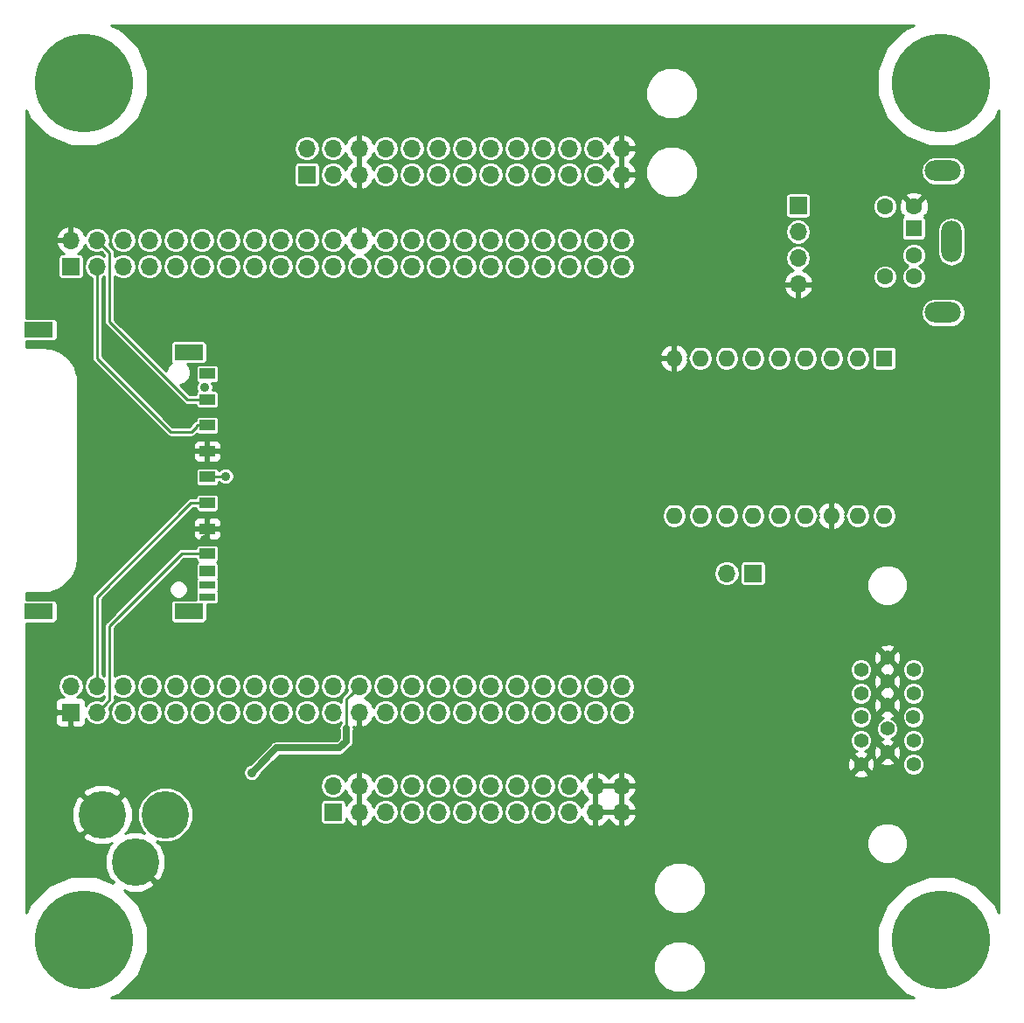
<source format=gbr>
G04 #@! TF.GenerationSoftware,KiCad,Pcbnew,(5.0.2)-1*
G04 #@! TF.CreationDate,2019-07-01T13:20:43-04:00*
G04 #@! TF.ProjectId,RETRO-EP4CE6,52455452-4f2d-4455-9034-4345362e6b69,X2*
G04 #@! TF.SameCoordinates,Original*
G04 #@! TF.FileFunction,Copper,L2,Bot*
G04 #@! TF.FilePolarity,Positive*
%FSLAX46Y46*%
G04 Gerber Fmt 4.6, Leading zero omitted, Abs format (unit mm)*
G04 Created by KiCad (PCBNEW (5.0.2)-1) date 7/1/2019 1:20:43 PM*
%MOMM*%
%LPD*%
G01*
G04 APERTURE LIST*
G04 #@! TA.AperFunction,ComponentPad*
%ADD10O,3.500000X2.000000*%
G04 #@! TD*
G04 #@! TA.AperFunction,ComponentPad*
%ADD11R,1.600000X1.600000*%
G04 #@! TD*
G04 #@! TA.AperFunction,ComponentPad*
%ADD12C,1.600000*%
G04 #@! TD*
G04 #@! TA.AperFunction,ComponentPad*
%ADD13O,2.000000X4.000000*%
G04 #@! TD*
G04 #@! TA.AperFunction,ComponentPad*
%ADD14O,1.600000X1.600000*%
G04 #@! TD*
G04 #@! TA.AperFunction,ComponentPad*
%ADD15C,9.525000*%
G04 #@! TD*
G04 #@! TA.AperFunction,ComponentPad*
%ADD16C,4.600000*%
G04 #@! TD*
G04 #@! TA.AperFunction,ComponentPad*
%ADD17R,1.700000X1.700000*%
G04 #@! TD*
G04 #@! TA.AperFunction,ComponentPad*
%ADD18O,1.700000X1.700000*%
G04 #@! TD*
G04 #@! TA.AperFunction,SMDPad,CuDef*
%ADD19R,1.500000X0.700000*%
G04 #@! TD*
G04 #@! TA.AperFunction,SMDPad,CuDef*
%ADD20R,1.500000X1.000000*%
G04 #@! TD*
G04 #@! TA.AperFunction,SMDPad,CuDef*
%ADD21R,2.800000X1.500000*%
G04 #@! TD*
G04 #@! TA.AperFunction,ComponentPad*
%ADD22C,1.397000*%
G04 #@! TD*
G04 #@! TA.AperFunction,ViaPad*
%ADD23C,0.889000*%
G04 #@! TD*
G04 #@! TA.AperFunction,Conductor*
%ADD24C,0.254000*%
G04 #@! TD*
G04 #@! TA.AperFunction,Conductor*
%ADD25C,0.635000*%
G04 #@! TD*
G04 APERTURE END LIST*
D10*
G04 #@! TO.P,P10,7*
G04 #@! TO.N,N/C*
X99190000Y-38240000D03*
X99190000Y-24540000D03*
D11*
G04 #@! TO.P,P10,1*
G04 #@! TO.N,/P126*
X96340000Y-30090000D03*
D12*
G04 #@! TO.P,P10,2*
G04 #@! TO.N,N/C*
X96340000Y-32690000D03*
G04 #@! TO.P,P10,3*
G04 #@! TO.N,GND*
X96340000Y-27990000D03*
G04 #@! TO.P,P10,4*
G04 #@! TO.N,+3V3*
X96340000Y-34790000D03*
G04 #@! TO.P,P10,5*
G04 #@! TO.N,/P127*
X93540000Y-27990000D03*
G04 #@! TO.P,P10,6*
G04 #@! TO.N,N/C*
X93540000Y-34790000D03*
D13*
G04 #@! TO.P,P10,7*
X99990000Y-31390000D03*
G04 #@! TD*
D14*
G04 #@! TO.P,U3,18*
G04 #@! TO.N,N/C*
X93472000Y-57912000D03*
G04 #@! TO.P,U3,9*
G04 #@! TO.N,GND*
X73152000Y-42672000D03*
G04 #@! TO.P,U3,17*
G04 #@! TO.N,N/C*
X90932000Y-57912000D03*
G04 #@! TO.P,U3,8*
X75692000Y-42672000D03*
G04 #@! TO.P,U3,16*
G04 #@! TO.N,GND*
X88392000Y-57912000D03*
G04 #@! TO.P,U3,7*
G04 #@! TO.N,N/C*
X78232000Y-42672000D03*
G04 #@! TO.P,U3,15*
X85852000Y-57912000D03*
G04 #@! TO.P,U3,6*
X80772000Y-42672000D03*
G04 #@! TO.P,U3,14*
G04 #@! TO.N,/P128*
X83312000Y-57912000D03*
G04 #@! TO.P,U3,5*
G04 #@! TO.N,N/C*
X83312000Y-42672000D03*
G04 #@! TO.P,U3,13*
G04 #@! TO.N,Net-(H1-Pad1)*
X80772000Y-57912000D03*
G04 #@! TO.P,U3,4*
G04 #@! TO.N,/P129*
X85852000Y-42672000D03*
G04 #@! TO.P,U3,12*
G04 #@! TO.N,/P133*
X78232000Y-57912000D03*
G04 #@! TO.P,U3,3*
G04 #@! TO.N,N/C*
X88392000Y-42672000D03*
G04 #@! TO.P,U3,11*
X75692000Y-57912000D03*
G04 #@! TO.P,U3,2*
X90932000Y-42672000D03*
G04 #@! TO.P,U3,10*
G04 #@! TO.N,/P132*
X73152000Y-57912000D03*
D11*
G04 #@! TO.P,U3,1*
G04 #@! TO.N,N/C*
X93472000Y-42672000D03*
G04 #@! TD*
D15*
G04 #@! TO.P,MTG1,1*
G04 #@! TO.N,N/C*
X16000000Y-16000000D03*
G04 #@! TD*
G04 #@! TO.P,MTG2,1*
G04 #@! TO.N,N/C*
X99000000Y-16000000D03*
G04 #@! TD*
G04 #@! TO.P,MTG3,1*
G04 #@! TO.N,N/C*
X16000000Y-99000000D03*
G04 #@! TD*
G04 #@! TO.P,MTG?1,1*
G04 #@! TO.N,N/C*
X99000000Y-99000000D03*
G04 #@! TD*
D16*
G04 #@! TO.P,J1,2*
G04 #@! TO.N,GND*
X17780000Y-86868000D03*
G04 #@! TO.P,J1,1*
G04 #@! TO.N,+5V*
X23880000Y-86868000D03*
G04 #@! TO.P,J1,3*
G04 #@! TO.N,GND*
X20980000Y-91468000D03*
G04 #@! TD*
D17*
G04 #@! TO.P,P1,1*
G04 #@! TO.N,N/C*
X14732000Y-33782000D03*
D18*
G04 #@! TO.P,P1,2*
G04 #@! TO.N,GND*
X14732000Y-31242000D03*
G04 #@! TO.P,P1,3*
G04 #@! TO.N,/P55*
X17272000Y-33782000D03*
G04 #@! TO.P,P1,4*
G04 #@! TO.N,/P58*
X17272000Y-31242000D03*
G04 #@! TO.P,P1,5*
G04 #@! TO.N,/P53*
X19812000Y-33782000D03*
G04 #@! TO.P,P1,6*
G04 #@! TO.N,/P54*
X19812000Y-31242000D03*
G04 #@! TO.P,P1,7*
G04 #@! TO.N,/P51*
X22352000Y-33782000D03*
G04 #@! TO.P,P1,8*
G04 #@! TO.N,/P52*
X22352000Y-31242000D03*
G04 #@! TO.P,P1,9*
G04 #@! TO.N,/P49*
X24892000Y-33782000D03*
G04 #@! TO.P,P1,10*
G04 #@! TO.N,/P50*
X24892000Y-31242000D03*
G04 #@! TO.P,P1,11*
G04 #@! TO.N,/P44*
X27432000Y-33782000D03*
G04 #@! TO.P,P1,12*
G04 #@! TO.N,/P46*
X27432000Y-31242000D03*
G04 #@! TO.P,P1,13*
G04 #@! TO.N,/P42*
X29972000Y-33782000D03*
G04 #@! TO.P,P1,14*
G04 #@! TO.N,/P43*
X29972000Y-31242000D03*
G04 #@! TO.P,P1,15*
G04 #@! TO.N,/P38*
X32512000Y-33782000D03*
G04 #@! TO.P,P1,16*
G04 #@! TO.N,/P39*
X32512000Y-31242000D03*
G04 #@! TO.P,P1,17*
G04 #@! TO.N,/P33*
X35052000Y-33782000D03*
G04 #@! TO.P,P1,18*
G04 #@! TO.N,/P34*
X35052000Y-31242000D03*
G04 #@! TO.P,P1,19*
G04 #@! TO.N,/P31*
X37592000Y-33782000D03*
G04 #@! TO.P,P1,20*
G04 #@! TO.N,/P32*
X37592000Y-31242000D03*
G04 #@! TO.P,P1,21*
G04 #@! TO.N,/P28*
X40132000Y-33782000D03*
G04 #@! TO.P,P1,22*
G04 #@! TO.N,/P30*
X40132000Y-31242000D03*
G04 #@! TO.P,P1,23*
G04 #@! TO.N,+5V*
X42672000Y-33782000D03*
G04 #@! TO.P,P1,24*
G04 #@! TO.N,GND*
X42672000Y-31242000D03*
G04 #@! TO.P,P1,25*
G04 #@! TO.N,/P10*
X45212000Y-33782000D03*
G04 #@! TO.P,P1,26*
G04 #@! TO.N,/P11*
X45212000Y-31242000D03*
G04 #@! TO.P,P1,27*
G04 #@! TO.N,/P3*
X47752000Y-33782000D03*
G04 #@! TO.P,P1,28*
G04 #@! TO.N,/P7*
X47752000Y-31242000D03*
G04 #@! TO.P,P1,29*
G04 #@! TO.N,/P5*
X50292000Y-33782000D03*
G04 #@! TO.P,P1,30*
G04 #@! TO.N,/P2*
X50292000Y-31242000D03*
G04 #@! TO.P,P1,31*
G04 #@! TO.N,/P143*
X52832000Y-33782000D03*
G04 #@! TO.P,P1,32*
G04 #@! TO.N,/P144*
X52832000Y-31242000D03*
G04 #@! TO.P,P1,33*
G04 #@! TO.N,/P141*
X55372000Y-33782000D03*
G04 #@! TO.P,P1,34*
G04 #@! TO.N,/P142*
X55372000Y-31242000D03*
G04 #@! TO.P,P1,35*
G04 #@! TO.N,/P137*
X57912000Y-33782000D03*
G04 #@! TO.P,P1,36*
G04 #@! TO.N,/P138*
X57912000Y-31242000D03*
G04 #@! TO.P,P1,37*
G04 #@! TO.N,/P135*
X60452000Y-33782000D03*
G04 #@! TO.P,P1,38*
G04 #@! TO.N,/P136*
X60452000Y-31242000D03*
G04 #@! TO.P,P1,39*
G04 #@! TO.N,/P132*
X62992000Y-33782000D03*
G04 #@! TO.P,P1,40*
G04 #@! TO.N,/P133*
X62992000Y-31242000D03*
G04 #@! TO.P,P1,41*
G04 #@! TO.N,/P128*
X65532000Y-33782000D03*
G04 #@! TO.P,P1,42*
G04 #@! TO.N,/P129*
X65532000Y-31242000D03*
G04 #@! TO.P,P1,43*
G04 #@! TO.N,/P126*
X68072000Y-33782000D03*
G04 #@! TO.P,P1,44*
G04 #@! TO.N,/P127*
X68072000Y-31242000D03*
G04 #@! TD*
D17*
G04 #@! TO.P,P2,1*
G04 #@! TO.N,GND*
X14732000Y-76962000D03*
D18*
G04 #@! TO.P,P2,2*
G04 #@! TO.N,N/C*
X14732000Y-74422000D03*
G04 #@! TO.P,P2,3*
G04 #@! TO.N,/P59*
X17272000Y-76962000D03*
G04 #@! TO.P,P2,4*
G04 #@! TO.N,/P60*
X17272000Y-74422000D03*
G04 #@! TO.P,P2,5*
G04 #@! TO.N,/P64*
X19812000Y-76962000D03*
G04 #@! TO.P,P2,6*
G04 #@! TO.N,/P65*
X19812000Y-74422000D03*
G04 #@! TO.P,P2,7*
G04 #@! TO.N,/P66*
X22352000Y-76962000D03*
G04 #@! TO.P,P2,8*
G04 #@! TO.N,/P67*
X22352000Y-74422000D03*
G04 #@! TO.P,P2,9*
G04 #@! TO.N,/P68*
X24892000Y-76962000D03*
G04 #@! TO.P,P2,10*
G04 #@! TO.N,/P69*
X24892000Y-74422000D03*
G04 #@! TO.P,P2,11*
G04 #@! TO.N,/P70*
X27432000Y-76962000D03*
G04 #@! TO.P,P2,12*
G04 #@! TO.N,/P71*
X27432000Y-74422000D03*
G04 #@! TO.P,P2,13*
G04 #@! TO.N,/P72*
X29972000Y-76962000D03*
G04 #@! TO.P,P2,14*
G04 #@! TO.N,/P73*
X29972000Y-74422000D03*
G04 #@! TO.P,P2,15*
G04 #@! TO.N,/P74*
X32512000Y-76962000D03*
G04 #@! TO.P,P2,16*
G04 #@! TO.N,/P75*
X32512000Y-74422000D03*
G04 #@! TO.P,P2,17*
G04 #@! TO.N,/P76*
X35052000Y-76962000D03*
G04 #@! TO.P,P2,18*
G04 #@! TO.N,/P77*
X35052000Y-74422000D03*
G04 #@! TO.P,P2,19*
G04 #@! TO.N,/P80*
X37592000Y-76962000D03*
G04 #@! TO.P,P2,20*
G04 #@! TO.N,/P83*
X37592000Y-74422000D03*
G04 #@! TO.P,P2,21*
G04 #@! TO.N,/P84*
X40132000Y-76962000D03*
G04 #@! TO.P,P2,22*
G04 #@! TO.N,/P85*
X40132000Y-74422000D03*
G04 #@! TO.P,P2,23*
G04 #@! TO.N,GND*
X42672000Y-76962000D03*
G04 #@! TO.P,P2,24*
G04 #@! TO.N,+5V*
X42672000Y-74422000D03*
G04 #@! TO.P,P2,25*
G04 #@! TO.N,/P86*
X45212000Y-76962000D03*
G04 #@! TO.P,P2,26*
G04 #@! TO.N,/P87*
X45212000Y-74422000D03*
G04 #@! TO.P,P2,27*
G04 #@! TO.N,/P98*
X47752000Y-76962000D03*
G04 #@! TO.P,P2,28*
G04 #@! TO.N,/P99*
X47752000Y-74422000D03*
G04 #@! TO.P,P2,29*
G04 #@! TO.N,/P100*
X50292000Y-76962000D03*
G04 #@! TO.P,P2,30*
G04 #@! TO.N,/P101*
X50292000Y-74422000D03*
G04 #@! TO.P,P2,31*
G04 #@! TO.N,/P103*
X52832000Y-76962000D03*
G04 #@! TO.P,P2,32*
G04 #@! TO.N,/P104*
X52832000Y-74422000D03*
G04 #@! TO.P,P2,33*
G04 #@! TO.N,/P105*
X55372000Y-76962000D03*
G04 #@! TO.P,P2,34*
G04 #@! TO.N,/P106*
X55372000Y-74422000D03*
G04 #@! TO.P,P2,35*
G04 #@! TO.N,/P110*
X57912000Y-76962000D03*
G04 #@! TO.P,P2,36*
G04 #@! TO.N,/P111*
X57912000Y-74422000D03*
G04 #@! TO.P,P2,37*
G04 #@! TO.N,/P112*
X60452000Y-76962000D03*
G04 #@! TO.P,P2,38*
G04 #@! TO.N,/P113*
X60452000Y-74422000D03*
G04 #@! TO.P,P2,39*
G04 #@! TO.N,/P114*
X62992000Y-76962000D03*
G04 #@! TO.P,P2,40*
G04 #@! TO.N,/P115*
X62992000Y-74422000D03*
G04 #@! TO.P,P2,41*
G04 #@! TO.N,/P119*
X65532000Y-76962000D03*
G04 #@! TO.P,P2,42*
G04 #@! TO.N,/P120*
X65532000Y-74422000D03*
G04 #@! TO.P,P2,43*
G04 #@! TO.N,/P121*
X68072000Y-76962000D03*
G04 #@! TO.P,P2,44*
G04 #@! TO.N,/P124*
X68072000Y-74422000D03*
G04 #@! TD*
D19*
G04 #@! TO.P,CON1,11*
G04 #@! TO.N,N/C*
X27946000Y-65782000D03*
G04 #@! TO.P,CON1,10*
X27946000Y-64642000D03*
D20*
G04 #@! TO.P,CON1,2*
G04 #@! TO.N,/P55*
X27946000Y-49182000D03*
G04 #@! TO.P,CON1,1*
G04 #@! TO.N,/P58*
X27946000Y-46682000D03*
G04 #@! TO.P,CON1,3*
G04 #@! TO.N,GND*
X27946000Y-51682000D03*
G04 #@! TO.P,CON1,4*
G04 #@! TO.N,+3V3*
X27946000Y-54182000D03*
G04 #@! TO.P,CON1,5*
G04 #@! TO.N,/P60*
X27946000Y-56682000D03*
G04 #@! TO.P,CON1,6*
G04 #@! TO.N,GND*
X27946000Y-59182000D03*
G04 #@! TO.P,CON1,7*
G04 #@! TO.N,/P59*
X27946000Y-61602000D03*
G04 #@! TO.P,CON1,8*
G04 #@! TO.N,N/C*
X27946000Y-63302000D03*
G04 #@! TO.P,CON1,9*
X27946000Y-44182000D03*
D21*
G04 #@! TO.P,CON1,12*
X26146000Y-42112000D03*
G04 #@! TO.P,CON1,13*
X26146000Y-67212000D03*
G04 #@! TO.P,CON1,14*
X11646000Y-67212000D03*
G04 #@! TO.P,CON1,15*
X11646000Y-39912000D03*
G04 #@! TD*
D22*
G04 #@! TO.P,P9,3*
G04 #@! TO.N,Net-(P9-Pad3)*
X91239340Y-77411699D03*
G04 #@! TO.P,P9,2*
G04 #@! TO.N,Net-(P9-Pad2)*
X91239340Y-75125699D03*
G04 #@! TO.P,P9,1*
G04 #@! TO.N,Net-(P9-Pad1)*
X91239340Y-72834619D03*
G04 #@! TO.P,P9,4*
G04 #@! TO.N,N/C*
X91239340Y-79705319D03*
G04 #@! TO.P,P9,5*
G04 #@! TO.N,GND*
X91239340Y-81993859D03*
G04 #@! TO.P,P9,9*
G04 #@! TO.N,N/C*
X93779340Y-78559779D03*
G04 #@! TO.P,P9,8*
G04 #@! TO.N,GND*
X93779340Y-76271239D03*
G04 #@! TO.P,P9,7*
X93779340Y-73980159D03*
G04 #@! TO.P,P9,6*
X93779340Y-71689079D03*
G04 #@! TO.P,P9,10*
X93779340Y-80850859D03*
G04 #@! TO.P,P9,11*
G04 #@! TO.N,N/C*
X96319340Y-72834619D03*
G04 #@! TO.P,P9,12*
X96319340Y-75125699D03*
G04 #@! TO.P,P9,13*
G04 #@! TO.N,/P119*
X96316800Y-77414239D03*
G04 #@! TO.P,P9,14*
G04 #@! TO.N,/P121*
X96319340Y-79705319D03*
G04 #@! TO.P,P9,15*
G04 #@! TO.N,N/C*
X96319340Y-81993859D03*
G04 #@! TD*
D18*
G04 #@! TO.P,H1,2*
G04 #@! TO.N,+5V*
X78232000Y-63500000D03*
D17*
G04 #@! TO.P,H1,1*
G04 #@! TO.N,Net-(H1-Pad1)*
X80772000Y-63500000D03*
G04 #@! TD*
D18*
G04 #@! TO.P,J2,4*
G04 #@! TO.N,GND*
X85152000Y-35514000D03*
G04 #@! TO.P,J2,3*
G04 #@! TO.N,+3V3*
X85152000Y-32974000D03*
G04 #@! TO.P,J2,2*
G04 #@! TO.N,/P126*
X85152000Y-30434000D03*
D17*
G04 #@! TO.P,J2,1*
G04 #@! TO.N,/P127*
X85152000Y-27894000D03*
G04 #@! TD*
D18*
G04 #@! TO.P,P4,24*
G04 #@! TO.N,GND*
X68072000Y-84074000D03*
G04 #@! TO.P,P4,23*
X68072000Y-86614000D03*
G04 #@! TO.P,P4,22*
X65532000Y-84074000D03*
G04 #@! TO.P,P4,21*
X65532000Y-86614000D03*
G04 #@! TO.P,P4,20*
G04 #@! TO.N,+3V3*
X62992000Y-84074000D03*
G04 #@! TO.P,P4,19*
X62992000Y-86614000D03*
G04 #@! TO.P,P4,18*
X60452000Y-84074000D03*
G04 #@! TO.P,P4,17*
X60452000Y-86614000D03*
G04 #@! TO.P,P4,16*
G04 #@! TO.N,/P110*
X57912000Y-84074000D03*
G04 #@! TO.P,P4,15*
G04 #@! TO.N,/P111*
X57912000Y-86614000D03*
G04 #@! TO.P,P4,14*
G04 #@! TO.N,/P105*
X55372000Y-84074000D03*
G04 #@! TO.P,P4,13*
G04 #@! TO.N,/P106*
X55372000Y-86614000D03*
G04 #@! TO.P,P4,12*
G04 #@! TO.N,/P103*
X52832000Y-84074000D03*
G04 #@! TO.P,P4,11*
G04 #@! TO.N,/P104*
X52832000Y-86614000D03*
G04 #@! TO.P,P4,10*
G04 #@! TO.N,/P100*
X50292000Y-84074000D03*
G04 #@! TO.P,P4,9*
G04 #@! TO.N,/P101*
X50292000Y-86614000D03*
G04 #@! TO.P,P4,8*
G04 #@! TO.N,/P98*
X47752000Y-84074000D03*
G04 #@! TO.P,P4,7*
G04 #@! TO.N,/P99*
X47752000Y-86614000D03*
G04 #@! TO.P,P4,6*
G04 #@! TO.N,/P86*
X45212000Y-84074000D03*
G04 #@! TO.P,P4,5*
G04 #@! TO.N,/P87*
X45212000Y-86614000D03*
G04 #@! TO.P,P4,4*
G04 #@! TO.N,GND*
X42672000Y-84074000D03*
G04 #@! TO.P,P4,3*
X42672000Y-86614000D03*
G04 #@! TO.P,P4,2*
G04 #@! TO.N,/P84*
X40132000Y-84074000D03*
D17*
G04 #@! TO.P,P4,1*
G04 #@! TO.N,/P85*
X40132000Y-86614000D03*
G04 #@! TD*
D18*
G04 #@! TO.P,P3,26*
G04 #@! TO.N,GND*
X68072000Y-22352000D03*
G04 #@! TO.P,P3,25*
X68072000Y-24892000D03*
G04 #@! TO.P,P3,24*
G04 #@! TO.N,+3V3*
X65532000Y-22352000D03*
G04 #@! TO.P,P3,23*
X65532000Y-24892000D03*
G04 #@! TO.P,P3,22*
X62992000Y-22352000D03*
G04 #@! TO.P,P3,21*
X62992000Y-24892000D03*
G04 #@! TO.P,P3,20*
G04 #@! TO.N,/P135*
X60452000Y-22352000D03*
G04 #@! TO.P,P3,19*
G04 #@! TO.N,/P136*
X60452000Y-24892000D03*
G04 #@! TO.P,P3,18*
G04 #@! TO.N,/P137*
X57912000Y-22352000D03*
G04 #@! TO.P,P3,17*
G04 #@! TO.N,/P138*
X57912000Y-24892000D03*
G04 #@! TO.P,P3,16*
G04 #@! TO.N,/P141*
X55372000Y-22352000D03*
G04 #@! TO.P,P3,15*
G04 #@! TO.N,/P142*
X55372000Y-24892000D03*
G04 #@! TO.P,P3,14*
G04 #@! TO.N,/P143*
X52832000Y-22352000D03*
G04 #@! TO.P,P3,13*
G04 #@! TO.N,/P144*
X52832000Y-24892000D03*
G04 #@! TO.P,P3,12*
G04 #@! TO.N,/P5*
X50292000Y-22352000D03*
G04 #@! TO.P,P3,11*
G04 #@! TO.N,/P2*
X50292000Y-24892000D03*
G04 #@! TO.P,P3,10*
G04 #@! TO.N,/P3*
X47752000Y-22352000D03*
G04 #@! TO.P,P3,9*
G04 #@! TO.N,/P7*
X47752000Y-24892000D03*
G04 #@! TO.P,P3,8*
G04 #@! TO.N,/P10*
X45212000Y-22352000D03*
G04 #@! TO.P,P3,7*
G04 #@! TO.N,/P11*
X45212000Y-24892000D03*
G04 #@! TO.P,P3,6*
G04 #@! TO.N,GND*
X42672000Y-22352000D03*
G04 #@! TO.P,P3,5*
X42672000Y-24892000D03*
G04 #@! TO.P,P3,4*
G04 #@! TO.N,/P28*
X40132000Y-22352000D03*
G04 #@! TO.P,P3,3*
G04 #@! TO.N,/P30*
X40132000Y-24892000D03*
G04 #@! TO.P,P3,2*
G04 #@! TO.N,/P31*
X37592000Y-22352000D03*
D17*
G04 #@! TO.P,P3,1*
G04 #@! TO.N,/P32*
X37592000Y-24892000D03*
G04 #@! TD*
D23*
G04 #@! TO.N,+5V*
X32258000Y-82804000D03*
G04 #@! TO.N,GND*
X40894000Y-51054000D03*
X28194000Y-94742000D03*
X26138283Y-48791717D03*
X27686000Y-60198000D03*
X38608000Y-93980000D03*
X29972000Y-89408000D03*
G04 #@! TO.N,+3V3*
X29718000Y-54102000D03*
X27686000Y-45466000D03*
G04 #@! TD*
D24*
G04 #@! TO.N,+5V*
X41822001Y-75271999D02*
X42672000Y-74422000D01*
X41440999Y-75653001D02*
X41822001Y-75271999D01*
X41440999Y-77474883D02*
X41440999Y-75653001D01*
D25*
X41402000Y-78524999D02*
X41440999Y-78486000D01*
X41402000Y-79756000D02*
X41402000Y-78524999D01*
X40742000Y-80416000D02*
X41402000Y-79756000D01*
X34646000Y-80416000D02*
X40742000Y-80416000D01*
X32258000Y-82804000D02*
X34646000Y-80416000D01*
D24*
X41440999Y-77474883D02*
X41440999Y-78486000D01*
G04 #@! TO.N,+3V3*
X27946000Y-54182000D02*
X29638000Y-54182000D01*
X29638000Y-54182000D02*
X29718000Y-54102000D01*
G04 #@! TO.N,/P59*
X18121999Y-76112001D02*
X17272000Y-76962000D01*
X18503001Y-75730999D02*
X18121999Y-76112001D01*
X25481001Y-61602000D02*
X18503001Y-68580000D01*
X27946000Y-61602000D02*
X25481001Y-61602000D01*
X18503001Y-68580000D02*
X18503001Y-75730999D01*
G04 #@! TO.N,/P60*
X27946000Y-56682000D02*
X26376000Y-56682000D01*
X17272000Y-65786000D02*
X17272000Y-74422000D01*
X26376000Y-56682000D02*
X17272000Y-65786000D01*
G04 #@! TO.N,/P58*
X18121999Y-32091999D02*
X17272000Y-31242000D01*
X18503001Y-32473001D02*
X18121999Y-32091999D01*
X18503001Y-39166883D02*
X18503001Y-32473001D01*
X26018118Y-46682000D02*
X18503001Y-39166883D01*
X27946000Y-46682000D02*
X26018118Y-46682000D01*
G04 #@! TO.N,/P55*
X26942000Y-49182000D02*
X26924000Y-49200000D01*
X27946000Y-49182000D02*
X26942000Y-49182000D01*
X26924000Y-49200000D02*
X26924000Y-49276000D01*
X26924000Y-49276000D02*
X26416000Y-49784000D01*
X26416000Y-49784000D02*
X24384000Y-49784000D01*
X17272000Y-42672000D02*
X17272000Y-38608000D01*
X24384000Y-49784000D02*
X17272000Y-42672000D01*
X17272000Y-38608000D02*
X17272000Y-33782000D01*
G04 #@! TD*
G04 #@! TO.N,GND*
G36*
X95510923Y-10778228D02*
X93778228Y-12510923D01*
X92840500Y-14774799D01*
X92840500Y-17225201D01*
X93778228Y-19489077D01*
X95510923Y-21221772D01*
X97774799Y-22159500D01*
X100225201Y-22159500D01*
X102489077Y-21221772D01*
X104221772Y-19489077D01*
X104569000Y-18650794D01*
X104569001Y-96349208D01*
X104221772Y-95510923D01*
X102489077Y-93778228D01*
X100225201Y-92840500D01*
X97774799Y-92840500D01*
X95510923Y-93778228D01*
X93778228Y-95510923D01*
X92840500Y-97774799D01*
X92840500Y-100225201D01*
X93778228Y-102489077D01*
X95510923Y-104221772D01*
X96349206Y-104569000D01*
X18650794Y-104569000D01*
X19489077Y-104221772D01*
X21221772Y-102489077D01*
X21798574Y-101096553D01*
X71129000Y-101096553D01*
X71129000Y-102103447D01*
X71514322Y-103033696D01*
X72226304Y-103745678D01*
X73156553Y-104131000D01*
X74163447Y-104131000D01*
X75093696Y-103745678D01*
X75805678Y-103033696D01*
X76191000Y-102103447D01*
X76191000Y-101096553D01*
X75805678Y-100166304D01*
X75093696Y-99454322D01*
X74163447Y-99069000D01*
X73156553Y-99069000D01*
X72226304Y-99454322D01*
X71514322Y-100166304D01*
X71129000Y-101096553D01*
X21798574Y-101096553D01*
X22159500Y-100225201D01*
X22159500Y-97774799D01*
X21221772Y-95510923D01*
X19913867Y-94203018D01*
X20405536Y-94404843D01*
X21573145Y-94401127D01*
X22634617Y-93961451D01*
X22891948Y-93559553D01*
X22808948Y-93476553D01*
X71129000Y-93476553D01*
X71129000Y-94483447D01*
X71514322Y-95413696D01*
X72226304Y-96125678D01*
X73156553Y-96511000D01*
X74163447Y-96511000D01*
X75093696Y-96125678D01*
X75805678Y-95413696D01*
X76191000Y-94483447D01*
X76191000Y-93476553D01*
X75805678Y-92546304D01*
X75093696Y-91834322D01*
X74163447Y-91449000D01*
X73156553Y-91449000D01*
X72226304Y-91834322D01*
X71514322Y-92546304D01*
X71129000Y-93476553D01*
X22808948Y-93476553D01*
X20980000Y-91647605D01*
X20965858Y-91661748D01*
X20786253Y-91482143D01*
X20800395Y-91468000D01*
X20786253Y-91453858D01*
X20965858Y-91274253D01*
X20980000Y-91288395D01*
X20994143Y-91274253D01*
X21173748Y-91453858D01*
X21159605Y-91468000D01*
X23071553Y-93379948D01*
X23473451Y-93122617D01*
X23916843Y-92042464D01*
X23913127Y-90874855D01*
X23473451Y-89813383D01*
X23071555Y-89556053D01*
X23157135Y-89470473D01*
X23346716Y-89549000D01*
X24413284Y-89549000D01*
X25146688Y-89245214D01*
X91798340Y-89245214D01*
X91798340Y-90033304D01*
X92099929Y-90761405D01*
X92657194Y-91318670D01*
X93385295Y-91620259D01*
X94173385Y-91620259D01*
X94901486Y-91318670D01*
X95458751Y-90761405D01*
X95760340Y-90033304D01*
X95760340Y-89245214D01*
X95458751Y-88517113D01*
X94901486Y-87959848D01*
X94173385Y-87658259D01*
X93385295Y-87658259D01*
X92657194Y-87959848D01*
X92099929Y-88517113D01*
X91798340Y-89245214D01*
X25146688Y-89245214D01*
X25398665Y-89140842D01*
X26152842Y-88386665D01*
X26561000Y-87401284D01*
X26561000Y-86334716D01*
X26152842Y-85349335D01*
X25398665Y-84595158D01*
X24413284Y-84187000D01*
X23346716Y-84187000D01*
X22361335Y-84595158D01*
X21607158Y-85349335D01*
X21199000Y-86334716D01*
X21199000Y-87401284D01*
X21607158Y-88386665D01*
X21888955Y-88668462D01*
X21554464Y-88531157D01*
X20386855Y-88534873D01*
X20011462Y-88690366D01*
X20273451Y-88522617D01*
X20716843Y-87442464D01*
X20713127Y-86274855D01*
X20273451Y-85213383D01*
X19871553Y-84956052D01*
X17959605Y-86868000D01*
X17973748Y-86882143D01*
X17794143Y-87061748D01*
X17780000Y-87047605D01*
X15868052Y-88959553D01*
X16125383Y-89361451D01*
X17205536Y-89804843D01*
X18373145Y-89801127D01*
X18748538Y-89645634D01*
X18486549Y-89813383D01*
X18043157Y-90893536D01*
X18046873Y-92061145D01*
X18486549Y-93122617D01*
X18888445Y-93379947D01*
X18782739Y-93485653D01*
X17225201Y-92840500D01*
X14774799Y-92840500D01*
X12510923Y-93778228D01*
X10778228Y-95510923D01*
X10431000Y-96349206D01*
X10431000Y-86293536D01*
X14843157Y-86293536D01*
X14846873Y-87461145D01*
X15286549Y-88522617D01*
X15688447Y-88779948D01*
X17600395Y-86868000D01*
X15688447Y-84956052D01*
X15286549Y-85213383D01*
X14843157Y-86293536D01*
X10431000Y-86293536D01*
X10431000Y-84776447D01*
X15868052Y-84776447D01*
X17780000Y-86688395D01*
X19691948Y-84776447D01*
X19434617Y-84374549D01*
X18702446Y-84074000D01*
X38876884Y-84074000D01*
X38972424Y-84554312D01*
X39244499Y-84961501D01*
X39651688Y-85233576D01*
X40010761Y-85305000D01*
X40253239Y-85305000D01*
X40612312Y-85233576D01*
X41019501Y-84961501D01*
X41289755Y-84557037D01*
X41476817Y-84955358D01*
X41903271Y-85344000D01*
X41476817Y-85732642D01*
X41370464Y-85959105D01*
X41370464Y-85764000D01*
X41340894Y-85615341D01*
X41256686Y-85489314D01*
X41130659Y-85405106D01*
X40982000Y-85375536D01*
X39282000Y-85375536D01*
X39133341Y-85405106D01*
X39007314Y-85489314D01*
X38923106Y-85615341D01*
X38893536Y-85764000D01*
X38893536Y-87464000D01*
X38923106Y-87612659D01*
X39007314Y-87738686D01*
X39133341Y-87822894D01*
X39282000Y-87852464D01*
X40982000Y-87852464D01*
X41130659Y-87822894D01*
X41256686Y-87738686D01*
X41340894Y-87612659D01*
X41370464Y-87464000D01*
X41370464Y-87268895D01*
X41476817Y-87495358D01*
X41905076Y-87885645D01*
X42315110Y-88055476D01*
X42545000Y-87934155D01*
X42545000Y-86741000D01*
X42525000Y-86741000D01*
X42525000Y-86487000D01*
X42545000Y-86487000D01*
X42545000Y-84201000D01*
X42525000Y-84201000D01*
X42525000Y-83947000D01*
X42545000Y-83947000D01*
X42545000Y-82753845D01*
X42799000Y-82753845D01*
X42799000Y-83947000D01*
X42819000Y-83947000D01*
X42819000Y-84201000D01*
X42799000Y-84201000D01*
X42799000Y-86487000D01*
X42819000Y-86487000D01*
X42819000Y-86741000D01*
X42799000Y-86741000D01*
X42799000Y-87934155D01*
X43028890Y-88055476D01*
X43438924Y-87885645D01*
X43867183Y-87495358D01*
X44054245Y-87097037D01*
X44324499Y-87501501D01*
X44731688Y-87773576D01*
X45090761Y-87845000D01*
X45333239Y-87845000D01*
X45692312Y-87773576D01*
X46099501Y-87501501D01*
X46371576Y-87094312D01*
X46467116Y-86614000D01*
X46496884Y-86614000D01*
X46592424Y-87094312D01*
X46864499Y-87501501D01*
X47271688Y-87773576D01*
X47630761Y-87845000D01*
X47873239Y-87845000D01*
X48232312Y-87773576D01*
X48639501Y-87501501D01*
X48911576Y-87094312D01*
X49007116Y-86614000D01*
X49036884Y-86614000D01*
X49132424Y-87094312D01*
X49404499Y-87501501D01*
X49811688Y-87773576D01*
X50170761Y-87845000D01*
X50413239Y-87845000D01*
X50772312Y-87773576D01*
X51179501Y-87501501D01*
X51451576Y-87094312D01*
X51547116Y-86614000D01*
X51576884Y-86614000D01*
X51672424Y-87094312D01*
X51944499Y-87501501D01*
X52351688Y-87773576D01*
X52710761Y-87845000D01*
X52953239Y-87845000D01*
X53312312Y-87773576D01*
X53719501Y-87501501D01*
X53991576Y-87094312D01*
X54087116Y-86614000D01*
X54116884Y-86614000D01*
X54212424Y-87094312D01*
X54484499Y-87501501D01*
X54891688Y-87773576D01*
X55250761Y-87845000D01*
X55493239Y-87845000D01*
X55852312Y-87773576D01*
X56259501Y-87501501D01*
X56531576Y-87094312D01*
X56627116Y-86614000D01*
X56656884Y-86614000D01*
X56752424Y-87094312D01*
X57024499Y-87501501D01*
X57431688Y-87773576D01*
X57790761Y-87845000D01*
X58033239Y-87845000D01*
X58392312Y-87773576D01*
X58799501Y-87501501D01*
X59071576Y-87094312D01*
X59167116Y-86614000D01*
X59196884Y-86614000D01*
X59292424Y-87094312D01*
X59564499Y-87501501D01*
X59971688Y-87773576D01*
X60330761Y-87845000D01*
X60573239Y-87845000D01*
X60932312Y-87773576D01*
X61339501Y-87501501D01*
X61611576Y-87094312D01*
X61707116Y-86614000D01*
X61611576Y-86133688D01*
X61339501Y-85726499D01*
X60932312Y-85454424D01*
X60573239Y-85383000D01*
X60330761Y-85383000D01*
X59971688Y-85454424D01*
X59564499Y-85726499D01*
X59292424Y-86133688D01*
X59196884Y-86614000D01*
X59167116Y-86614000D01*
X59071576Y-86133688D01*
X58799501Y-85726499D01*
X58392312Y-85454424D01*
X58033239Y-85383000D01*
X57790761Y-85383000D01*
X57431688Y-85454424D01*
X57024499Y-85726499D01*
X56752424Y-86133688D01*
X56656884Y-86614000D01*
X56627116Y-86614000D01*
X56531576Y-86133688D01*
X56259501Y-85726499D01*
X55852312Y-85454424D01*
X55493239Y-85383000D01*
X55250761Y-85383000D01*
X54891688Y-85454424D01*
X54484499Y-85726499D01*
X54212424Y-86133688D01*
X54116884Y-86614000D01*
X54087116Y-86614000D01*
X53991576Y-86133688D01*
X53719501Y-85726499D01*
X53312312Y-85454424D01*
X52953239Y-85383000D01*
X52710761Y-85383000D01*
X52351688Y-85454424D01*
X51944499Y-85726499D01*
X51672424Y-86133688D01*
X51576884Y-86614000D01*
X51547116Y-86614000D01*
X51451576Y-86133688D01*
X51179501Y-85726499D01*
X50772312Y-85454424D01*
X50413239Y-85383000D01*
X50170761Y-85383000D01*
X49811688Y-85454424D01*
X49404499Y-85726499D01*
X49132424Y-86133688D01*
X49036884Y-86614000D01*
X49007116Y-86614000D01*
X48911576Y-86133688D01*
X48639501Y-85726499D01*
X48232312Y-85454424D01*
X47873239Y-85383000D01*
X47630761Y-85383000D01*
X47271688Y-85454424D01*
X46864499Y-85726499D01*
X46592424Y-86133688D01*
X46496884Y-86614000D01*
X46467116Y-86614000D01*
X46371576Y-86133688D01*
X46099501Y-85726499D01*
X45692312Y-85454424D01*
X45333239Y-85383000D01*
X45090761Y-85383000D01*
X44731688Y-85454424D01*
X44324499Y-85726499D01*
X44054245Y-86130963D01*
X43867183Y-85732642D01*
X43440729Y-85344000D01*
X43867183Y-84955358D01*
X44054245Y-84557037D01*
X44324499Y-84961501D01*
X44731688Y-85233576D01*
X45090761Y-85305000D01*
X45333239Y-85305000D01*
X45692312Y-85233576D01*
X46099501Y-84961501D01*
X46371576Y-84554312D01*
X46467116Y-84074000D01*
X46496884Y-84074000D01*
X46592424Y-84554312D01*
X46864499Y-84961501D01*
X47271688Y-85233576D01*
X47630761Y-85305000D01*
X47873239Y-85305000D01*
X48232312Y-85233576D01*
X48639501Y-84961501D01*
X48911576Y-84554312D01*
X49007116Y-84074000D01*
X49036884Y-84074000D01*
X49132424Y-84554312D01*
X49404499Y-84961501D01*
X49811688Y-85233576D01*
X50170761Y-85305000D01*
X50413239Y-85305000D01*
X50772312Y-85233576D01*
X51179501Y-84961501D01*
X51451576Y-84554312D01*
X51547116Y-84074000D01*
X51576884Y-84074000D01*
X51672424Y-84554312D01*
X51944499Y-84961501D01*
X52351688Y-85233576D01*
X52710761Y-85305000D01*
X52953239Y-85305000D01*
X53312312Y-85233576D01*
X53719501Y-84961501D01*
X53991576Y-84554312D01*
X54087116Y-84074000D01*
X54116884Y-84074000D01*
X54212424Y-84554312D01*
X54484499Y-84961501D01*
X54891688Y-85233576D01*
X55250761Y-85305000D01*
X55493239Y-85305000D01*
X55852312Y-85233576D01*
X56259501Y-84961501D01*
X56531576Y-84554312D01*
X56627116Y-84074000D01*
X56656884Y-84074000D01*
X56752424Y-84554312D01*
X57024499Y-84961501D01*
X57431688Y-85233576D01*
X57790761Y-85305000D01*
X58033239Y-85305000D01*
X58392312Y-85233576D01*
X58799501Y-84961501D01*
X59071576Y-84554312D01*
X59167116Y-84074000D01*
X59196884Y-84074000D01*
X59292424Y-84554312D01*
X59564499Y-84961501D01*
X59971688Y-85233576D01*
X60330761Y-85305000D01*
X60573239Y-85305000D01*
X60932312Y-85233576D01*
X61339501Y-84961501D01*
X61611576Y-84554312D01*
X61707116Y-84074000D01*
X61736884Y-84074000D01*
X61832424Y-84554312D01*
X62104499Y-84961501D01*
X62511688Y-85233576D01*
X62870761Y-85305000D01*
X63113239Y-85305000D01*
X63472312Y-85233576D01*
X63879501Y-84961501D01*
X64149755Y-84557037D01*
X64336817Y-84955358D01*
X64763271Y-85344000D01*
X64336817Y-85732642D01*
X64149755Y-86130963D01*
X63879501Y-85726499D01*
X63472312Y-85454424D01*
X63113239Y-85383000D01*
X62870761Y-85383000D01*
X62511688Y-85454424D01*
X62104499Y-85726499D01*
X61832424Y-86133688D01*
X61736884Y-86614000D01*
X61832424Y-87094312D01*
X62104499Y-87501501D01*
X62511688Y-87773576D01*
X62870761Y-87845000D01*
X63113239Y-87845000D01*
X63472312Y-87773576D01*
X63879501Y-87501501D01*
X64149755Y-87097037D01*
X64336817Y-87495358D01*
X64765076Y-87885645D01*
X65175110Y-88055476D01*
X65405000Y-87934155D01*
X65405000Y-86741000D01*
X65659000Y-86741000D01*
X65659000Y-87934155D01*
X65888890Y-88055476D01*
X66298924Y-87885645D01*
X66727183Y-87495358D01*
X66802000Y-87336046D01*
X66876817Y-87495358D01*
X67305076Y-87885645D01*
X67715110Y-88055476D01*
X67945000Y-87934155D01*
X67945000Y-86741000D01*
X68199000Y-86741000D01*
X68199000Y-87934155D01*
X68428890Y-88055476D01*
X68838924Y-87885645D01*
X69267183Y-87495358D01*
X69513486Y-86970892D01*
X69392819Y-86741000D01*
X68199000Y-86741000D01*
X67945000Y-86741000D01*
X65659000Y-86741000D01*
X65405000Y-86741000D01*
X65385000Y-86741000D01*
X65385000Y-86487000D01*
X65405000Y-86487000D01*
X65405000Y-84201000D01*
X65659000Y-84201000D01*
X65659000Y-86487000D01*
X67945000Y-86487000D01*
X67945000Y-84201000D01*
X68199000Y-84201000D01*
X68199000Y-86487000D01*
X69392819Y-86487000D01*
X69513486Y-86257108D01*
X69267183Y-85732642D01*
X68840729Y-85344000D01*
X69267183Y-84955358D01*
X69513486Y-84430892D01*
X69392819Y-84201000D01*
X68199000Y-84201000D01*
X67945000Y-84201000D01*
X65659000Y-84201000D01*
X65405000Y-84201000D01*
X65385000Y-84201000D01*
X65385000Y-83947000D01*
X65405000Y-83947000D01*
X65405000Y-82753845D01*
X65659000Y-82753845D01*
X65659000Y-83947000D01*
X67945000Y-83947000D01*
X67945000Y-82753845D01*
X68199000Y-82753845D01*
X68199000Y-83947000D01*
X69392819Y-83947000D01*
X69513486Y-83717108D01*
X69267183Y-83192642D01*
X68976845Y-82928047D01*
X90484757Y-82928047D01*
X90546411Y-83163659D01*
X91046820Y-83339786D01*
X91576539Y-83311007D01*
X91932269Y-83163659D01*
X91993923Y-82928047D01*
X91239340Y-82173464D01*
X90484757Y-82928047D01*
X68976845Y-82928047D01*
X68838924Y-82802355D01*
X68428890Y-82632524D01*
X68199000Y-82753845D01*
X67945000Y-82753845D01*
X67715110Y-82632524D01*
X67305076Y-82802355D01*
X66876817Y-83192642D01*
X66802000Y-83351954D01*
X66727183Y-83192642D01*
X66298924Y-82802355D01*
X65888890Y-82632524D01*
X65659000Y-82753845D01*
X65405000Y-82753845D01*
X65175110Y-82632524D01*
X64765076Y-82802355D01*
X64336817Y-83192642D01*
X64149755Y-83590963D01*
X63879501Y-83186499D01*
X63472312Y-82914424D01*
X63113239Y-82843000D01*
X62870761Y-82843000D01*
X62511688Y-82914424D01*
X62104499Y-83186499D01*
X61832424Y-83593688D01*
X61736884Y-84074000D01*
X61707116Y-84074000D01*
X61611576Y-83593688D01*
X61339501Y-83186499D01*
X60932312Y-82914424D01*
X60573239Y-82843000D01*
X60330761Y-82843000D01*
X59971688Y-82914424D01*
X59564499Y-83186499D01*
X59292424Y-83593688D01*
X59196884Y-84074000D01*
X59167116Y-84074000D01*
X59071576Y-83593688D01*
X58799501Y-83186499D01*
X58392312Y-82914424D01*
X58033239Y-82843000D01*
X57790761Y-82843000D01*
X57431688Y-82914424D01*
X57024499Y-83186499D01*
X56752424Y-83593688D01*
X56656884Y-84074000D01*
X56627116Y-84074000D01*
X56531576Y-83593688D01*
X56259501Y-83186499D01*
X55852312Y-82914424D01*
X55493239Y-82843000D01*
X55250761Y-82843000D01*
X54891688Y-82914424D01*
X54484499Y-83186499D01*
X54212424Y-83593688D01*
X54116884Y-84074000D01*
X54087116Y-84074000D01*
X53991576Y-83593688D01*
X53719501Y-83186499D01*
X53312312Y-82914424D01*
X52953239Y-82843000D01*
X52710761Y-82843000D01*
X52351688Y-82914424D01*
X51944499Y-83186499D01*
X51672424Y-83593688D01*
X51576884Y-84074000D01*
X51547116Y-84074000D01*
X51451576Y-83593688D01*
X51179501Y-83186499D01*
X50772312Y-82914424D01*
X50413239Y-82843000D01*
X50170761Y-82843000D01*
X49811688Y-82914424D01*
X49404499Y-83186499D01*
X49132424Y-83593688D01*
X49036884Y-84074000D01*
X49007116Y-84074000D01*
X48911576Y-83593688D01*
X48639501Y-83186499D01*
X48232312Y-82914424D01*
X47873239Y-82843000D01*
X47630761Y-82843000D01*
X47271688Y-82914424D01*
X46864499Y-83186499D01*
X46592424Y-83593688D01*
X46496884Y-84074000D01*
X46467116Y-84074000D01*
X46371576Y-83593688D01*
X46099501Y-83186499D01*
X45692312Y-82914424D01*
X45333239Y-82843000D01*
X45090761Y-82843000D01*
X44731688Y-82914424D01*
X44324499Y-83186499D01*
X44054245Y-83590963D01*
X43867183Y-83192642D01*
X43438924Y-82802355D01*
X43028890Y-82632524D01*
X42799000Y-82753845D01*
X42545000Y-82753845D01*
X42315110Y-82632524D01*
X41905076Y-82802355D01*
X41476817Y-83192642D01*
X41289755Y-83590963D01*
X41019501Y-83186499D01*
X40612312Y-82914424D01*
X40253239Y-82843000D01*
X40010761Y-82843000D01*
X39651688Y-82914424D01*
X39244499Y-83186499D01*
X38972424Y-83593688D01*
X38876884Y-84074000D01*
X18702446Y-84074000D01*
X18354464Y-83931157D01*
X17186855Y-83934873D01*
X16125383Y-84374549D01*
X15868052Y-84776447D01*
X10431000Y-84776447D01*
X10431000Y-82639798D01*
X31432500Y-82639798D01*
X31432500Y-82968202D01*
X31558174Y-83271608D01*
X31790392Y-83503826D01*
X32093798Y-83629500D01*
X32422202Y-83629500D01*
X32725608Y-83503826D01*
X32957826Y-83271608D01*
X33083500Y-82968202D01*
X33083500Y-82966327D01*
X34248488Y-81801339D01*
X89893413Y-81801339D01*
X89922192Y-82331058D01*
X90069540Y-82686788D01*
X90305152Y-82748442D01*
X91059735Y-81993859D01*
X91418945Y-81993859D01*
X92173528Y-82748442D01*
X92409140Y-82686788D01*
X92585267Y-82186379D01*
X92563464Y-81785047D01*
X93024757Y-81785047D01*
X93086411Y-82020659D01*
X93586820Y-82196786D01*
X94116539Y-82168007D01*
X94472269Y-82020659D01*
X94533923Y-81785047D01*
X94528009Y-81779133D01*
X95239840Y-81779133D01*
X95239840Y-82208585D01*
X95404184Y-82605347D01*
X95707852Y-82909015D01*
X96104614Y-83073359D01*
X96534066Y-83073359D01*
X96930828Y-82909015D01*
X97234496Y-82605347D01*
X97398840Y-82208585D01*
X97398840Y-81779133D01*
X97234496Y-81382371D01*
X96930828Y-81078703D01*
X96534066Y-80914359D01*
X96104614Y-80914359D01*
X95707852Y-81078703D01*
X95404184Y-81382371D01*
X95239840Y-81779133D01*
X94528009Y-81779133D01*
X93779340Y-81030464D01*
X93024757Y-81785047D01*
X92563464Y-81785047D01*
X92556488Y-81656660D01*
X92409140Y-81300930D01*
X92173528Y-81239276D01*
X91418945Y-81993859D01*
X91059735Y-81993859D01*
X90305152Y-81239276D01*
X90069540Y-81300930D01*
X89893413Y-81801339D01*
X34248488Y-81801339D01*
X34935328Y-81114500D01*
X40673210Y-81114500D01*
X40742000Y-81128183D01*
X40810790Y-81114500D01*
X40810794Y-81114500D01*
X41014541Y-81073972D01*
X41245590Y-80919590D01*
X41284560Y-80861267D01*
X41847271Y-80298557D01*
X41905589Y-80259590D01*
X41944556Y-80201272D01*
X41944558Y-80201270D01*
X42059972Y-80028541D01*
X42090823Y-79873442D01*
X42100500Y-79824794D01*
X42100500Y-79824790D01*
X42114183Y-79756000D01*
X42100500Y-79687210D01*
X42100500Y-79490593D01*
X90159840Y-79490593D01*
X90159840Y-79920045D01*
X90324184Y-80316807D01*
X90627852Y-80620475D01*
X90832879Y-80705400D01*
X90546411Y-80824059D01*
X90484757Y-81059671D01*
X91239340Y-81814254D01*
X91993923Y-81059671D01*
X91932269Y-80824059D01*
X91622527Y-80715040D01*
X91759415Y-80658339D01*
X92433413Y-80658339D01*
X92462192Y-81188058D01*
X92609540Y-81543788D01*
X92845152Y-81605442D01*
X93599735Y-80850859D01*
X93958945Y-80850859D01*
X94713528Y-81605442D01*
X94949140Y-81543788D01*
X95125267Y-81043379D01*
X95096488Y-80513660D01*
X94949140Y-80157930D01*
X94713528Y-80096276D01*
X93958945Y-80850859D01*
X93599735Y-80850859D01*
X92845152Y-80096276D01*
X92609540Y-80157930D01*
X92433413Y-80658339D01*
X91759415Y-80658339D01*
X91850828Y-80620475D01*
X92154496Y-80316807D01*
X92318840Y-79920045D01*
X92318840Y-79490593D01*
X92154496Y-79093831D01*
X91850828Y-78790163D01*
X91454066Y-78625819D01*
X91024614Y-78625819D01*
X90627852Y-78790163D01*
X90324184Y-79093831D01*
X90159840Y-79490593D01*
X42100500Y-79490593D01*
X42100500Y-78750853D01*
X42153182Y-78486000D01*
X42120755Y-78322977D01*
X42315110Y-78403476D01*
X42545000Y-78282155D01*
X42545000Y-77089000D01*
X42525000Y-77089000D01*
X42525000Y-76835000D01*
X42545000Y-76835000D01*
X42545000Y-76815000D01*
X42799000Y-76815000D01*
X42799000Y-76835000D01*
X42819000Y-76835000D01*
X42819000Y-77089000D01*
X42799000Y-77089000D01*
X42799000Y-78282155D01*
X43028890Y-78403476D01*
X43438924Y-78233645D01*
X43867183Y-77843358D01*
X44054245Y-77445037D01*
X44324499Y-77849501D01*
X44731688Y-78121576D01*
X45090761Y-78193000D01*
X45333239Y-78193000D01*
X45692312Y-78121576D01*
X46099501Y-77849501D01*
X46371576Y-77442312D01*
X46467116Y-76962000D01*
X46496884Y-76962000D01*
X46592424Y-77442312D01*
X46864499Y-77849501D01*
X47271688Y-78121576D01*
X47630761Y-78193000D01*
X47873239Y-78193000D01*
X48232312Y-78121576D01*
X48639501Y-77849501D01*
X48911576Y-77442312D01*
X49007116Y-76962000D01*
X49036884Y-76962000D01*
X49132424Y-77442312D01*
X49404499Y-77849501D01*
X49811688Y-78121576D01*
X50170761Y-78193000D01*
X50413239Y-78193000D01*
X50772312Y-78121576D01*
X51179501Y-77849501D01*
X51451576Y-77442312D01*
X51547116Y-76962000D01*
X51576884Y-76962000D01*
X51672424Y-77442312D01*
X51944499Y-77849501D01*
X52351688Y-78121576D01*
X52710761Y-78193000D01*
X52953239Y-78193000D01*
X53312312Y-78121576D01*
X53719501Y-77849501D01*
X53991576Y-77442312D01*
X54087116Y-76962000D01*
X54116884Y-76962000D01*
X54212424Y-77442312D01*
X54484499Y-77849501D01*
X54891688Y-78121576D01*
X55250761Y-78193000D01*
X55493239Y-78193000D01*
X55852312Y-78121576D01*
X56259501Y-77849501D01*
X56531576Y-77442312D01*
X56627116Y-76962000D01*
X56656884Y-76962000D01*
X56752424Y-77442312D01*
X57024499Y-77849501D01*
X57431688Y-78121576D01*
X57790761Y-78193000D01*
X58033239Y-78193000D01*
X58392312Y-78121576D01*
X58799501Y-77849501D01*
X59071576Y-77442312D01*
X59167116Y-76962000D01*
X59196884Y-76962000D01*
X59292424Y-77442312D01*
X59564499Y-77849501D01*
X59971688Y-78121576D01*
X60330761Y-78193000D01*
X60573239Y-78193000D01*
X60932312Y-78121576D01*
X61339501Y-77849501D01*
X61611576Y-77442312D01*
X61707116Y-76962000D01*
X61736884Y-76962000D01*
X61832424Y-77442312D01*
X62104499Y-77849501D01*
X62511688Y-78121576D01*
X62870761Y-78193000D01*
X63113239Y-78193000D01*
X63472312Y-78121576D01*
X63879501Y-77849501D01*
X64151576Y-77442312D01*
X64247116Y-76962000D01*
X64276884Y-76962000D01*
X64372424Y-77442312D01*
X64644499Y-77849501D01*
X65051688Y-78121576D01*
X65410761Y-78193000D01*
X65653239Y-78193000D01*
X66012312Y-78121576D01*
X66419501Y-77849501D01*
X66691576Y-77442312D01*
X66787116Y-76962000D01*
X66816884Y-76962000D01*
X66912424Y-77442312D01*
X67184499Y-77849501D01*
X67591688Y-78121576D01*
X67950761Y-78193000D01*
X68193239Y-78193000D01*
X68552312Y-78121576D01*
X68959501Y-77849501D01*
X69231576Y-77442312D01*
X69280376Y-77196973D01*
X90159840Y-77196973D01*
X90159840Y-77626425D01*
X90324184Y-78023187D01*
X90627852Y-78326855D01*
X91024614Y-78491199D01*
X91454066Y-78491199D01*
X91806894Y-78345053D01*
X92699840Y-78345053D01*
X92699840Y-78774505D01*
X92864184Y-79171267D01*
X93167852Y-79474935D01*
X93375945Y-79561130D01*
X93086411Y-79681059D01*
X93024757Y-79916671D01*
X93779340Y-80671254D01*
X94533923Y-79916671D01*
X94472269Y-79681059D01*
X94159212Y-79570873D01*
X94353026Y-79490593D01*
X95239840Y-79490593D01*
X95239840Y-79920045D01*
X95404184Y-80316807D01*
X95707852Y-80620475D01*
X96104614Y-80784819D01*
X96534066Y-80784819D01*
X96930828Y-80620475D01*
X97234496Y-80316807D01*
X97398840Y-79920045D01*
X97398840Y-79490593D01*
X97234496Y-79093831D01*
X96930828Y-78790163D01*
X96534066Y-78625819D01*
X96104614Y-78625819D01*
X95707852Y-78790163D01*
X95404184Y-79093831D01*
X95239840Y-79490593D01*
X94353026Y-79490593D01*
X94390828Y-79474935D01*
X94694496Y-79171267D01*
X94858840Y-78774505D01*
X94858840Y-78345053D01*
X94694496Y-77948291D01*
X94390828Y-77644623D01*
X94185801Y-77559698D01*
X94472269Y-77441039D01*
X94533923Y-77205427D01*
X94528009Y-77199513D01*
X95237300Y-77199513D01*
X95237300Y-77628965D01*
X95401644Y-78025727D01*
X95705312Y-78329395D01*
X96102074Y-78493739D01*
X96531526Y-78493739D01*
X96928288Y-78329395D01*
X97231956Y-78025727D01*
X97396300Y-77628965D01*
X97396300Y-77199513D01*
X97231956Y-76802751D01*
X96928288Y-76499083D01*
X96531526Y-76334739D01*
X96102074Y-76334739D01*
X95705312Y-76499083D01*
X95401644Y-76802751D01*
X95237300Y-77199513D01*
X94528009Y-77199513D01*
X93779340Y-76450844D01*
X93024757Y-77205427D01*
X93086411Y-77441039D01*
X93396153Y-77550058D01*
X93167852Y-77644623D01*
X92864184Y-77948291D01*
X92699840Y-78345053D01*
X91806894Y-78345053D01*
X91850828Y-78326855D01*
X92154496Y-78023187D01*
X92318840Y-77626425D01*
X92318840Y-77196973D01*
X92154496Y-76800211D01*
X91850828Y-76496543D01*
X91454066Y-76332199D01*
X91024614Y-76332199D01*
X90627852Y-76496543D01*
X90324184Y-76800211D01*
X90159840Y-77196973D01*
X69280376Y-77196973D01*
X69327116Y-76962000D01*
X69231576Y-76481688D01*
X68959501Y-76074499D01*
X68552312Y-75802424D01*
X68193239Y-75731000D01*
X67950761Y-75731000D01*
X67591688Y-75802424D01*
X67184499Y-76074499D01*
X66912424Y-76481688D01*
X66816884Y-76962000D01*
X66787116Y-76962000D01*
X66691576Y-76481688D01*
X66419501Y-76074499D01*
X66012312Y-75802424D01*
X65653239Y-75731000D01*
X65410761Y-75731000D01*
X65051688Y-75802424D01*
X64644499Y-76074499D01*
X64372424Y-76481688D01*
X64276884Y-76962000D01*
X64247116Y-76962000D01*
X64151576Y-76481688D01*
X63879501Y-76074499D01*
X63472312Y-75802424D01*
X63113239Y-75731000D01*
X62870761Y-75731000D01*
X62511688Y-75802424D01*
X62104499Y-76074499D01*
X61832424Y-76481688D01*
X61736884Y-76962000D01*
X61707116Y-76962000D01*
X61611576Y-76481688D01*
X61339501Y-76074499D01*
X60932312Y-75802424D01*
X60573239Y-75731000D01*
X60330761Y-75731000D01*
X59971688Y-75802424D01*
X59564499Y-76074499D01*
X59292424Y-76481688D01*
X59196884Y-76962000D01*
X59167116Y-76962000D01*
X59071576Y-76481688D01*
X58799501Y-76074499D01*
X58392312Y-75802424D01*
X58033239Y-75731000D01*
X57790761Y-75731000D01*
X57431688Y-75802424D01*
X57024499Y-76074499D01*
X56752424Y-76481688D01*
X56656884Y-76962000D01*
X56627116Y-76962000D01*
X56531576Y-76481688D01*
X56259501Y-76074499D01*
X55852312Y-75802424D01*
X55493239Y-75731000D01*
X55250761Y-75731000D01*
X54891688Y-75802424D01*
X54484499Y-76074499D01*
X54212424Y-76481688D01*
X54116884Y-76962000D01*
X54087116Y-76962000D01*
X53991576Y-76481688D01*
X53719501Y-76074499D01*
X53312312Y-75802424D01*
X52953239Y-75731000D01*
X52710761Y-75731000D01*
X52351688Y-75802424D01*
X51944499Y-76074499D01*
X51672424Y-76481688D01*
X51576884Y-76962000D01*
X51547116Y-76962000D01*
X51451576Y-76481688D01*
X51179501Y-76074499D01*
X50772312Y-75802424D01*
X50413239Y-75731000D01*
X50170761Y-75731000D01*
X49811688Y-75802424D01*
X49404499Y-76074499D01*
X49132424Y-76481688D01*
X49036884Y-76962000D01*
X49007116Y-76962000D01*
X48911576Y-76481688D01*
X48639501Y-76074499D01*
X48232312Y-75802424D01*
X47873239Y-75731000D01*
X47630761Y-75731000D01*
X47271688Y-75802424D01*
X46864499Y-76074499D01*
X46592424Y-76481688D01*
X46496884Y-76962000D01*
X46467116Y-76962000D01*
X46371576Y-76481688D01*
X46099501Y-76074499D01*
X45692312Y-75802424D01*
X45333239Y-75731000D01*
X45090761Y-75731000D01*
X44731688Y-75802424D01*
X44324499Y-76074499D01*
X44054245Y-76478963D01*
X43867183Y-76080642D01*
X43438924Y-75690355D01*
X43161488Y-75575445D01*
X43559501Y-75309501D01*
X43831576Y-74902312D01*
X43927116Y-74422000D01*
X43956884Y-74422000D01*
X44052424Y-74902312D01*
X44324499Y-75309501D01*
X44731688Y-75581576D01*
X45090761Y-75653000D01*
X45333239Y-75653000D01*
X45692312Y-75581576D01*
X46099501Y-75309501D01*
X46371576Y-74902312D01*
X46467116Y-74422000D01*
X46496884Y-74422000D01*
X46592424Y-74902312D01*
X46864499Y-75309501D01*
X47271688Y-75581576D01*
X47630761Y-75653000D01*
X47873239Y-75653000D01*
X48232312Y-75581576D01*
X48639501Y-75309501D01*
X48911576Y-74902312D01*
X49007116Y-74422000D01*
X49036884Y-74422000D01*
X49132424Y-74902312D01*
X49404499Y-75309501D01*
X49811688Y-75581576D01*
X50170761Y-75653000D01*
X50413239Y-75653000D01*
X50772312Y-75581576D01*
X51179501Y-75309501D01*
X51451576Y-74902312D01*
X51547116Y-74422000D01*
X51576884Y-74422000D01*
X51672424Y-74902312D01*
X51944499Y-75309501D01*
X52351688Y-75581576D01*
X52710761Y-75653000D01*
X52953239Y-75653000D01*
X53312312Y-75581576D01*
X53719501Y-75309501D01*
X53991576Y-74902312D01*
X54087116Y-74422000D01*
X54116884Y-74422000D01*
X54212424Y-74902312D01*
X54484499Y-75309501D01*
X54891688Y-75581576D01*
X55250761Y-75653000D01*
X55493239Y-75653000D01*
X55852312Y-75581576D01*
X56259501Y-75309501D01*
X56531576Y-74902312D01*
X56627116Y-74422000D01*
X56656884Y-74422000D01*
X56752424Y-74902312D01*
X57024499Y-75309501D01*
X57431688Y-75581576D01*
X57790761Y-75653000D01*
X58033239Y-75653000D01*
X58392312Y-75581576D01*
X58799501Y-75309501D01*
X59071576Y-74902312D01*
X59167116Y-74422000D01*
X59196884Y-74422000D01*
X59292424Y-74902312D01*
X59564499Y-75309501D01*
X59971688Y-75581576D01*
X60330761Y-75653000D01*
X60573239Y-75653000D01*
X60932312Y-75581576D01*
X61339501Y-75309501D01*
X61611576Y-74902312D01*
X61707116Y-74422000D01*
X61736884Y-74422000D01*
X61832424Y-74902312D01*
X62104499Y-75309501D01*
X62511688Y-75581576D01*
X62870761Y-75653000D01*
X63113239Y-75653000D01*
X63472312Y-75581576D01*
X63879501Y-75309501D01*
X64151576Y-74902312D01*
X64247116Y-74422000D01*
X64276884Y-74422000D01*
X64372424Y-74902312D01*
X64644499Y-75309501D01*
X65051688Y-75581576D01*
X65410761Y-75653000D01*
X65653239Y-75653000D01*
X66012312Y-75581576D01*
X66419501Y-75309501D01*
X66691576Y-74902312D01*
X66787116Y-74422000D01*
X66816884Y-74422000D01*
X66912424Y-74902312D01*
X67184499Y-75309501D01*
X67591688Y-75581576D01*
X67950761Y-75653000D01*
X68193239Y-75653000D01*
X68552312Y-75581576D01*
X68959501Y-75309501D01*
X69225788Y-74910973D01*
X90159840Y-74910973D01*
X90159840Y-75340425D01*
X90324184Y-75737187D01*
X90627852Y-76040855D01*
X91024614Y-76205199D01*
X91454066Y-76205199D01*
X91759416Y-76078719D01*
X92433413Y-76078719D01*
X92462192Y-76608438D01*
X92609540Y-76964168D01*
X92845152Y-77025822D01*
X93599735Y-76271239D01*
X93958945Y-76271239D01*
X94713528Y-77025822D01*
X94949140Y-76964168D01*
X95125267Y-76463759D01*
X95096488Y-75934040D01*
X94949140Y-75578310D01*
X94713528Y-75516656D01*
X93958945Y-76271239D01*
X93599735Y-76271239D01*
X92845152Y-75516656D01*
X92609540Y-75578310D01*
X92433413Y-76078719D01*
X91759416Y-76078719D01*
X91850828Y-76040855D01*
X92154496Y-75737187D01*
X92318840Y-75340425D01*
X92318840Y-74914347D01*
X93024757Y-74914347D01*
X93080063Y-75125699D01*
X93024757Y-75337051D01*
X93779340Y-76091634D01*
X94533923Y-75337051D01*
X94478617Y-75125699D01*
X94533923Y-74914347D01*
X94530549Y-74910973D01*
X95239840Y-74910973D01*
X95239840Y-75340425D01*
X95404184Y-75737187D01*
X95707852Y-76040855D01*
X96104614Y-76205199D01*
X96534066Y-76205199D01*
X96930828Y-76040855D01*
X97234496Y-75737187D01*
X97398840Y-75340425D01*
X97398840Y-74910973D01*
X97234496Y-74514211D01*
X96930828Y-74210543D01*
X96534066Y-74046199D01*
X96104614Y-74046199D01*
X95707852Y-74210543D01*
X95404184Y-74514211D01*
X95239840Y-74910973D01*
X94530549Y-74910973D01*
X93779340Y-74159764D01*
X93024757Y-74914347D01*
X92318840Y-74914347D01*
X92318840Y-74910973D01*
X92154496Y-74514211D01*
X91850828Y-74210543D01*
X91454066Y-74046199D01*
X91024614Y-74046199D01*
X90627852Y-74210543D01*
X90324184Y-74514211D01*
X90159840Y-74910973D01*
X69225788Y-74910973D01*
X69231576Y-74902312D01*
X69327116Y-74422000D01*
X69231576Y-73941688D01*
X68959501Y-73534499D01*
X68552312Y-73262424D01*
X68193239Y-73191000D01*
X67950761Y-73191000D01*
X67591688Y-73262424D01*
X67184499Y-73534499D01*
X66912424Y-73941688D01*
X66816884Y-74422000D01*
X66787116Y-74422000D01*
X66691576Y-73941688D01*
X66419501Y-73534499D01*
X66012312Y-73262424D01*
X65653239Y-73191000D01*
X65410761Y-73191000D01*
X65051688Y-73262424D01*
X64644499Y-73534499D01*
X64372424Y-73941688D01*
X64276884Y-74422000D01*
X64247116Y-74422000D01*
X64151576Y-73941688D01*
X63879501Y-73534499D01*
X63472312Y-73262424D01*
X63113239Y-73191000D01*
X62870761Y-73191000D01*
X62511688Y-73262424D01*
X62104499Y-73534499D01*
X61832424Y-73941688D01*
X61736884Y-74422000D01*
X61707116Y-74422000D01*
X61611576Y-73941688D01*
X61339501Y-73534499D01*
X60932312Y-73262424D01*
X60573239Y-73191000D01*
X60330761Y-73191000D01*
X59971688Y-73262424D01*
X59564499Y-73534499D01*
X59292424Y-73941688D01*
X59196884Y-74422000D01*
X59167116Y-74422000D01*
X59071576Y-73941688D01*
X58799501Y-73534499D01*
X58392312Y-73262424D01*
X58033239Y-73191000D01*
X57790761Y-73191000D01*
X57431688Y-73262424D01*
X57024499Y-73534499D01*
X56752424Y-73941688D01*
X56656884Y-74422000D01*
X56627116Y-74422000D01*
X56531576Y-73941688D01*
X56259501Y-73534499D01*
X55852312Y-73262424D01*
X55493239Y-73191000D01*
X55250761Y-73191000D01*
X54891688Y-73262424D01*
X54484499Y-73534499D01*
X54212424Y-73941688D01*
X54116884Y-74422000D01*
X54087116Y-74422000D01*
X53991576Y-73941688D01*
X53719501Y-73534499D01*
X53312312Y-73262424D01*
X52953239Y-73191000D01*
X52710761Y-73191000D01*
X52351688Y-73262424D01*
X51944499Y-73534499D01*
X51672424Y-73941688D01*
X51576884Y-74422000D01*
X51547116Y-74422000D01*
X51451576Y-73941688D01*
X51179501Y-73534499D01*
X50772312Y-73262424D01*
X50413239Y-73191000D01*
X50170761Y-73191000D01*
X49811688Y-73262424D01*
X49404499Y-73534499D01*
X49132424Y-73941688D01*
X49036884Y-74422000D01*
X49007116Y-74422000D01*
X48911576Y-73941688D01*
X48639501Y-73534499D01*
X48232312Y-73262424D01*
X47873239Y-73191000D01*
X47630761Y-73191000D01*
X47271688Y-73262424D01*
X46864499Y-73534499D01*
X46592424Y-73941688D01*
X46496884Y-74422000D01*
X46467116Y-74422000D01*
X46371576Y-73941688D01*
X46099501Y-73534499D01*
X45692312Y-73262424D01*
X45333239Y-73191000D01*
X45090761Y-73191000D01*
X44731688Y-73262424D01*
X44324499Y-73534499D01*
X44052424Y-73941688D01*
X43956884Y-74422000D01*
X43927116Y-74422000D01*
X43831576Y-73941688D01*
X43559501Y-73534499D01*
X43152312Y-73262424D01*
X42793239Y-73191000D01*
X42550761Y-73191000D01*
X42191688Y-73262424D01*
X41784499Y-73534499D01*
X41512424Y-73941688D01*
X41416884Y-74422000D01*
X41505928Y-74869652D01*
X41498171Y-74877409D01*
X41498168Y-74877411D01*
X41117164Y-75258415D01*
X41074753Y-75286754D01*
X41046414Y-75329166D01*
X41046411Y-75329169D01*
X40962474Y-75454790D01*
X40923048Y-75653001D01*
X40933000Y-75703034D01*
X40933000Y-76016701D01*
X40612312Y-75802424D01*
X40253239Y-75731000D01*
X40010761Y-75731000D01*
X39651688Y-75802424D01*
X39244499Y-76074499D01*
X38972424Y-76481688D01*
X38876884Y-76962000D01*
X38972424Y-77442312D01*
X39244499Y-77849501D01*
X39651688Y-78121576D01*
X40010761Y-78193000D01*
X40253239Y-78193000D01*
X40612312Y-78121576D01*
X40932999Y-77907300D01*
X40933000Y-77998298D01*
X40898411Y-78021409D01*
X40859442Y-78079730D01*
X40744028Y-78252459D01*
X40689817Y-78524999D01*
X40703501Y-78593793D01*
X40703500Y-79466672D01*
X40452673Y-79717500D01*
X34714790Y-79717500D01*
X34646000Y-79703817D01*
X34577210Y-79717500D01*
X34577206Y-79717500D01*
X34373459Y-79758028D01*
X34142410Y-79912410D01*
X34103441Y-79970731D01*
X32095673Y-81978500D01*
X32093798Y-81978500D01*
X31790392Y-82104174D01*
X31558174Y-82336392D01*
X31432500Y-82639798D01*
X10431000Y-82639798D01*
X10431000Y-77247750D01*
X13247000Y-77247750D01*
X13247000Y-77938309D01*
X13343673Y-78171698D01*
X13522301Y-78350327D01*
X13755690Y-78447000D01*
X14446250Y-78447000D01*
X14605000Y-78288250D01*
X14605000Y-77089000D01*
X13405750Y-77089000D01*
X13247000Y-77247750D01*
X10431000Y-77247750D01*
X10431000Y-75985691D01*
X13247000Y-75985691D01*
X13247000Y-76676250D01*
X13405750Y-76835000D01*
X14605000Y-76835000D01*
X14605000Y-76815000D01*
X14859000Y-76815000D01*
X14859000Y-76835000D01*
X14879000Y-76835000D01*
X14879000Y-77089000D01*
X14859000Y-77089000D01*
X14859000Y-78288250D01*
X15017750Y-78447000D01*
X15708310Y-78447000D01*
X15941699Y-78350327D01*
X16120327Y-78171698D01*
X16217000Y-77938309D01*
X16217000Y-77598821D01*
X16384499Y-77849501D01*
X16791688Y-78121576D01*
X17150761Y-78193000D01*
X17393239Y-78193000D01*
X17752312Y-78121576D01*
X18159501Y-77849501D01*
X18431576Y-77442312D01*
X18527116Y-76962000D01*
X18556884Y-76962000D01*
X18652424Y-77442312D01*
X18924499Y-77849501D01*
X19331688Y-78121576D01*
X19690761Y-78193000D01*
X19933239Y-78193000D01*
X20292312Y-78121576D01*
X20699501Y-77849501D01*
X20971576Y-77442312D01*
X21067116Y-76962000D01*
X21096884Y-76962000D01*
X21192424Y-77442312D01*
X21464499Y-77849501D01*
X21871688Y-78121576D01*
X22230761Y-78193000D01*
X22473239Y-78193000D01*
X22832312Y-78121576D01*
X23239501Y-77849501D01*
X23511576Y-77442312D01*
X23607116Y-76962000D01*
X23636884Y-76962000D01*
X23732424Y-77442312D01*
X24004499Y-77849501D01*
X24411688Y-78121576D01*
X24770761Y-78193000D01*
X25013239Y-78193000D01*
X25372312Y-78121576D01*
X25779501Y-77849501D01*
X26051576Y-77442312D01*
X26147116Y-76962000D01*
X26176884Y-76962000D01*
X26272424Y-77442312D01*
X26544499Y-77849501D01*
X26951688Y-78121576D01*
X27310761Y-78193000D01*
X27553239Y-78193000D01*
X27912312Y-78121576D01*
X28319501Y-77849501D01*
X28591576Y-77442312D01*
X28687116Y-76962000D01*
X28716884Y-76962000D01*
X28812424Y-77442312D01*
X29084499Y-77849501D01*
X29491688Y-78121576D01*
X29850761Y-78193000D01*
X30093239Y-78193000D01*
X30452312Y-78121576D01*
X30859501Y-77849501D01*
X31131576Y-77442312D01*
X31227116Y-76962000D01*
X31256884Y-76962000D01*
X31352424Y-77442312D01*
X31624499Y-77849501D01*
X32031688Y-78121576D01*
X32390761Y-78193000D01*
X32633239Y-78193000D01*
X32992312Y-78121576D01*
X33399501Y-77849501D01*
X33671576Y-77442312D01*
X33767116Y-76962000D01*
X33796884Y-76962000D01*
X33892424Y-77442312D01*
X34164499Y-77849501D01*
X34571688Y-78121576D01*
X34930761Y-78193000D01*
X35173239Y-78193000D01*
X35532312Y-78121576D01*
X35939501Y-77849501D01*
X36211576Y-77442312D01*
X36307116Y-76962000D01*
X36336884Y-76962000D01*
X36432424Y-77442312D01*
X36704499Y-77849501D01*
X37111688Y-78121576D01*
X37470761Y-78193000D01*
X37713239Y-78193000D01*
X38072312Y-78121576D01*
X38479501Y-77849501D01*
X38751576Y-77442312D01*
X38847116Y-76962000D01*
X38751576Y-76481688D01*
X38479501Y-76074499D01*
X38072312Y-75802424D01*
X37713239Y-75731000D01*
X37470761Y-75731000D01*
X37111688Y-75802424D01*
X36704499Y-76074499D01*
X36432424Y-76481688D01*
X36336884Y-76962000D01*
X36307116Y-76962000D01*
X36211576Y-76481688D01*
X35939501Y-76074499D01*
X35532312Y-75802424D01*
X35173239Y-75731000D01*
X34930761Y-75731000D01*
X34571688Y-75802424D01*
X34164499Y-76074499D01*
X33892424Y-76481688D01*
X33796884Y-76962000D01*
X33767116Y-76962000D01*
X33671576Y-76481688D01*
X33399501Y-76074499D01*
X32992312Y-75802424D01*
X32633239Y-75731000D01*
X32390761Y-75731000D01*
X32031688Y-75802424D01*
X31624499Y-76074499D01*
X31352424Y-76481688D01*
X31256884Y-76962000D01*
X31227116Y-76962000D01*
X31131576Y-76481688D01*
X30859501Y-76074499D01*
X30452312Y-75802424D01*
X30093239Y-75731000D01*
X29850761Y-75731000D01*
X29491688Y-75802424D01*
X29084499Y-76074499D01*
X28812424Y-76481688D01*
X28716884Y-76962000D01*
X28687116Y-76962000D01*
X28591576Y-76481688D01*
X28319501Y-76074499D01*
X27912312Y-75802424D01*
X27553239Y-75731000D01*
X27310761Y-75731000D01*
X26951688Y-75802424D01*
X26544499Y-76074499D01*
X26272424Y-76481688D01*
X26176884Y-76962000D01*
X26147116Y-76962000D01*
X26051576Y-76481688D01*
X25779501Y-76074499D01*
X25372312Y-75802424D01*
X25013239Y-75731000D01*
X24770761Y-75731000D01*
X24411688Y-75802424D01*
X24004499Y-76074499D01*
X23732424Y-76481688D01*
X23636884Y-76962000D01*
X23607116Y-76962000D01*
X23511576Y-76481688D01*
X23239501Y-76074499D01*
X22832312Y-75802424D01*
X22473239Y-75731000D01*
X22230761Y-75731000D01*
X21871688Y-75802424D01*
X21464499Y-76074499D01*
X21192424Y-76481688D01*
X21096884Y-76962000D01*
X21067116Y-76962000D01*
X20971576Y-76481688D01*
X20699501Y-76074499D01*
X20292312Y-75802424D01*
X19933239Y-75731000D01*
X19690761Y-75731000D01*
X19331688Y-75802424D01*
X18924499Y-76074499D01*
X18652424Y-76481688D01*
X18556884Y-76962000D01*
X18527116Y-76962000D01*
X18438073Y-76514348D01*
X18516587Y-76435834D01*
X18516589Y-76435831D01*
X18826836Y-76125585D01*
X18869248Y-76097246D01*
X18897587Y-76054834D01*
X18897589Y-76054832D01*
X18981526Y-75929211D01*
X18997041Y-75851212D01*
X19011001Y-75781031D01*
X19011001Y-75781028D01*
X19020952Y-75731000D01*
X19011001Y-75680972D01*
X19011001Y-75367300D01*
X19331688Y-75581576D01*
X19690761Y-75653000D01*
X19933239Y-75653000D01*
X20292312Y-75581576D01*
X20699501Y-75309501D01*
X20971576Y-74902312D01*
X21067116Y-74422000D01*
X21096884Y-74422000D01*
X21192424Y-74902312D01*
X21464499Y-75309501D01*
X21871688Y-75581576D01*
X22230761Y-75653000D01*
X22473239Y-75653000D01*
X22832312Y-75581576D01*
X23239501Y-75309501D01*
X23511576Y-74902312D01*
X23607116Y-74422000D01*
X23636884Y-74422000D01*
X23732424Y-74902312D01*
X24004499Y-75309501D01*
X24411688Y-75581576D01*
X24770761Y-75653000D01*
X25013239Y-75653000D01*
X25372312Y-75581576D01*
X25779501Y-75309501D01*
X26051576Y-74902312D01*
X26147116Y-74422000D01*
X26176884Y-74422000D01*
X26272424Y-74902312D01*
X26544499Y-75309501D01*
X26951688Y-75581576D01*
X27310761Y-75653000D01*
X27553239Y-75653000D01*
X27912312Y-75581576D01*
X28319501Y-75309501D01*
X28591576Y-74902312D01*
X28687116Y-74422000D01*
X28716884Y-74422000D01*
X28812424Y-74902312D01*
X29084499Y-75309501D01*
X29491688Y-75581576D01*
X29850761Y-75653000D01*
X30093239Y-75653000D01*
X30452312Y-75581576D01*
X30859501Y-75309501D01*
X31131576Y-74902312D01*
X31227116Y-74422000D01*
X31256884Y-74422000D01*
X31352424Y-74902312D01*
X31624499Y-75309501D01*
X32031688Y-75581576D01*
X32390761Y-75653000D01*
X32633239Y-75653000D01*
X32992312Y-75581576D01*
X33399501Y-75309501D01*
X33671576Y-74902312D01*
X33767116Y-74422000D01*
X33796884Y-74422000D01*
X33892424Y-74902312D01*
X34164499Y-75309501D01*
X34571688Y-75581576D01*
X34930761Y-75653000D01*
X35173239Y-75653000D01*
X35532312Y-75581576D01*
X35939501Y-75309501D01*
X36211576Y-74902312D01*
X36307116Y-74422000D01*
X36336884Y-74422000D01*
X36432424Y-74902312D01*
X36704499Y-75309501D01*
X37111688Y-75581576D01*
X37470761Y-75653000D01*
X37713239Y-75653000D01*
X38072312Y-75581576D01*
X38479501Y-75309501D01*
X38751576Y-74902312D01*
X38847116Y-74422000D01*
X38876884Y-74422000D01*
X38972424Y-74902312D01*
X39244499Y-75309501D01*
X39651688Y-75581576D01*
X40010761Y-75653000D01*
X40253239Y-75653000D01*
X40612312Y-75581576D01*
X41019501Y-75309501D01*
X41291576Y-74902312D01*
X41387116Y-74422000D01*
X41291576Y-73941688D01*
X41019501Y-73534499D01*
X40612312Y-73262424D01*
X40253239Y-73191000D01*
X40010761Y-73191000D01*
X39651688Y-73262424D01*
X39244499Y-73534499D01*
X38972424Y-73941688D01*
X38876884Y-74422000D01*
X38847116Y-74422000D01*
X38751576Y-73941688D01*
X38479501Y-73534499D01*
X38072312Y-73262424D01*
X37713239Y-73191000D01*
X37470761Y-73191000D01*
X37111688Y-73262424D01*
X36704499Y-73534499D01*
X36432424Y-73941688D01*
X36336884Y-74422000D01*
X36307116Y-74422000D01*
X36211576Y-73941688D01*
X35939501Y-73534499D01*
X35532312Y-73262424D01*
X35173239Y-73191000D01*
X34930761Y-73191000D01*
X34571688Y-73262424D01*
X34164499Y-73534499D01*
X33892424Y-73941688D01*
X33796884Y-74422000D01*
X33767116Y-74422000D01*
X33671576Y-73941688D01*
X33399501Y-73534499D01*
X32992312Y-73262424D01*
X32633239Y-73191000D01*
X32390761Y-73191000D01*
X32031688Y-73262424D01*
X31624499Y-73534499D01*
X31352424Y-73941688D01*
X31256884Y-74422000D01*
X31227116Y-74422000D01*
X31131576Y-73941688D01*
X30859501Y-73534499D01*
X30452312Y-73262424D01*
X30093239Y-73191000D01*
X29850761Y-73191000D01*
X29491688Y-73262424D01*
X29084499Y-73534499D01*
X28812424Y-73941688D01*
X28716884Y-74422000D01*
X28687116Y-74422000D01*
X28591576Y-73941688D01*
X28319501Y-73534499D01*
X27912312Y-73262424D01*
X27553239Y-73191000D01*
X27310761Y-73191000D01*
X26951688Y-73262424D01*
X26544499Y-73534499D01*
X26272424Y-73941688D01*
X26176884Y-74422000D01*
X26147116Y-74422000D01*
X26051576Y-73941688D01*
X25779501Y-73534499D01*
X25372312Y-73262424D01*
X25013239Y-73191000D01*
X24770761Y-73191000D01*
X24411688Y-73262424D01*
X24004499Y-73534499D01*
X23732424Y-73941688D01*
X23636884Y-74422000D01*
X23607116Y-74422000D01*
X23511576Y-73941688D01*
X23239501Y-73534499D01*
X22832312Y-73262424D01*
X22473239Y-73191000D01*
X22230761Y-73191000D01*
X21871688Y-73262424D01*
X21464499Y-73534499D01*
X21192424Y-73941688D01*
X21096884Y-74422000D01*
X21067116Y-74422000D01*
X20971576Y-73941688D01*
X20699501Y-73534499D01*
X20292312Y-73262424D01*
X19933239Y-73191000D01*
X19690761Y-73191000D01*
X19331688Y-73262424D01*
X19011001Y-73476700D01*
X19011001Y-72619893D01*
X90159840Y-72619893D01*
X90159840Y-73049345D01*
X90324184Y-73446107D01*
X90627852Y-73749775D01*
X91024614Y-73914119D01*
X91454066Y-73914119D01*
X91759416Y-73787639D01*
X92433413Y-73787639D01*
X92462192Y-74317358D01*
X92609540Y-74673088D01*
X92845152Y-74734742D01*
X93599735Y-73980159D01*
X93958945Y-73980159D01*
X94713528Y-74734742D01*
X94949140Y-74673088D01*
X95125267Y-74172679D01*
X95096488Y-73642960D01*
X94949140Y-73287230D01*
X94713528Y-73225576D01*
X93958945Y-73980159D01*
X93599735Y-73980159D01*
X92845152Y-73225576D01*
X92609540Y-73287230D01*
X92433413Y-73787639D01*
X91759416Y-73787639D01*
X91850828Y-73749775D01*
X92154496Y-73446107D01*
X92318840Y-73049345D01*
X92318840Y-72623267D01*
X93024757Y-72623267D01*
X93080063Y-72834619D01*
X93024757Y-73045971D01*
X93779340Y-73800554D01*
X94533923Y-73045971D01*
X94478617Y-72834619D01*
X94533923Y-72623267D01*
X94530549Y-72619893D01*
X95239840Y-72619893D01*
X95239840Y-73049345D01*
X95404184Y-73446107D01*
X95707852Y-73749775D01*
X96104614Y-73914119D01*
X96534066Y-73914119D01*
X96930828Y-73749775D01*
X97234496Y-73446107D01*
X97398840Y-73049345D01*
X97398840Y-72619893D01*
X97234496Y-72223131D01*
X96930828Y-71919463D01*
X96534066Y-71755119D01*
X96104614Y-71755119D01*
X95707852Y-71919463D01*
X95404184Y-72223131D01*
X95239840Y-72619893D01*
X94530549Y-72619893D01*
X93779340Y-71868684D01*
X93024757Y-72623267D01*
X92318840Y-72623267D01*
X92318840Y-72619893D01*
X92154496Y-72223131D01*
X91850828Y-71919463D01*
X91454066Y-71755119D01*
X91024614Y-71755119D01*
X90627852Y-71919463D01*
X90324184Y-72223131D01*
X90159840Y-72619893D01*
X19011001Y-72619893D01*
X19011001Y-71496559D01*
X92433413Y-71496559D01*
X92462192Y-72026278D01*
X92609540Y-72382008D01*
X92845152Y-72443662D01*
X93599735Y-71689079D01*
X93958945Y-71689079D01*
X94713528Y-72443662D01*
X94949140Y-72382008D01*
X95125267Y-71881599D01*
X95096488Y-71351880D01*
X94949140Y-70996150D01*
X94713528Y-70934496D01*
X93958945Y-71689079D01*
X93599735Y-71689079D01*
X92845152Y-70934496D01*
X92609540Y-70996150D01*
X92433413Y-71496559D01*
X19011001Y-71496559D01*
X19011001Y-70754891D01*
X93024757Y-70754891D01*
X93779340Y-71509474D01*
X94533923Y-70754891D01*
X94472269Y-70519279D01*
X93971860Y-70343152D01*
X93442141Y-70371931D01*
X93086411Y-70519279D01*
X93024757Y-70754891D01*
X19011001Y-70754891D01*
X19011001Y-68790420D01*
X22924608Y-64876813D01*
X24215000Y-64876813D01*
X24215000Y-65247187D01*
X24356737Y-65589369D01*
X24618631Y-65851263D01*
X24960813Y-65993000D01*
X25331187Y-65993000D01*
X25673369Y-65851263D01*
X25935263Y-65589369D01*
X26077000Y-65247187D01*
X26077000Y-64876813D01*
X25935263Y-64534631D01*
X25673369Y-64272737D01*
X25331187Y-64131000D01*
X24960813Y-64131000D01*
X24618631Y-64272737D01*
X24356737Y-64534631D01*
X24215000Y-64876813D01*
X22924608Y-64876813D01*
X25691422Y-62110000D01*
X26809127Y-62110000D01*
X26837106Y-62250659D01*
X26921314Y-62376686D01*
X27034030Y-62452000D01*
X26921314Y-62527314D01*
X26837106Y-62653341D01*
X26807536Y-62802000D01*
X26807536Y-63802000D01*
X26837106Y-63950659D01*
X26901479Y-64047000D01*
X26837106Y-64143341D01*
X26807536Y-64292000D01*
X26807536Y-64992000D01*
X26837106Y-65140659D01*
X26884774Y-65212000D01*
X26837106Y-65283341D01*
X26807536Y-65432000D01*
X26807536Y-66073536D01*
X24746000Y-66073536D01*
X24597341Y-66103106D01*
X24471314Y-66187314D01*
X24387106Y-66313341D01*
X24357536Y-66462000D01*
X24357536Y-67962000D01*
X24387106Y-68110659D01*
X24471314Y-68236686D01*
X24597341Y-68320894D01*
X24746000Y-68350464D01*
X27546000Y-68350464D01*
X27694659Y-68320894D01*
X27820686Y-68236686D01*
X27904894Y-68110659D01*
X27934464Y-67962000D01*
X27934464Y-66520464D01*
X28696000Y-66520464D01*
X28844659Y-66490894D01*
X28970686Y-66406686D01*
X29054894Y-66280659D01*
X29084464Y-66132000D01*
X29084464Y-65432000D01*
X29054894Y-65283341D01*
X29007226Y-65212000D01*
X29054894Y-65140659D01*
X29084464Y-64992000D01*
X29084464Y-64292000D01*
X29054894Y-64143341D01*
X28990521Y-64047000D01*
X29054894Y-63950659D01*
X29084464Y-63802000D01*
X29084464Y-63500000D01*
X76976884Y-63500000D01*
X77072424Y-63980312D01*
X77344499Y-64387501D01*
X77751688Y-64659576D01*
X78110761Y-64731000D01*
X78353239Y-64731000D01*
X78712312Y-64659576D01*
X79119501Y-64387501D01*
X79391576Y-63980312D01*
X79487116Y-63500000D01*
X79391576Y-63019688D01*
X79144559Y-62650000D01*
X79533536Y-62650000D01*
X79533536Y-64350000D01*
X79563106Y-64498659D01*
X79647314Y-64624686D01*
X79773341Y-64708894D01*
X79922000Y-64738464D01*
X81622000Y-64738464D01*
X81770659Y-64708894D01*
X81896686Y-64624686D01*
X81980894Y-64498659D01*
X82010464Y-64350000D01*
X82010464Y-64256694D01*
X91798340Y-64256694D01*
X91798340Y-65044784D01*
X92099929Y-65772885D01*
X92657194Y-66330150D01*
X93385295Y-66631739D01*
X94173385Y-66631739D01*
X94901486Y-66330150D01*
X95458751Y-65772885D01*
X95760340Y-65044784D01*
X95760340Y-64256694D01*
X95458751Y-63528593D01*
X94901486Y-62971328D01*
X94173385Y-62669739D01*
X93385295Y-62669739D01*
X92657194Y-62971328D01*
X92099929Y-63528593D01*
X91798340Y-64256694D01*
X82010464Y-64256694D01*
X82010464Y-62650000D01*
X81980894Y-62501341D01*
X81896686Y-62375314D01*
X81770659Y-62291106D01*
X81622000Y-62261536D01*
X79922000Y-62261536D01*
X79773341Y-62291106D01*
X79647314Y-62375314D01*
X79563106Y-62501341D01*
X79533536Y-62650000D01*
X79144559Y-62650000D01*
X79119501Y-62612499D01*
X78712312Y-62340424D01*
X78353239Y-62269000D01*
X78110761Y-62269000D01*
X77751688Y-62340424D01*
X77344499Y-62612499D01*
X77072424Y-63019688D01*
X76976884Y-63500000D01*
X29084464Y-63500000D01*
X29084464Y-62802000D01*
X29054894Y-62653341D01*
X28970686Y-62527314D01*
X28857970Y-62452000D01*
X28970686Y-62376686D01*
X29054894Y-62250659D01*
X29084464Y-62102000D01*
X29084464Y-61102000D01*
X29054894Y-60953341D01*
X28970686Y-60827314D01*
X28844659Y-60743106D01*
X28696000Y-60713536D01*
X27196000Y-60713536D01*
X27047341Y-60743106D01*
X26921314Y-60827314D01*
X26837106Y-60953341D01*
X26809127Y-61094000D01*
X25531028Y-61094000D01*
X25481000Y-61084049D01*
X25430972Y-61094000D01*
X25430969Y-61094000D01*
X25282789Y-61123475D01*
X25157168Y-61207412D01*
X25157166Y-61207414D01*
X25114754Y-61235753D01*
X25086415Y-61278165D01*
X18179169Y-68185412D01*
X18136754Y-68213753D01*
X18024476Y-68381789D01*
X17995001Y-68529969D01*
X17995001Y-68529972D01*
X17985050Y-68580000D01*
X17995001Y-68630028D01*
X17995002Y-73424584D01*
X17780000Y-73280925D01*
X17780000Y-65996420D01*
X24308670Y-59467750D01*
X26561000Y-59467750D01*
X26561000Y-59808309D01*
X26657673Y-60041698D01*
X26836301Y-60220327D01*
X27069690Y-60317000D01*
X27660250Y-60317000D01*
X27819000Y-60158250D01*
X27819000Y-59309000D01*
X28073000Y-59309000D01*
X28073000Y-60158250D01*
X28231750Y-60317000D01*
X28822310Y-60317000D01*
X29055699Y-60220327D01*
X29234327Y-60041698D01*
X29331000Y-59808309D01*
X29331000Y-59467750D01*
X29172250Y-59309000D01*
X28073000Y-59309000D01*
X27819000Y-59309000D01*
X26719750Y-59309000D01*
X26561000Y-59467750D01*
X24308670Y-59467750D01*
X25220729Y-58555691D01*
X26561000Y-58555691D01*
X26561000Y-58896250D01*
X26719750Y-59055000D01*
X27819000Y-59055000D01*
X27819000Y-58205750D01*
X28073000Y-58205750D01*
X28073000Y-59055000D01*
X29172250Y-59055000D01*
X29331000Y-58896250D01*
X29331000Y-58555691D01*
X29234327Y-58322302D01*
X29055699Y-58143673D01*
X28822310Y-58047000D01*
X28231750Y-58047000D01*
X28073000Y-58205750D01*
X27819000Y-58205750D01*
X27660250Y-58047000D01*
X27069690Y-58047000D01*
X26836301Y-58143673D01*
X26657673Y-58322302D01*
X26561000Y-58555691D01*
X25220729Y-58555691D01*
X25864420Y-57912000D01*
X71947863Y-57912000D01*
X72039522Y-58372803D01*
X72300547Y-58763453D01*
X72691197Y-59024478D01*
X73035682Y-59093000D01*
X73268318Y-59093000D01*
X73612803Y-59024478D01*
X74003453Y-58763453D01*
X74264478Y-58372803D01*
X74356137Y-57912000D01*
X74487863Y-57912000D01*
X74579522Y-58372803D01*
X74840547Y-58763453D01*
X75231197Y-59024478D01*
X75575682Y-59093000D01*
X75808318Y-59093000D01*
X76152803Y-59024478D01*
X76543453Y-58763453D01*
X76804478Y-58372803D01*
X76896137Y-57912000D01*
X77027863Y-57912000D01*
X77119522Y-58372803D01*
X77380547Y-58763453D01*
X77771197Y-59024478D01*
X78115682Y-59093000D01*
X78348318Y-59093000D01*
X78692803Y-59024478D01*
X79083453Y-58763453D01*
X79344478Y-58372803D01*
X79436137Y-57912000D01*
X79567863Y-57912000D01*
X79659522Y-58372803D01*
X79920547Y-58763453D01*
X80311197Y-59024478D01*
X80655682Y-59093000D01*
X80888318Y-59093000D01*
X81232803Y-59024478D01*
X81623453Y-58763453D01*
X81884478Y-58372803D01*
X81976137Y-57912000D01*
X82107863Y-57912000D01*
X82199522Y-58372803D01*
X82460547Y-58763453D01*
X82851197Y-59024478D01*
X83195682Y-59093000D01*
X83428318Y-59093000D01*
X83772803Y-59024478D01*
X84163453Y-58763453D01*
X84424478Y-58372803D01*
X84516137Y-57912000D01*
X84647863Y-57912000D01*
X84739522Y-58372803D01*
X85000547Y-58763453D01*
X85391197Y-59024478D01*
X85735682Y-59093000D01*
X85968318Y-59093000D01*
X86312803Y-59024478D01*
X86703453Y-58763453D01*
X86964478Y-58372803D01*
X87030875Y-58039002D01*
X87121370Y-58039002D01*
X87000086Y-58261041D01*
X87239611Y-58767134D01*
X87654577Y-59143041D01*
X88042961Y-59303904D01*
X88265000Y-59181915D01*
X88265000Y-58039000D01*
X88245000Y-58039000D01*
X88245000Y-57785000D01*
X88265000Y-57785000D01*
X88265000Y-56642085D01*
X88519000Y-56642085D01*
X88519000Y-57785000D01*
X88539000Y-57785000D01*
X88539000Y-58039000D01*
X88519000Y-58039000D01*
X88519000Y-59181915D01*
X88741039Y-59303904D01*
X89129423Y-59143041D01*
X89544389Y-58767134D01*
X89783914Y-58261041D01*
X89662630Y-58039002D01*
X89753125Y-58039002D01*
X89819522Y-58372803D01*
X90080547Y-58763453D01*
X90471197Y-59024478D01*
X90815682Y-59093000D01*
X91048318Y-59093000D01*
X91392803Y-59024478D01*
X91783453Y-58763453D01*
X92044478Y-58372803D01*
X92136137Y-57912000D01*
X92267863Y-57912000D01*
X92359522Y-58372803D01*
X92620547Y-58763453D01*
X93011197Y-59024478D01*
X93355682Y-59093000D01*
X93588318Y-59093000D01*
X93932803Y-59024478D01*
X94323453Y-58763453D01*
X94584478Y-58372803D01*
X94676137Y-57912000D01*
X94584478Y-57451197D01*
X94323453Y-57060547D01*
X93932803Y-56799522D01*
X93588318Y-56731000D01*
X93355682Y-56731000D01*
X93011197Y-56799522D01*
X92620547Y-57060547D01*
X92359522Y-57451197D01*
X92267863Y-57912000D01*
X92136137Y-57912000D01*
X92044478Y-57451197D01*
X91783453Y-57060547D01*
X91392803Y-56799522D01*
X91048318Y-56731000D01*
X90815682Y-56731000D01*
X90471197Y-56799522D01*
X90080547Y-57060547D01*
X89819522Y-57451197D01*
X89753125Y-57784998D01*
X89662630Y-57784998D01*
X89783914Y-57562959D01*
X89544389Y-57056866D01*
X89129423Y-56680959D01*
X88741039Y-56520096D01*
X88519000Y-56642085D01*
X88265000Y-56642085D01*
X88042961Y-56520096D01*
X87654577Y-56680959D01*
X87239611Y-57056866D01*
X87000086Y-57562959D01*
X87121370Y-57784998D01*
X87030875Y-57784998D01*
X86964478Y-57451197D01*
X86703453Y-57060547D01*
X86312803Y-56799522D01*
X85968318Y-56731000D01*
X85735682Y-56731000D01*
X85391197Y-56799522D01*
X85000547Y-57060547D01*
X84739522Y-57451197D01*
X84647863Y-57912000D01*
X84516137Y-57912000D01*
X84424478Y-57451197D01*
X84163453Y-57060547D01*
X83772803Y-56799522D01*
X83428318Y-56731000D01*
X83195682Y-56731000D01*
X82851197Y-56799522D01*
X82460547Y-57060547D01*
X82199522Y-57451197D01*
X82107863Y-57912000D01*
X81976137Y-57912000D01*
X81884478Y-57451197D01*
X81623453Y-57060547D01*
X81232803Y-56799522D01*
X80888318Y-56731000D01*
X80655682Y-56731000D01*
X80311197Y-56799522D01*
X79920547Y-57060547D01*
X79659522Y-57451197D01*
X79567863Y-57912000D01*
X79436137Y-57912000D01*
X79344478Y-57451197D01*
X79083453Y-57060547D01*
X78692803Y-56799522D01*
X78348318Y-56731000D01*
X78115682Y-56731000D01*
X77771197Y-56799522D01*
X77380547Y-57060547D01*
X77119522Y-57451197D01*
X77027863Y-57912000D01*
X76896137Y-57912000D01*
X76804478Y-57451197D01*
X76543453Y-57060547D01*
X76152803Y-56799522D01*
X75808318Y-56731000D01*
X75575682Y-56731000D01*
X75231197Y-56799522D01*
X74840547Y-57060547D01*
X74579522Y-57451197D01*
X74487863Y-57912000D01*
X74356137Y-57912000D01*
X74264478Y-57451197D01*
X74003453Y-57060547D01*
X73612803Y-56799522D01*
X73268318Y-56731000D01*
X73035682Y-56731000D01*
X72691197Y-56799522D01*
X72300547Y-57060547D01*
X72039522Y-57451197D01*
X71947863Y-57912000D01*
X25864420Y-57912000D01*
X26586421Y-57190000D01*
X26809127Y-57190000D01*
X26837106Y-57330659D01*
X26921314Y-57456686D01*
X27047341Y-57540894D01*
X27196000Y-57570464D01*
X28696000Y-57570464D01*
X28844659Y-57540894D01*
X28970686Y-57456686D01*
X29054894Y-57330659D01*
X29084464Y-57182000D01*
X29084464Y-56182000D01*
X29054894Y-56033341D01*
X28970686Y-55907314D01*
X28844659Y-55823106D01*
X28696000Y-55793536D01*
X27196000Y-55793536D01*
X27047341Y-55823106D01*
X26921314Y-55907314D01*
X26837106Y-56033341D01*
X26809127Y-56174000D01*
X26426027Y-56174000D01*
X26375999Y-56164049D01*
X26325971Y-56174000D01*
X26325968Y-56174000D01*
X26177788Y-56203475D01*
X26052167Y-56287412D01*
X26052165Y-56287414D01*
X26009753Y-56315753D01*
X25981414Y-56358165D01*
X16948168Y-65391412D01*
X16905753Y-65419753D01*
X16793475Y-65587789D01*
X16764000Y-65735969D01*
X16764000Y-65735972D01*
X16754049Y-65786000D01*
X16764000Y-65836028D01*
X16764001Y-73280924D01*
X16384499Y-73534499D01*
X16112424Y-73941688D01*
X16016884Y-74422000D01*
X16112424Y-74902312D01*
X16384499Y-75309501D01*
X16791688Y-75581576D01*
X17150761Y-75653000D01*
X17393239Y-75653000D01*
X17752312Y-75581576D01*
X17995002Y-75419416D01*
X17995002Y-75520577D01*
X17798169Y-75717411D01*
X17798166Y-75717413D01*
X17719652Y-75795927D01*
X17393239Y-75731000D01*
X17150761Y-75731000D01*
X16791688Y-75802424D01*
X16384499Y-76074499D01*
X16217000Y-76325179D01*
X16217000Y-75985691D01*
X16120327Y-75752302D01*
X15941699Y-75573673D01*
X15708310Y-75477000D01*
X15368821Y-75477000D01*
X15619501Y-75309501D01*
X15891576Y-74902312D01*
X15987116Y-74422000D01*
X15891576Y-73941688D01*
X15619501Y-73534499D01*
X15212312Y-73262424D01*
X14853239Y-73191000D01*
X14610761Y-73191000D01*
X14251688Y-73262424D01*
X13844499Y-73534499D01*
X13572424Y-73941688D01*
X13476884Y-74422000D01*
X13572424Y-74902312D01*
X13844499Y-75309501D01*
X14095179Y-75477000D01*
X13755690Y-75477000D01*
X13522301Y-75573673D01*
X13343673Y-75752302D01*
X13247000Y-75985691D01*
X10431000Y-75985691D01*
X10431000Y-68350464D01*
X13046000Y-68350464D01*
X13194659Y-68320894D01*
X13320686Y-68236686D01*
X13404894Y-68110659D01*
X13434464Y-67962000D01*
X13434464Y-66462000D01*
X13404894Y-66313341D01*
X13320686Y-66187314D01*
X13194659Y-66103106D01*
X13046000Y-66073536D01*
X10431000Y-66073536D01*
X10431000Y-65431000D01*
X12042445Y-65431000D01*
X12061364Y-65427237D01*
X12569568Y-65381881D01*
X12586740Y-65378309D01*
X12604244Y-65377361D01*
X12656187Y-65365083D01*
X13321180Y-65163676D01*
X13342599Y-65154363D01*
X13364998Y-65147770D01*
X13412723Y-65123872D01*
X14013547Y-64774886D01*
X14032248Y-64760896D01*
X14052532Y-64749326D01*
X14093479Y-64715089D01*
X14597903Y-64237244D01*
X14612881Y-64219330D01*
X14629962Y-64203402D01*
X14661934Y-64160664D01*
X15042902Y-63579591D01*
X15053356Y-63558715D01*
X15066316Y-63539282D01*
X15087599Y-63490334D01*
X15324673Y-62837206D01*
X15330046Y-62814477D01*
X15338185Y-62792591D01*
X15347637Y-62740060D01*
X15426096Y-62067098D01*
X15431000Y-62042445D01*
X15431000Y-53682000D01*
X26807536Y-53682000D01*
X26807536Y-54682000D01*
X26837106Y-54830659D01*
X26921314Y-54956686D01*
X27047341Y-55040894D01*
X27196000Y-55070464D01*
X28696000Y-55070464D01*
X28844659Y-55040894D01*
X28970686Y-54956686D01*
X29054894Y-54830659D01*
X29082873Y-54690000D01*
X29138566Y-54690000D01*
X29250392Y-54801826D01*
X29553798Y-54927500D01*
X29882202Y-54927500D01*
X30185608Y-54801826D01*
X30417826Y-54569608D01*
X30543500Y-54266202D01*
X30543500Y-53937798D01*
X30417826Y-53634392D01*
X30185608Y-53402174D01*
X29882202Y-53276500D01*
X29553798Y-53276500D01*
X29250392Y-53402174D01*
X29065567Y-53586999D01*
X29054894Y-53533341D01*
X28970686Y-53407314D01*
X28844659Y-53323106D01*
X28696000Y-53293536D01*
X27196000Y-53293536D01*
X27047341Y-53323106D01*
X26921314Y-53407314D01*
X26837106Y-53533341D01*
X26807536Y-53682000D01*
X15431000Y-53682000D01*
X15431000Y-51967750D01*
X26561000Y-51967750D01*
X26561000Y-52308309D01*
X26657673Y-52541698D01*
X26836301Y-52720327D01*
X27069690Y-52817000D01*
X27660250Y-52817000D01*
X27819000Y-52658250D01*
X27819000Y-51809000D01*
X28073000Y-51809000D01*
X28073000Y-52658250D01*
X28231750Y-52817000D01*
X28822310Y-52817000D01*
X29055699Y-52720327D01*
X29234327Y-52541698D01*
X29331000Y-52308309D01*
X29331000Y-51967750D01*
X29172250Y-51809000D01*
X28073000Y-51809000D01*
X27819000Y-51809000D01*
X26719750Y-51809000D01*
X26561000Y-51967750D01*
X15431000Y-51967750D01*
X15431000Y-51055691D01*
X26561000Y-51055691D01*
X26561000Y-51396250D01*
X26719750Y-51555000D01*
X27819000Y-51555000D01*
X27819000Y-50705750D01*
X28073000Y-50705750D01*
X28073000Y-51555000D01*
X29172250Y-51555000D01*
X29331000Y-51396250D01*
X29331000Y-51055691D01*
X29234327Y-50822302D01*
X29055699Y-50643673D01*
X28822310Y-50547000D01*
X28231750Y-50547000D01*
X28073000Y-50705750D01*
X27819000Y-50705750D01*
X27660250Y-50547000D01*
X27069690Y-50547000D01*
X26836301Y-50643673D01*
X26657673Y-50822302D01*
X26561000Y-51055691D01*
X15431000Y-51055691D01*
X15431000Y-44957555D01*
X15427237Y-44938636D01*
X15381881Y-44430433D01*
X15378309Y-44413262D01*
X15377361Y-44395756D01*
X15365083Y-44343813D01*
X15163676Y-43678820D01*
X15154363Y-43657401D01*
X15147770Y-43635002D01*
X15123871Y-43587277D01*
X14774886Y-42986453D01*
X14760897Y-42967754D01*
X14749326Y-42947468D01*
X14715089Y-42906521D01*
X14237244Y-42402097D01*
X14219327Y-42387116D01*
X14203402Y-42370039D01*
X14160664Y-42338066D01*
X13579592Y-41957098D01*
X13558712Y-41946642D01*
X13539282Y-41933684D01*
X13490342Y-41912404D01*
X13490335Y-41912401D01*
X13490332Y-41912400D01*
X12837206Y-41675327D01*
X12814477Y-41669954D01*
X12792591Y-41661815D01*
X12740061Y-41652363D01*
X12067098Y-41573904D01*
X12042445Y-41569000D01*
X10431000Y-41569000D01*
X10431000Y-41050464D01*
X13046000Y-41050464D01*
X13194659Y-41020894D01*
X13320686Y-40936686D01*
X13404894Y-40810659D01*
X13434464Y-40662000D01*
X13434464Y-39162000D01*
X13404894Y-39013341D01*
X13320686Y-38887314D01*
X13194659Y-38803106D01*
X13046000Y-38773536D01*
X10431000Y-38773536D01*
X10431000Y-31598892D01*
X13290514Y-31598892D01*
X13536817Y-32123358D01*
X13965076Y-32513645D01*
X14037244Y-32543536D01*
X13882000Y-32543536D01*
X13733341Y-32573106D01*
X13607314Y-32657314D01*
X13523106Y-32783341D01*
X13493536Y-32932000D01*
X13493536Y-34632000D01*
X13523106Y-34780659D01*
X13607314Y-34906686D01*
X13733341Y-34990894D01*
X13882000Y-35020464D01*
X15582000Y-35020464D01*
X15730659Y-34990894D01*
X15856686Y-34906686D01*
X15940894Y-34780659D01*
X15970464Y-34632000D01*
X15970464Y-32932000D01*
X15940894Y-32783341D01*
X15856686Y-32657314D01*
X15730659Y-32573106D01*
X15582000Y-32543536D01*
X15426756Y-32543536D01*
X15498924Y-32513645D01*
X15927183Y-32123358D01*
X16114245Y-31725037D01*
X16384499Y-32129501D01*
X16791688Y-32401576D01*
X17150761Y-32473000D01*
X17393239Y-32473000D01*
X17719652Y-32408073D01*
X17798166Y-32486587D01*
X17798169Y-32486589D01*
X17995002Y-32683423D01*
X17995002Y-32784584D01*
X17752312Y-32622424D01*
X17393239Y-32551000D01*
X17150761Y-32551000D01*
X16791688Y-32622424D01*
X16384499Y-32894499D01*
X16112424Y-33301688D01*
X16016884Y-33782000D01*
X16112424Y-34262312D01*
X16384499Y-34669501D01*
X16764001Y-34923076D01*
X16764000Y-38658031D01*
X16764001Y-38658036D01*
X16764000Y-42621972D01*
X16754049Y-42672000D01*
X16764000Y-42722028D01*
X16764000Y-42722031D01*
X16779070Y-42797793D01*
X16793475Y-42870211D01*
X16817737Y-42906521D01*
X16905753Y-43038247D01*
X16948168Y-43066588D01*
X23989414Y-50107835D01*
X24017753Y-50150247D01*
X24060165Y-50178586D01*
X24060167Y-50178588D01*
X24185788Y-50262525D01*
X24333968Y-50292000D01*
X24333972Y-50292000D01*
X24384000Y-50301951D01*
X24434028Y-50292000D01*
X26365972Y-50292000D01*
X26416000Y-50301951D01*
X26466028Y-50292000D01*
X26466032Y-50292000D01*
X26614212Y-50262525D01*
X26782247Y-50150247D01*
X26810588Y-50107832D01*
X26945544Y-49972876D01*
X27047341Y-50040894D01*
X27196000Y-50070464D01*
X28696000Y-50070464D01*
X28844659Y-50040894D01*
X28970686Y-49956686D01*
X29054894Y-49830659D01*
X29084464Y-49682000D01*
X29084464Y-48682000D01*
X29054894Y-48533341D01*
X28970686Y-48407314D01*
X28844659Y-48323106D01*
X28696000Y-48293536D01*
X27196000Y-48293536D01*
X27047341Y-48323106D01*
X26921314Y-48407314D01*
X26837106Y-48533341D01*
X26807536Y-48682000D01*
X26807536Y-48690795D01*
X26743788Y-48703475D01*
X26575753Y-48815753D01*
X26568543Y-48826543D01*
X26557753Y-48833753D01*
X26529413Y-48876167D01*
X26529412Y-48876168D01*
X26506971Y-48909753D01*
X26445475Y-49001789D01*
X26436954Y-49044626D01*
X26205580Y-49276000D01*
X24594421Y-49276000D01*
X17780000Y-42461580D01*
X17780000Y-34923075D01*
X17995002Y-34779416D01*
X17995001Y-39116855D01*
X17985050Y-39166883D01*
X17995001Y-39216911D01*
X17995001Y-39216914D01*
X18024476Y-39365094D01*
X18136754Y-39533130D01*
X18179169Y-39561471D01*
X25623530Y-47005832D01*
X25651871Y-47048247D01*
X25819906Y-47160525D01*
X25968086Y-47190000D01*
X25968089Y-47190000D01*
X26018117Y-47199951D01*
X26068145Y-47190000D01*
X26809127Y-47190000D01*
X26837106Y-47330659D01*
X26921314Y-47456686D01*
X27047341Y-47540894D01*
X27196000Y-47570464D01*
X28696000Y-47570464D01*
X28844659Y-47540894D01*
X28970686Y-47456686D01*
X29054894Y-47330659D01*
X29084464Y-47182000D01*
X29084464Y-46182000D01*
X29054894Y-46033341D01*
X28970686Y-45907314D01*
X28844659Y-45823106D01*
X28696000Y-45793536D01*
X28443845Y-45793536D01*
X28511500Y-45630202D01*
X28511500Y-45301798D01*
X28415679Y-45070464D01*
X28696000Y-45070464D01*
X28844659Y-45040894D01*
X28970686Y-44956686D01*
X29054894Y-44830659D01*
X29084464Y-44682000D01*
X29084464Y-43682000D01*
X29054894Y-43533341D01*
X28970686Y-43407314D01*
X28844659Y-43323106D01*
X28696000Y-43293536D01*
X27196000Y-43293536D01*
X27047341Y-43323106D01*
X26921314Y-43407314D01*
X26837106Y-43533341D01*
X26807536Y-43682000D01*
X26807536Y-44682000D01*
X26837106Y-44830659D01*
X26921314Y-44956686D01*
X26985645Y-44999670D01*
X26860500Y-45301798D01*
X26860500Y-45630202D01*
X26963584Y-45879070D01*
X26921314Y-45907314D01*
X26837106Y-46033341D01*
X26809127Y-46174000D01*
X26228538Y-46174000D01*
X25297538Y-45243000D01*
X25380915Y-45243000D01*
X25814983Y-45063203D01*
X26147203Y-44730983D01*
X26327000Y-44296915D01*
X26327000Y-43827085D01*
X26147203Y-43393017D01*
X26004650Y-43250464D01*
X27546000Y-43250464D01*
X27694659Y-43220894D01*
X27820686Y-43136686D01*
X27897957Y-43021041D01*
X71760086Y-43021041D01*
X71999611Y-43527134D01*
X72414577Y-43903041D01*
X72802961Y-44063904D01*
X73025000Y-43941915D01*
X73025000Y-42799000D01*
X71881371Y-42799000D01*
X71760086Y-43021041D01*
X27897957Y-43021041D01*
X27904894Y-43010659D01*
X27934464Y-42862000D01*
X27934464Y-42322959D01*
X71760086Y-42322959D01*
X71881371Y-42545000D01*
X73025000Y-42545000D01*
X73025000Y-41402085D01*
X73279000Y-41402085D01*
X73279000Y-42545000D01*
X73299000Y-42545000D01*
X73299000Y-42799000D01*
X73279000Y-42799000D01*
X73279000Y-43941915D01*
X73501039Y-44063904D01*
X73889423Y-43903041D01*
X74304389Y-43527134D01*
X74543914Y-43021041D01*
X74422630Y-42799002D01*
X74513125Y-42799002D01*
X74579522Y-43132803D01*
X74840547Y-43523453D01*
X75231197Y-43784478D01*
X75575682Y-43853000D01*
X75808318Y-43853000D01*
X76152803Y-43784478D01*
X76543453Y-43523453D01*
X76804478Y-43132803D01*
X76896137Y-42672000D01*
X77027863Y-42672000D01*
X77119522Y-43132803D01*
X77380547Y-43523453D01*
X77771197Y-43784478D01*
X78115682Y-43853000D01*
X78348318Y-43853000D01*
X78692803Y-43784478D01*
X79083453Y-43523453D01*
X79344478Y-43132803D01*
X79436137Y-42672000D01*
X79567863Y-42672000D01*
X79659522Y-43132803D01*
X79920547Y-43523453D01*
X80311197Y-43784478D01*
X80655682Y-43853000D01*
X80888318Y-43853000D01*
X81232803Y-43784478D01*
X81623453Y-43523453D01*
X81884478Y-43132803D01*
X81976137Y-42672000D01*
X82107863Y-42672000D01*
X82199522Y-43132803D01*
X82460547Y-43523453D01*
X82851197Y-43784478D01*
X83195682Y-43853000D01*
X83428318Y-43853000D01*
X83772803Y-43784478D01*
X84163453Y-43523453D01*
X84424478Y-43132803D01*
X84516137Y-42672000D01*
X84647863Y-42672000D01*
X84739522Y-43132803D01*
X85000547Y-43523453D01*
X85391197Y-43784478D01*
X85735682Y-43853000D01*
X85968318Y-43853000D01*
X86312803Y-43784478D01*
X86703453Y-43523453D01*
X86964478Y-43132803D01*
X87056137Y-42672000D01*
X87187863Y-42672000D01*
X87279522Y-43132803D01*
X87540547Y-43523453D01*
X87931197Y-43784478D01*
X88275682Y-43853000D01*
X88508318Y-43853000D01*
X88852803Y-43784478D01*
X89243453Y-43523453D01*
X89504478Y-43132803D01*
X89596137Y-42672000D01*
X89727863Y-42672000D01*
X89819522Y-43132803D01*
X90080547Y-43523453D01*
X90471197Y-43784478D01*
X90815682Y-43853000D01*
X91048318Y-43853000D01*
X91392803Y-43784478D01*
X91783453Y-43523453D01*
X92044478Y-43132803D01*
X92136137Y-42672000D01*
X92044478Y-42211197D01*
X91817833Y-41872000D01*
X92283536Y-41872000D01*
X92283536Y-43472000D01*
X92313106Y-43620659D01*
X92397314Y-43746686D01*
X92523341Y-43830894D01*
X92672000Y-43860464D01*
X94272000Y-43860464D01*
X94420659Y-43830894D01*
X94546686Y-43746686D01*
X94630894Y-43620659D01*
X94660464Y-43472000D01*
X94660464Y-41872000D01*
X94630894Y-41723341D01*
X94546686Y-41597314D01*
X94420659Y-41513106D01*
X94272000Y-41483536D01*
X92672000Y-41483536D01*
X92523341Y-41513106D01*
X92397314Y-41597314D01*
X92313106Y-41723341D01*
X92283536Y-41872000D01*
X91817833Y-41872000D01*
X91783453Y-41820547D01*
X91392803Y-41559522D01*
X91048318Y-41491000D01*
X90815682Y-41491000D01*
X90471197Y-41559522D01*
X90080547Y-41820547D01*
X89819522Y-42211197D01*
X89727863Y-42672000D01*
X89596137Y-42672000D01*
X89504478Y-42211197D01*
X89243453Y-41820547D01*
X88852803Y-41559522D01*
X88508318Y-41491000D01*
X88275682Y-41491000D01*
X87931197Y-41559522D01*
X87540547Y-41820547D01*
X87279522Y-42211197D01*
X87187863Y-42672000D01*
X87056137Y-42672000D01*
X86964478Y-42211197D01*
X86703453Y-41820547D01*
X86312803Y-41559522D01*
X85968318Y-41491000D01*
X85735682Y-41491000D01*
X85391197Y-41559522D01*
X85000547Y-41820547D01*
X84739522Y-42211197D01*
X84647863Y-42672000D01*
X84516137Y-42672000D01*
X84424478Y-42211197D01*
X84163453Y-41820547D01*
X83772803Y-41559522D01*
X83428318Y-41491000D01*
X83195682Y-41491000D01*
X82851197Y-41559522D01*
X82460547Y-41820547D01*
X82199522Y-42211197D01*
X82107863Y-42672000D01*
X81976137Y-42672000D01*
X81884478Y-42211197D01*
X81623453Y-41820547D01*
X81232803Y-41559522D01*
X80888318Y-41491000D01*
X80655682Y-41491000D01*
X80311197Y-41559522D01*
X79920547Y-41820547D01*
X79659522Y-42211197D01*
X79567863Y-42672000D01*
X79436137Y-42672000D01*
X79344478Y-42211197D01*
X79083453Y-41820547D01*
X78692803Y-41559522D01*
X78348318Y-41491000D01*
X78115682Y-41491000D01*
X77771197Y-41559522D01*
X77380547Y-41820547D01*
X77119522Y-42211197D01*
X77027863Y-42672000D01*
X76896137Y-42672000D01*
X76804478Y-42211197D01*
X76543453Y-41820547D01*
X76152803Y-41559522D01*
X75808318Y-41491000D01*
X75575682Y-41491000D01*
X75231197Y-41559522D01*
X74840547Y-41820547D01*
X74579522Y-42211197D01*
X74513125Y-42544998D01*
X74422630Y-42544998D01*
X74543914Y-42322959D01*
X74304389Y-41816866D01*
X73889423Y-41440959D01*
X73501039Y-41280096D01*
X73279000Y-41402085D01*
X73025000Y-41402085D01*
X72802961Y-41280096D01*
X72414577Y-41440959D01*
X71999611Y-41816866D01*
X71760086Y-42322959D01*
X27934464Y-42322959D01*
X27934464Y-41362000D01*
X27904894Y-41213341D01*
X27820686Y-41087314D01*
X27694659Y-41003106D01*
X27546000Y-40973536D01*
X24746000Y-40973536D01*
X24597341Y-41003106D01*
X24471314Y-41087314D01*
X24387106Y-41213341D01*
X24357536Y-41362000D01*
X24357536Y-42862000D01*
X24387106Y-43010659D01*
X24443202Y-43094612D01*
X24144797Y-43393017D01*
X23965000Y-43827085D01*
X23965000Y-43910462D01*
X19011001Y-38956463D01*
X19011001Y-38240000D01*
X97031945Y-38240000D01*
X97139127Y-38778839D01*
X97444355Y-39235645D01*
X97901161Y-39540873D01*
X98303986Y-39621000D01*
X100076014Y-39621000D01*
X100478839Y-39540873D01*
X100935645Y-39235645D01*
X101240873Y-38778839D01*
X101348055Y-38240000D01*
X101240873Y-37701161D01*
X100935645Y-37244355D01*
X100478839Y-36939127D01*
X100076014Y-36859000D01*
X98303986Y-36859000D01*
X97901161Y-36939127D01*
X97444355Y-37244355D01*
X97139127Y-37701161D01*
X97031945Y-38240000D01*
X19011001Y-38240000D01*
X19011001Y-35870890D01*
X83710524Y-35870890D01*
X83880355Y-36280924D01*
X84270642Y-36709183D01*
X84795108Y-36955486D01*
X85025000Y-36834819D01*
X85025000Y-35641000D01*
X85279000Y-35641000D01*
X85279000Y-36834819D01*
X85508892Y-36955486D01*
X86033358Y-36709183D01*
X86423645Y-36280924D01*
X86593476Y-35870890D01*
X86472155Y-35641000D01*
X85279000Y-35641000D01*
X85025000Y-35641000D01*
X83831845Y-35641000D01*
X83710524Y-35870890D01*
X19011001Y-35870890D01*
X19011001Y-35157110D01*
X83710524Y-35157110D01*
X83831845Y-35387000D01*
X85025000Y-35387000D01*
X85025000Y-35367000D01*
X85279000Y-35367000D01*
X85279000Y-35387000D01*
X86472155Y-35387000D01*
X86593476Y-35157110D01*
X86423645Y-34747076D01*
X86248678Y-34555085D01*
X92359000Y-34555085D01*
X92359000Y-35024915D01*
X92538797Y-35458983D01*
X92871017Y-35791203D01*
X93305085Y-35971000D01*
X93774915Y-35971000D01*
X94208983Y-35791203D01*
X94541203Y-35458983D01*
X94721000Y-35024915D01*
X94721000Y-34555085D01*
X94541203Y-34121017D01*
X94208983Y-33788797D01*
X93774915Y-33609000D01*
X93305085Y-33609000D01*
X92871017Y-33788797D01*
X92538797Y-34121017D01*
X92359000Y-34555085D01*
X86248678Y-34555085D01*
X86033358Y-34318817D01*
X85635037Y-34131755D01*
X86039501Y-33861501D01*
X86311576Y-33454312D01*
X86407116Y-32974000D01*
X86311576Y-32493688D01*
X86285783Y-32455085D01*
X95159000Y-32455085D01*
X95159000Y-32924915D01*
X95338797Y-33358983D01*
X95671017Y-33691203D01*
X95788823Y-33740000D01*
X95671017Y-33788797D01*
X95338797Y-34121017D01*
X95159000Y-34555085D01*
X95159000Y-35024915D01*
X95338797Y-35458983D01*
X95671017Y-35791203D01*
X96105085Y-35971000D01*
X96574915Y-35971000D01*
X97008983Y-35791203D01*
X97341203Y-35458983D01*
X97521000Y-35024915D01*
X97521000Y-34555085D01*
X97341203Y-34121017D01*
X97008983Y-33788797D01*
X96891177Y-33740000D01*
X97008983Y-33691203D01*
X97341203Y-33358983D01*
X97521000Y-32924915D01*
X97521000Y-32455085D01*
X97341203Y-32021017D01*
X97008983Y-31688797D01*
X96574915Y-31509000D01*
X96105085Y-31509000D01*
X95671017Y-31688797D01*
X95338797Y-32021017D01*
X95159000Y-32455085D01*
X86285783Y-32455085D01*
X86039501Y-32086499D01*
X85632312Y-31814424D01*
X85273239Y-31743000D01*
X85030761Y-31743000D01*
X84671688Y-31814424D01*
X84264499Y-32086499D01*
X83992424Y-32493688D01*
X83896884Y-32974000D01*
X83992424Y-33454312D01*
X84264499Y-33861501D01*
X84668963Y-34131755D01*
X84270642Y-34318817D01*
X83880355Y-34747076D01*
X83710524Y-35157110D01*
X19011001Y-35157110D01*
X19011001Y-34727300D01*
X19331688Y-34941576D01*
X19690761Y-35013000D01*
X19933239Y-35013000D01*
X20292312Y-34941576D01*
X20699501Y-34669501D01*
X20971576Y-34262312D01*
X21067116Y-33782000D01*
X21096884Y-33782000D01*
X21192424Y-34262312D01*
X21464499Y-34669501D01*
X21871688Y-34941576D01*
X22230761Y-35013000D01*
X22473239Y-35013000D01*
X22832312Y-34941576D01*
X23239501Y-34669501D01*
X23511576Y-34262312D01*
X23607116Y-33782000D01*
X23636884Y-33782000D01*
X23732424Y-34262312D01*
X24004499Y-34669501D01*
X24411688Y-34941576D01*
X24770761Y-35013000D01*
X25013239Y-35013000D01*
X25372312Y-34941576D01*
X25779501Y-34669501D01*
X26051576Y-34262312D01*
X26147116Y-33782000D01*
X26176884Y-33782000D01*
X26272424Y-34262312D01*
X26544499Y-34669501D01*
X26951688Y-34941576D01*
X27310761Y-35013000D01*
X27553239Y-35013000D01*
X27912312Y-34941576D01*
X28319501Y-34669501D01*
X28591576Y-34262312D01*
X28687116Y-33782000D01*
X28716884Y-33782000D01*
X28812424Y-34262312D01*
X29084499Y-34669501D01*
X29491688Y-34941576D01*
X29850761Y-35013000D01*
X30093239Y-35013000D01*
X30452312Y-34941576D01*
X30859501Y-34669501D01*
X31131576Y-34262312D01*
X31227116Y-33782000D01*
X31256884Y-33782000D01*
X31352424Y-34262312D01*
X31624499Y-34669501D01*
X32031688Y-34941576D01*
X32390761Y-35013000D01*
X32633239Y-35013000D01*
X32992312Y-34941576D01*
X33399501Y-34669501D01*
X33671576Y-34262312D01*
X33767116Y-33782000D01*
X33796884Y-33782000D01*
X33892424Y-34262312D01*
X34164499Y-34669501D01*
X34571688Y-34941576D01*
X34930761Y-35013000D01*
X35173239Y-35013000D01*
X35532312Y-34941576D01*
X35939501Y-34669501D01*
X36211576Y-34262312D01*
X36307116Y-33782000D01*
X36336884Y-33782000D01*
X36432424Y-34262312D01*
X36704499Y-34669501D01*
X37111688Y-34941576D01*
X37470761Y-35013000D01*
X37713239Y-35013000D01*
X38072312Y-34941576D01*
X38479501Y-34669501D01*
X38751576Y-34262312D01*
X38847116Y-33782000D01*
X38876884Y-33782000D01*
X38972424Y-34262312D01*
X39244499Y-34669501D01*
X39651688Y-34941576D01*
X40010761Y-35013000D01*
X40253239Y-35013000D01*
X40612312Y-34941576D01*
X41019501Y-34669501D01*
X41291576Y-34262312D01*
X41387116Y-33782000D01*
X41291576Y-33301688D01*
X41019501Y-32894499D01*
X40612312Y-32622424D01*
X40253239Y-32551000D01*
X40010761Y-32551000D01*
X39651688Y-32622424D01*
X39244499Y-32894499D01*
X38972424Y-33301688D01*
X38876884Y-33782000D01*
X38847116Y-33782000D01*
X38751576Y-33301688D01*
X38479501Y-32894499D01*
X38072312Y-32622424D01*
X37713239Y-32551000D01*
X37470761Y-32551000D01*
X37111688Y-32622424D01*
X36704499Y-32894499D01*
X36432424Y-33301688D01*
X36336884Y-33782000D01*
X36307116Y-33782000D01*
X36211576Y-33301688D01*
X35939501Y-32894499D01*
X35532312Y-32622424D01*
X35173239Y-32551000D01*
X34930761Y-32551000D01*
X34571688Y-32622424D01*
X34164499Y-32894499D01*
X33892424Y-33301688D01*
X33796884Y-33782000D01*
X33767116Y-33782000D01*
X33671576Y-33301688D01*
X33399501Y-32894499D01*
X32992312Y-32622424D01*
X32633239Y-32551000D01*
X32390761Y-32551000D01*
X32031688Y-32622424D01*
X31624499Y-32894499D01*
X31352424Y-33301688D01*
X31256884Y-33782000D01*
X31227116Y-33782000D01*
X31131576Y-33301688D01*
X30859501Y-32894499D01*
X30452312Y-32622424D01*
X30093239Y-32551000D01*
X29850761Y-32551000D01*
X29491688Y-32622424D01*
X29084499Y-32894499D01*
X28812424Y-33301688D01*
X28716884Y-33782000D01*
X28687116Y-33782000D01*
X28591576Y-33301688D01*
X28319501Y-32894499D01*
X27912312Y-32622424D01*
X27553239Y-32551000D01*
X27310761Y-32551000D01*
X26951688Y-32622424D01*
X26544499Y-32894499D01*
X26272424Y-33301688D01*
X26176884Y-33782000D01*
X26147116Y-33782000D01*
X26051576Y-33301688D01*
X25779501Y-32894499D01*
X25372312Y-32622424D01*
X25013239Y-32551000D01*
X24770761Y-32551000D01*
X24411688Y-32622424D01*
X24004499Y-32894499D01*
X23732424Y-33301688D01*
X23636884Y-33782000D01*
X23607116Y-33782000D01*
X23511576Y-33301688D01*
X23239501Y-32894499D01*
X22832312Y-32622424D01*
X22473239Y-32551000D01*
X22230761Y-32551000D01*
X21871688Y-32622424D01*
X21464499Y-32894499D01*
X21192424Y-33301688D01*
X21096884Y-33782000D01*
X21067116Y-33782000D01*
X20971576Y-33301688D01*
X20699501Y-32894499D01*
X20292312Y-32622424D01*
X19933239Y-32551000D01*
X19690761Y-32551000D01*
X19331688Y-32622424D01*
X19011001Y-32836700D01*
X19011001Y-32523028D01*
X19020952Y-32473000D01*
X19011001Y-32422972D01*
X19011001Y-32422969D01*
X18981526Y-32274789D01*
X18897589Y-32149168D01*
X18897587Y-32149166D01*
X18869248Y-32106754D01*
X18826836Y-32078415D01*
X18516589Y-31768169D01*
X18516587Y-31768166D01*
X18438073Y-31689652D01*
X18527116Y-31242000D01*
X18556884Y-31242000D01*
X18652424Y-31722312D01*
X18924499Y-32129501D01*
X19331688Y-32401576D01*
X19690761Y-32473000D01*
X19933239Y-32473000D01*
X20292312Y-32401576D01*
X20699501Y-32129501D01*
X20971576Y-31722312D01*
X21067116Y-31242000D01*
X21096884Y-31242000D01*
X21192424Y-31722312D01*
X21464499Y-32129501D01*
X21871688Y-32401576D01*
X22230761Y-32473000D01*
X22473239Y-32473000D01*
X22832312Y-32401576D01*
X23239501Y-32129501D01*
X23511576Y-31722312D01*
X23607116Y-31242000D01*
X23636884Y-31242000D01*
X23732424Y-31722312D01*
X24004499Y-32129501D01*
X24411688Y-32401576D01*
X24770761Y-32473000D01*
X25013239Y-32473000D01*
X25372312Y-32401576D01*
X25779501Y-32129501D01*
X26051576Y-31722312D01*
X26147116Y-31242000D01*
X26176884Y-31242000D01*
X26272424Y-31722312D01*
X26544499Y-32129501D01*
X26951688Y-32401576D01*
X27310761Y-32473000D01*
X27553239Y-32473000D01*
X27912312Y-32401576D01*
X28319501Y-32129501D01*
X28591576Y-31722312D01*
X28687116Y-31242000D01*
X28716884Y-31242000D01*
X28812424Y-31722312D01*
X29084499Y-32129501D01*
X29491688Y-32401576D01*
X29850761Y-32473000D01*
X30093239Y-32473000D01*
X30452312Y-32401576D01*
X30859501Y-32129501D01*
X31131576Y-31722312D01*
X31227116Y-31242000D01*
X31256884Y-31242000D01*
X31352424Y-31722312D01*
X31624499Y-32129501D01*
X32031688Y-32401576D01*
X32390761Y-32473000D01*
X32633239Y-32473000D01*
X32992312Y-32401576D01*
X33399501Y-32129501D01*
X33671576Y-31722312D01*
X33767116Y-31242000D01*
X33796884Y-31242000D01*
X33892424Y-31722312D01*
X34164499Y-32129501D01*
X34571688Y-32401576D01*
X34930761Y-32473000D01*
X35173239Y-32473000D01*
X35532312Y-32401576D01*
X35939501Y-32129501D01*
X36211576Y-31722312D01*
X36307116Y-31242000D01*
X36336884Y-31242000D01*
X36432424Y-31722312D01*
X36704499Y-32129501D01*
X37111688Y-32401576D01*
X37470761Y-32473000D01*
X37713239Y-32473000D01*
X38072312Y-32401576D01*
X38479501Y-32129501D01*
X38751576Y-31722312D01*
X38847116Y-31242000D01*
X38876884Y-31242000D01*
X38972424Y-31722312D01*
X39244499Y-32129501D01*
X39651688Y-32401576D01*
X40010761Y-32473000D01*
X40253239Y-32473000D01*
X40612312Y-32401576D01*
X41019501Y-32129501D01*
X41289755Y-31725037D01*
X41476817Y-32123358D01*
X41905076Y-32513645D01*
X42182512Y-32628555D01*
X41784499Y-32894499D01*
X41512424Y-33301688D01*
X41416884Y-33782000D01*
X41512424Y-34262312D01*
X41784499Y-34669501D01*
X42191688Y-34941576D01*
X42550761Y-35013000D01*
X42793239Y-35013000D01*
X43152312Y-34941576D01*
X43559501Y-34669501D01*
X43831576Y-34262312D01*
X43927116Y-33782000D01*
X43956884Y-33782000D01*
X44052424Y-34262312D01*
X44324499Y-34669501D01*
X44731688Y-34941576D01*
X45090761Y-35013000D01*
X45333239Y-35013000D01*
X45692312Y-34941576D01*
X46099501Y-34669501D01*
X46371576Y-34262312D01*
X46467116Y-33782000D01*
X46496884Y-33782000D01*
X46592424Y-34262312D01*
X46864499Y-34669501D01*
X47271688Y-34941576D01*
X47630761Y-35013000D01*
X47873239Y-35013000D01*
X48232312Y-34941576D01*
X48639501Y-34669501D01*
X48911576Y-34262312D01*
X49007116Y-33782000D01*
X49036884Y-33782000D01*
X49132424Y-34262312D01*
X49404499Y-34669501D01*
X49811688Y-34941576D01*
X50170761Y-35013000D01*
X50413239Y-35013000D01*
X50772312Y-34941576D01*
X51179501Y-34669501D01*
X51451576Y-34262312D01*
X51547116Y-33782000D01*
X51576884Y-33782000D01*
X51672424Y-34262312D01*
X51944499Y-34669501D01*
X52351688Y-34941576D01*
X52710761Y-35013000D01*
X52953239Y-35013000D01*
X53312312Y-34941576D01*
X53719501Y-34669501D01*
X53991576Y-34262312D01*
X54087116Y-33782000D01*
X54116884Y-33782000D01*
X54212424Y-34262312D01*
X54484499Y-34669501D01*
X54891688Y-34941576D01*
X55250761Y-35013000D01*
X55493239Y-35013000D01*
X55852312Y-34941576D01*
X56259501Y-34669501D01*
X56531576Y-34262312D01*
X56627116Y-33782000D01*
X56656884Y-33782000D01*
X56752424Y-34262312D01*
X57024499Y-34669501D01*
X57431688Y-34941576D01*
X57790761Y-35013000D01*
X58033239Y-35013000D01*
X58392312Y-34941576D01*
X58799501Y-34669501D01*
X59071576Y-34262312D01*
X59167116Y-33782000D01*
X59196884Y-33782000D01*
X59292424Y-34262312D01*
X59564499Y-34669501D01*
X59971688Y-34941576D01*
X60330761Y-35013000D01*
X60573239Y-35013000D01*
X60932312Y-34941576D01*
X61339501Y-34669501D01*
X61611576Y-34262312D01*
X61707116Y-33782000D01*
X61736884Y-33782000D01*
X61832424Y-34262312D01*
X62104499Y-34669501D01*
X62511688Y-34941576D01*
X62870761Y-35013000D01*
X63113239Y-35013000D01*
X63472312Y-34941576D01*
X63879501Y-34669501D01*
X64151576Y-34262312D01*
X64247116Y-33782000D01*
X64276884Y-33782000D01*
X64372424Y-34262312D01*
X64644499Y-34669501D01*
X65051688Y-34941576D01*
X65410761Y-35013000D01*
X65653239Y-35013000D01*
X66012312Y-34941576D01*
X66419501Y-34669501D01*
X66691576Y-34262312D01*
X66787116Y-33782000D01*
X66816884Y-33782000D01*
X66912424Y-34262312D01*
X67184499Y-34669501D01*
X67591688Y-34941576D01*
X67950761Y-35013000D01*
X68193239Y-35013000D01*
X68552312Y-34941576D01*
X68959501Y-34669501D01*
X69231576Y-34262312D01*
X69327116Y-33782000D01*
X69231576Y-33301688D01*
X68959501Y-32894499D01*
X68552312Y-32622424D01*
X68193239Y-32551000D01*
X67950761Y-32551000D01*
X67591688Y-32622424D01*
X67184499Y-32894499D01*
X66912424Y-33301688D01*
X66816884Y-33782000D01*
X66787116Y-33782000D01*
X66691576Y-33301688D01*
X66419501Y-32894499D01*
X66012312Y-32622424D01*
X65653239Y-32551000D01*
X65410761Y-32551000D01*
X65051688Y-32622424D01*
X64644499Y-32894499D01*
X64372424Y-33301688D01*
X64276884Y-33782000D01*
X64247116Y-33782000D01*
X64151576Y-33301688D01*
X63879501Y-32894499D01*
X63472312Y-32622424D01*
X63113239Y-32551000D01*
X62870761Y-32551000D01*
X62511688Y-32622424D01*
X62104499Y-32894499D01*
X61832424Y-33301688D01*
X61736884Y-33782000D01*
X61707116Y-33782000D01*
X61611576Y-33301688D01*
X61339501Y-32894499D01*
X60932312Y-32622424D01*
X60573239Y-32551000D01*
X60330761Y-32551000D01*
X59971688Y-32622424D01*
X59564499Y-32894499D01*
X59292424Y-33301688D01*
X59196884Y-33782000D01*
X59167116Y-33782000D01*
X59071576Y-33301688D01*
X58799501Y-32894499D01*
X58392312Y-32622424D01*
X58033239Y-32551000D01*
X57790761Y-32551000D01*
X57431688Y-32622424D01*
X57024499Y-32894499D01*
X56752424Y-33301688D01*
X56656884Y-33782000D01*
X56627116Y-33782000D01*
X56531576Y-33301688D01*
X56259501Y-32894499D01*
X55852312Y-32622424D01*
X55493239Y-32551000D01*
X55250761Y-32551000D01*
X54891688Y-32622424D01*
X54484499Y-32894499D01*
X54212424Y-33301688D01*
X54116884Y-33782000D01*
X54087116Y-33782000D01*
X53991576Y-33301688D01*
X53719501Y-32894499D01*
X53312312Y-32622424D01*
X52953239Y-32551000D01*
X52710761Y-32551000D01*
X52351688Y-32622424D01*
X51944499Y-32894499D01*
X51672424Y-33301688D01*
X51576884Y-33782000D01*
X51547116Y-33782000D01*
X51451576Y-33301688D01*
X51179501Y-32894499D01*
X50772312Y-32622424D01*
X50413239Y-32551000D01*
X50170761Y-32551000D01*
X49811688Y-32622424D01*
X49404499Y-32894499D01*
X49132424Y-33301688D01*
X49036884Y-33782000D01*
X49007116Y-33782000D01*
X48911576Y-33301688D01*
X48639501Y-32894499D01*
X48232312Y-32622424D01*
X47873239Y-32551000D01*
X47630761Y-32551000D01*
X47271688Y-32622424D01*
X46864499Y-32894499D01*
X46592424Y-33301688D01*
X46496884Y-33782000D01*
X46467116Y-33782000D01*
X46371576Y-33301688D01*
X46099501Y-32894499D01*
X45692312Y-32622424D01*
X45333239Y-32551000D01*
X45090761Y-32551000D01*
X44731688Y-32622424D01*
X44324499Y-32894499D01*
X44052424Y-33301688D01*
X43956884Y-33782000D01*
X43927116Y-33782000D01*
X43831576Y-33301688D01*
X43559501Y-32894499D01*
X43161488Y-32628555D01*
X43438924Y-32513645D01*
X43867183Y-32123358D01*
X44054245Y-31725037D01*
X44324499Y-32129501D01*
X44731688Y-32401576D01*
X45090761Y-32473000D01*
X45333239Y-32473000D01*
X45692312Y-32401576D01*
X46099501Y-32129501D01*
X46371576Y-31722312D01*
X46467116Y-31242000D01*
X46496884Y-31242000D01*
X46592424Y-31722312D01*
X46864499Y-32129501D01*
X47271688Y-32401576D01*
X47630761Y-32473000D01*
X47873239Y-32473000D01*
X48232312Y-32401576D01*
X48639501Y-32129501D01*
X48911576Y-31722312D01*
X49007116Y-31242000D01*
X49036884Y-31242000D01*
X49132424Y-31722312D01*
X49404499Y-32129501D01*
X49811688Y-32401576D01*
X50170761Y-32473000D01*
X50413239Y-32473000D01*
X50772312Y-32401576D01*
X51179501Y-32129501D01*
X51451576Y-31722312D01*
X51547116Y-31242000D01*
X51576884Y-31242000D01*
X51672424Y-31722312D01*
X51944499Y-32129501D01*
X52351688Y-32401576D01*
X52710761Y-32473000D01*
X52953239Y-32473000D01*
X53312312Y-32401576D01*
X53719501Y-32129501D01*
X53991576Y-31722312D01*
X54087116Y-31242000D01*
X54116884Y-31242000D01*
X54212424Y-31722312D01*
X54484499Y-32129501D01*
X54891688Y-32401576D01*
X55250761Y-32473000D01*
X55493239Y-32473000D01*
X55852312Y-32401576D01*
X56259501Y-32129501D01*
X56531576Y-31722312D01*
X56627116Y-31242000D01*
X56656884Y-31242000D01*
X56752424Y-31722312D01*
X57024499Y-32129501D01*
X57431688Y-32401576D01*
X57790761Y-32473000D01*
X58033239Y-32473000D01*
X58392312Y-32401576D01*
X58799501Y-32129501D01*
X59071576Y-31722312D01*
X59167116Y-31242000D01*
X59196884Y-31242000D01*
X59292424Y-31722312D01*
X59564499Y-32129501D01*
X59971688Y-32401576D01*
X60330761Y-32473000D01*
X60573239Y-32473000D01*
X60932312Y-32401576D01*
X61339501Y-32129501D01*
X61611576Y-31722312D01*
X61707116Y-31242000D01*
X61736884Y-31242000D01*
X61832424Y-31722312D01*
X62104499Y-32129501D01*
X62511688Y-32401576D01*
X62870761Y-32473000D01*
X63113239Y-32473000D01*
X63472312Y-32401576D01*
X63879501Y-32129501D01*
X64151576Y-31722312D01*
X64247116Y-31242000D01*
X64276884Y-31242000D01*
X64372424Y-31722312D01*
X64644499Y-32129501D01*
X65051688Y-32401576D01*
X65410761Y-32473000D01*
X65653239Y-32473000D01*
X66012312Y-32401576D01*
X66419501Y-32129501D01*
X66691576Y-31722312D01*
X66787116Y-31242000D01*
X66816884Y-31242000D01*
X66912424Y-31722312D01*
X67184499Y-32129501D01*
X67591688Y-32401576D01*
X67950761Y-32473000D01*
X68193239Y-32473000D01*
X68552312Y-32401576D01*
X68959501Y-32129501D01*
X69231576Y-31722312D01*
X69327116Y-31242000D01*
X69231576Y-30761688D01*
X69012622Y-30434000D01*
X83896884Y-30434000D01*
X83992424Y-30914312D01*
X84264499Y-31321501D01*
X84671688Y-31593576D01*
X85030761Y-31665000D01*
X85273239Y-31665000D01*
X85632312Y-31593576D01*
X86039501Y-31321501D01*
X86311576Y-30914312D01*
X86407116Y-30434000D01*
X86311576Y-29953688D01*
X86039501Y-29546499D01*
X85632312Y-29274424D01*
X85273239Y-29203000D01*
X85030761Y-29203000D01*
X84671688Y-29274424D01*
X84264499Y-29546499D01*
X83992424Y-29953688D01*
X83896884Y-30434000D01*
X69012622Y-30434000D01*
X68959501Y-30354499D01*
X68552312Y-30082424D01*
X68193239Y-30011000D01*
X67950761Y-30011000D01*
X67591688Y-30082424D01*
X67184499Y-30354499D01*
X66912424Y-30761688D01*
X66816884Y-31242000D01*
X66787116Y-31242000D01*
X66691576Y-30761688D01*
X66419501Y-30354499D01*
X66012312Y-30082424D01*
X65653239Y-30011000D01*
X65410761Y-30011000D01*
X65051688Y-30082424D01*
X64644499Y-30354499D01*
X64372424Y-30761688D01*
X64276884Y-31242000D01*
X64247116Y-31242000D01*
X64151576Y-30761688D01*
X63879501Y-30354499D01*
X63472312Y-30082424D01*
X63113239Y-30011000D01*
X62870761Y-30011000D01*
X62511688Y-30082424D01*
X62104499Y-30354499D01*
X61832424Y-30761688D01*
X61736884Y-31242000D01*
X61707116Y-31242000D01*
X61611576Y-30761688D01*
X61339501Y-30354499D01*
X60932312Y-30082424D01*
X60573239Y-30011000D01*
X60330761Y-30011000D01*
X59971688Y-30082424D01*
X59564499Y-30354499D01*
X59292424Y-30761688D01*
X59196884Y-31242000D01*
X59167116Y-31242000D01*
X59071576Y-30761688D01*
X58799501Y-30354499D01*
X58392312Y-30082424D01*
X58033239Y-30011000D01*
X57790761Y-30011000D01*
X57431688Y-30082424D01*
X57024499Y-30354499D01*
X56752424Y-30761688D01*
X56656884Y-31242000D01*
X56627116Y-31242000D01*
X56531576Y-30761688D01*
X56259501Y-30354499D01*
X55852312Y-30082424D01*
X55493239Y-30011000D01*
X55250761Y-30011000D01*
X54891688Y-30082424D01*
X54484499Y-30354499D01*
X54212424Y-30761688D01*
X54116884Y-31242000D01*
X54087116Y-31242000D01*
X53991576Y-30761688D01*
X53719501Y-30354499D01*
X53312312Y-30082424D01*
X52953239Y-30011000D01*
X52710761Y-30011000D01*
X52351688Y-30082424D01*
X51944499Y-30354499D01*
X51672424Y-30761688D01*
X51576884Y-31242000D01*
X51547116Y-31242000D01*
X51451576Y-30761688D01*
X51179501Y-30354499D01*
X50772312Y-30082424D01*
X50413239Y-30011000D01*
X50170761Y-30011000D01*
X49811688Y-30082424D01*
X49404499Y-30354499D01*
X49132424Y-30761688D01*
X49036884Y-31242000D01*
X49007116Y-31242000D01*
X48911576Y-30761688D01*
X48639501Y-30354499D01*
X48232312Y-30082424D01*
X47873239Y-30011000D01*
X47630761Y-30011000D01*
X47271688Y-30082424D01*
X46864499Y-30354499D01*
X46592424Y-30761688D01*
X46496884Y-31242000D01*
X46467116Y-31242000D01*
X46371576Y-30761688D01*
X46099501Y-30354499D01*
X45692312Y-30082424D01*
X45333239Y-30011000D01*
X45090761Y-30011000D01*
X44731688Y-30082424D01*
X44324499Y-30354499D01*
X44054245Y-30758963D01*
X43867183Y-30360642D01*
X43438924Y-29970355D01*
X43028890Y-29800524D01*
X42799000Y-29921845D01*
X42799000Y-31115000D01*
X42819000Y-31115000D01*
X42819000Y-31369000D01*
X42799000Y-31369000D01*
X42799000Y-31389000D01*
X42545000Y-31389000D01*
X42545000Y-31369000D01*
X42525000Y-31369000D01*
X42525000Y-31115000D01*
X42545000Y-31115000D01*
X42545000Y-29921845D01*
X42315110Y-29800524D01*
X41905076Y-29970355D01*
X41476817Y-30360642D01*
X41289755Y-30758963D01*
X41019501Y-30354499D01*
X40612312Y-30082424D01*
X40253239Y-30011000D01*
X40010761Y-30011000D01*
X39651688Y-30082424D01*
X39244499Y-30354499D01*
X38972424Y-30761688D01*
X38876884Y-31242000D01*
X38847116Y-31242000D01*
X38751576Y-30761688D01*
X38479501Y-30354499D01*
X38072312Y-30082424D01*
X37713239Y-30011000D01*
X37470761Y-30011000D01*
X37111688Y-30082424D01*
X36704499Y-30354499D01*
X36432424Y-30761688D01*
X36336884Y-31242000D01*
X36307116Y-31242000D01*
X36211576Y-30761688D01*
X35939501Y-30354499D01*
X35532312Y-30082424D01*
X35173239Y-30011000D01*
X34930761Y-30011000D01*
X34571688Y-30082424D01*
X34164499Y-30354499D01*
X33892424Y-30761688D01*
X33796884Y-31242000D01*
X33767116Y-31242000D01*
X33671576Y-30761688D01*
X33399501Y-30354499D01*
X32992312Y-30082424D01*
X32633239Y-30011000D01*
X32390761Y-30011000D01*
X32031688Y-30082424D01*
X31624499Y-30354499D01*
X31352424Y-30761688D01*
X31256884Y-31242000D01*
X31227116Y-31242000D01*
X31131576Y-30761688D01*
X30859501Y-30354499D01*
X30452312Y-30082424D01*
X30093239Y-30011000D01*
X29850761Y-30011000D01*
X29491688Y-30082424D01*
X29084499Y-30354499D01*
X28812424Y-30761688D01*
X28716884Y-31242000D01*
X28687116Y-31242000D01*
X28591576Y-30761688D01*
X28319501Y-30354499D01*
X27912312Y-30082424D01*
X27553239Y-30011000D01*
X27310761Y-30011000D01*
X26951688Y-30082424D01*
X26544499Y-30354499D01*
X26272424Y-30761688D01*
X26176884Y-31242000D01*
X26147116Y-31242000D01*
X26051576Y-30761688D01*
X25779501Y-30354499D01*
X25372312Y-30082424D01*
X25013239Y-30011000D01*
X24770761Y-30011000D01*
X24411688Y-30082424D01*
X24004499Y-30354499D01*
X23732424Y-30761688D01*
X23636884Y-31242000D01*
X23607116Y-31242000D01*
X23511576Y-30761688D01*
X23239501Y-30354499D01*
X22832312Y-30082424D01*
X22473239Y-30011000D01*
X22230761Y-30011000D01*
X21871688Y-30082424D01*
X21464499Y-30354499D01*
X21192424Y-30761688D01*
X21096884Y-31242000D01*
X21067116Y-31242000D01*
X20971576Y-30761688D01*
X20699501Y-30354499D01*
X20292312Y-30082424D01*
X19933239Y-30011000D01*
X19690761Y-30011000D01*
X19331688Y-30082424D01*
X18924499Y-30354499D01*
X18652424Y-30761688D01*
X18556884Y-31242000D01*
X18527116Y-31242000D01*
X18431576Y-30761688D01*
X18159501Y-30354499D01*
X17752312Y-30082424D01*
X17393239Y-30011000D01*
X17150761Y-30011000D01*
X16791688Y-30082424D01*
X16384499Y-30354499D01*
X16114245Y-30758963D01*
X15927183Y-30360642D01*
X15498924Y-29970355D01*
X15088890Y-29800524D01*
X14859000Y-29921845D01*
X14859000Y-31115000D01*
X14879000Y-31115000D01*
X14879000Y-31369000D01*
X14859000Y-31369000D01*
X14859000Y-31389000D01*
X14605000Y-31389000D01*
X14605000Y-31369000D01*
X13411181Y-31369000D01*
X13290514Y-31598892D01*
X10431000Y-31598892D01*
X10431000Y-30885108D01*
X13290514Y-30885108D01*
X13411181Y-31115000D01*
X14605000Y-31115000D01*
X14605000Y-29921845D01*
X14375110Y-29800524D01*
X13965076Y-29970355D01*
X13536817Y-30360642D01*
X13290514Y-30885108D01*
X10431000Y-30885108D01*
X10431000Y-24042000D01*
X36353536Y-24042000D01*
X36353536Y-25742000D01*
X36383106Y-25890659D01*
X36467314Y-26016686D01*
X36593341Y-26100894D01*
X36742000Y-26130464D01*
X38442000Y-26130464D01*
X38590659Y-26100894D01*
X38716686Y-26016686D01*
X38800894Y-25890659D01*
X38830464Y-25742000D01*
X38830464Y-24042000D01*
X38800894Y-23893341D01*
X38716686Y-23767314D01*
X38590659Y-23683106D01*
X38442000Y-23653536D01*
X36742000Y-23653536D01*
X36593341Y-23683106D01*
X36467314Y-23767314D01*
X36383106Y-23893341D01*
X36353536Y-24042000D01*
X10431000Y-24042000D01*
X10431000Y-22352000D01*
X36336884Y-22352000D01*
X36432424Y-22832312D01*
X36704499Y-23239501D01*
X37111688Y-23511576D01*
X37470761Y-23583000D01*
X37713239Y-23583000D01*
X38072312Y-23511576D01*
X38479501Y-23239501D01*
X38751576Y-22832312D01*
X38847116Y-22352000D01*
X38876884Y-22352000D01*
X38972424Y-22832312D01*
X39244499Y-23239501D01*
X39651688Y-23511576D01*
X40010761Y-23583000D01*
X40253239Y-23583000D01*
X40612312Y-23511576D01*
X41019501Y-23239501D01*
X41289755Y-22835037D01*
X41476817Y-23233358D01*
X41903271Y-23622000D01*
X41476817Y-24010642D01*
X41289755Y-24408963D01*
X41019501Y-24004499D01*
X40612312Y-23732424D01*
X40253239Y-23661000D01*
X40010761Y-23661000D01*
X39651688Y-23732424D01*
X39244499Y-24004499D01*
X38972424Y-24411688D01*
X38876884Y-24892000D01*
X38972424Y-25372312D01*
X39244499Y-25779501D01*
X39651688Y-26051576D01*
X40010761Y-26123000D01*
X40253239Y-26123000D01*
X40612312Y-26051576D01*
X41019501Y-25779501D01*
X41289755Y-25375037D01*
X41476817Y-25773358D01*
X41905076Y-26163645D01*
X42315110Y-26333476D01*
X42545000Y-26212155D01*
X42545000Y-25019000D01*
X42525000Y-25019000D01*
X42525000Y-24765000D01*
X42545000Y-24765000D01*
X42545000Y-22479000D01*
X42525000Y-22479000D01*
X42525000Y-22225000D01*
X42545000Y-22225000D01*
X42545000Y-21031845D01*
X42799000Y-21031845D01*
X42799000Y-22225000D01*
X42819000Y-22225000D01*
X42819000Y-22479000D01*
X42799000Y-22479000D01*
X42799000Y-24765000D01*
X42819000Y-24765000D01*
X42819000Y-25019000D01*
X42799000Y-25019000D01*
X42799000Y-26212155D01*
X43028890Y-26333476D01*
X43438924Y-26163645D01*
X43867183Y-25773358D01*
X44054245Y-25375037D01*
X44324499Y-25779501D01*
X44731688Y-26051576D01*
X45090761Y-26123000D01*
X45333239Y-26123000D01*
X45692312Y-26051576D01*
X46099501Y-25779501D01*
X46371576Y-25372312D01*
X46467116Y-24892000D01*
X46496884Y-24892000D01*
X46592424Y-25372312D01*
X46864499Y-25779501D01*
X47271688Y-26051576D01*
X47630761Y-26123000D01*
X47873239Y-26123000D01*
X48232312Y-26051576D01*
X48639501Y-25779501D01*
X48911576Y-25372312D01*
X49007116Y-24892000D01*
X49036884Y-24892000D01*
X49132424Y-25372312D01*
X49404499Y-25779501D01*
X49811688Y-26051576D01*
X50170761Y-26123000D01*
X50413239Y-26123000D01*
X50772312Y-26051576D01*
X51179501Y-25779501D01*
X51451576Y-25372312D01*
X51547116Y-24892000D01*
X51576884Y-24892000D01*
X51672424Y-25372312D01*
X51944499Y-25779501D01*
X52351688Y-26051576D01*
X52710761Y-26123000D01*
X52953239Y-26123000D01*
X53312312Y-26051576D01*
X53719501Y-25779501D01*
X53991576Y-25372312D01*
X54087116Y-24892000D01*
X54116884Y-24892000D01*
X54212424Y-25372312D01*
X54484499Y-25779501D01*
X54891688Y-26051576D01*
X55250761Y-26123000D01*
X55493239Y-26123000D01*
X55852312Y-26051576D01*
X56259501Y-25779501D01*
X56531576Y-25372312D01*
X56627116Y-24892000D01*
X56656884Y-24892000D01*
X56752424Y-25372312D01*
X57024499Y-25779501D01*
X57431688Y-26051576D01*
X57790761Y-26123000D01*
X58033239Y-26123000D01*
X58392312Y-26051576D01*
X58799501Y-25779501D01*
X59071576Y-25372312D01*
X59167116Y-24892000D01*
X59196884Y-24892000D01*
X59292424Y-25372312D01*
X59564499Y-25779501D01*
X59971688Y-26051576D01*
X60330761Y-26123000D01*
X60573239Y-26123000D01*
X60932312Y-26051576D01*
X61339501Y-25779501D01*
X61611576Y-25372312D01*
X61707116Y-24892000D01*
X61736884Y-24892000D01*
X61832424Y-25372312D01*
X62104499Y-25779501D01*
X62511688Y-26051576D01*
X62870761Y-26123000D01*
X63113239Y-26123000D01*
X63472312Y-26051576D01*
X63879501Y-25779501D01*
X64151576Y-25372312D01*
X64247116Y-24892000D01*
X64151576Y-24411688D01*
X63879501Y-24004499D01*
X63472312Y-23732424D01*
X63113239Y-23661000D01*
X62870761Y-23661000D01*
X62511688Y-23732424D01*
X62104499Y-24004499D01*
X61832424Y-24411688D01*
X61736884Y-24892000D01*
X61707116Y-24892000D01*
X61611576Y-24411688D01*
X61339501Y-24004499D01*
X60932312Y-23732424D01*
X60573239Y-23661000D01*
X60330761Y-23661000D01*
X59971688Y-23732424D01*
X59564499Y-24004499D01*
X59292424Y-24411688D01*
X59196884Y-24892000D01*
X59167116Y-24892000D01*
X59071576Y-24411688D01*
X58799501Y-24004499D01*
X58392312Y-23732424D01*
X58033239Y-23661000D01*
X57790761Y-23661000D01*
X57431688Y-23732424D01*
X57024499Y-24004499D01*
X56752424Y-24411688D01*
X56656884Y-24892000D01*
X56627116Y-24892000D01*
X56531576Y-24411688D01*
X56259501Y-24004499D01*
X55852312Y-23732424D01*
X55493239Y-23661000D01*
X55250761Y-23661000D01*
X54891688Y-23732424D01*
X54484499Y-24004499D01*
X54212424Y-24411688D01*
X54116884Y-24892000D01*
X54087116Y-24892000D01*
X53991576Y-24411688D01*
X53719501Y-24004499D01*
X53312312Y-23732424D01*
X52953239Y-23661000D01*
X52710761Y-23661000D01*
X52351688Y-23732424D01*
X51944499Y-24004499D01*
X51672424Y-24411688D01*
X51576884Y-24892000D01*
X51547116Y-24892000D01*
X51451576Y-24411688D01*
X51179501Y-24004499D01*
X50772312Y-23732424D01*
X50413239Y-23661000D01*
X50170761Y-23661000D01*
X49811688Y-23732424D01*
X49404499Y-24004499D01*
X49132424Y-24411688D01*
X49036884Y-24892000D01*
X49007116Y-24892000D01*
X48911576Y-24411688D01*
X48639501Y-24004499D01*
X48232312Y-23732424D01*
X47873239Y-23661000D01*
X47630761Y-23661000D01*
X47271688Y-23732424D01*
X46864499Y-24004499D01*
X46592424Y-24411688D01*
X46496884Y-24892000D01*
X46467116Y-24892000D01*
X46371576Y-24411688D01*
X46099501Y-24004499D01*
X45692312Y-23732424D01*
X45333239Y-23661000D01*
X45090761Y-23661000D01*
X44731688Y-23732424D01*
X44324499Y-24004499D01*
X44054245Y-24408963D01*
X43867183Y-24010642D01*
X43440729Y-23622000D01*
X43867183Y-23233358D01*
X44054245Y-22835037D01*
X44324499Y-23239501D01*
X44731688Y-23511576D01*
X45090761Y-23583000D01*
X45333239Y-23583000D01*
X45692312Y-23511576D01*
X46099501Y-23239501D01*
X46371576Y-22832312D01*
X46467116Y-22352000D01*
X46496884Y-22352000D01*
X46592424Y-22832312D01*
X46864499Y-23239501D01*
X47271688Y-23511576D01*
X47630761Y-23583000D01*
X47873239Y-23583000D01*
X48232312Y-23511576D01*
X48639501Y-23239501D01*
X48911576Y-22832312D01*
X49007116Y-22352000D01*
X49036884Y-22352000D01*
X49132424Y-22832312D01*
X49404499Y-23239501D01*
X49811688Y-23511576D01*
X50170761Y-23583000D01*
X50413239Y-23583000D01*
X50772312Y-23511576D01*
X51179501Y-23239501D01*
X51451576Y-22832312D01*
X51547116Y-22352000D01*
X51576884Y-22352000D01*
X51672424Y-22832312D01*
X51944499Y-23239501D01*
X52351688Y-23511576D01*
X52710761Y-23583000D01*
X52953239Y-23583000D01*
X53312312Y-23511576D01*
X53719501Y-23239501D01*
X53991576Y-22832312D01*
X54087116Y-22352000D01*
X54116884Y-22352000D01*
X54212424Y-22832312D01*
X54484499Y-23239501D01*
X54891688Y-23511576D01*
X55250761Y-23583000D01*
X55493239Y-23583000D01*
X55852312Y-23511576D01*
X56259501Y-23239501D01*
X56531576Y-22832312D01*
X56627116Y-22352000D01*
X56656884Y-22352000D01*
X56752424Y-22832312D01*
X57024499Y-23239501D01*
X57431688Y-23511576D01*
X57790761Y-23583000D01*
X58033239Y-23583000D01*
X58392312Y-23511576D01*
X58799501Y-23239501D01*
X59071576Y-22832312D01*
X59167116Y-22352000D01*
X59196884Y-22352000D01*
X59292424Y-22832312D01*
X59564499Y-23239501D01*
X59971688Y-23511576D01*
X60330761Y-23583000D01*
X60573239Y-23583000D01*
X60932312Y-23511576D01*
X61339501Y-23239501D01*
X61611576Y-22832312D01*
X61707116Y-22352000D01*
X61736884Y-22352000D01*
X61832424Y-22832312D01*
X62104499Y-23239501D01*
X62511688Y-23511576D01*
X62870761Y-23583000D01*
X63113239Y-23583000D01*
X63472312Y-23511576D01*
X63879501Y-23239501D01*
X64151576Y-22832312D01*
X64247116Y-22352000D01*
X64276884Y-22352000D01*
X64372424Y-22832312D01*
X64644499Y-23239501D01*
X65051688Y-23511576D01*
X65410761Y-23583000D01*
X65653239Y-23583000D01*
X66012312Y-23511576D01*
X66419501Y-23239501D01*
X66689755Y-22835037D01*
X66876817Y-23233358D01*
X67303271Y-23622000D01*
X66876817Y-24010642D01*
X66689755Y-24408963D01*
X66419501Y-24004499D01*
X66012312Y-23732424D01*
X65653239Y-23661000D01*
X65410761Y-23661000D01*
X65051688Y-23732424D01*
X64644499Y-24004499D01*
X64372424Y-24411688D01*
X64276884Y-24892000D01*
X64372424Y-25372312D01*
X64644499Y-25779501D01*
X65051688Y-26051576D01*
X65410761Y-26123000D01*
X65653239Y-26123000D01*
X66012312Y-26051576D01*
X66419501Y-25779501D01*
X66689755Y-25375037D01*
X66876817Y-25773358D01*
X67305076Y-26163645D01*
X67715110Y-26333476D01*
X67945000Y-26212155D01*
X67945000Y-25019000D01*
X68199000Y-25019000D01*
X68199000Y-26212155D01*
X68428890Y-26333476D01*
X68838924Y-26163645D01*
X69267183Y-25773358D01*
X69513486Y-25248892D01*
X69392819Y-25019000D01*
X68199000Y-25019000D01*
X67945000Y-25019000D01*
X67925000Y-25019000D01*
X67925000Y-24765000D01*
X67945000Y-24765000D01*
X67945000Y-22479000D01*
X68199000Y-22479000D01*
X68199000Y-24765000D01*
X69392819Y-24765000D01*
X69513486Y-24535108D01*
X69325375Y-24134553D01*
X70367000Y-24134553D01*
X70367000Y-25141447D01*
X70752322Y-26071696D01*
X71464304Y-26783678D01*
X72394553Y-27169000D01*
X73401447Y-27169000D01*
X73703223Y-27044000D01*
X83913536Y-27044000D01*
X83913536Y-28744000D01*
X83943106Y-28892659D01*
X84027314Y-29018686D01*
X84153341Y-29102894D01*
X84302000Y-29132464D01*
X86002000Y-29132464D01*
X86150659Y-29102894D01*
X86276686Y-29018686D01*
X86360894Y-28892659D01*
X86390464Y-28744000D01*
X86390464Y-27755085D01*
X92359000Y-27755085D01*
X92359000Y-28224915D01*
X92538797Y-28658983D01*
X92871017Y-28991203D01*
X93305085Y-29171000D01*
X93774915Y-29171000D01*
X94208983Y-28991203D01*
X94541203Y-28658983D01*
X94721000Y-28224915D01*
X94721000Y-27773223D01*
X94893035Y-27773223D01*
X94920222Y-28343454D01*
X95086136Y-28744005D01*
X95332253Y-28818139D01*
X95217378Y-28933014D01*
X95285914Y-29001550D01*
X95265314Y-29015314D01*
X95181106Y-29141341D01*
X95151536Y-29290000D01*
X95151536Y-30890000D01*
X95181106Y-31038659D01*
X95265314Y-31164686D01*
X95391341Y-31248894D01*
X95540000Y-31278464D01*
X97140000Y-31278464D01*
X97288659Y-31248894D01*
X97414686Y-31164686D01*
X97498894Y-31038659D01*
X97528464Y-30890000D01*
X97528464Y-30253987D01*
X98609000Y-30253987D01*
X98609001Y-32526014D01*
X98689128Y-32928839D01*
X98994356Y-33385645D01*
X99451162Y-33690873D01*
X99990000Y-33798055D01*
X100528839Y-33690873D01*
X100985645Y-33385645D01*
X101290873Y-32928839D01*
X101371000Y-32526014D01*
X101371000Y-30253986D01*
X101290873Y-29851161D01*
X100985644Y-29394355D01*
X100528838Y-29089127D01*
X99990000Y-28981945D01*
X99451161Y-29089127D01*
X98994355Y-29394356D01*
X98689127Y-29851162D01*
X98609000Y-30253987D01*
X97528464Y-30253987D01*
X97528464Y-29290000D01*
X97498894Y-29141341D01*
X97414686Y-29015314D01*
X97394086Y-29001550D01*
X97462622Y-28933014D01*
X97347747Y-28818139D01*
X97593864Y-28744005D01*
X97786965Y-28206777D01*
X97759778Y-27636546D01*
X97593864Y-27235995D01*
X97347745Y-27161861D01*
X96519605Y-27990000D01*
X96533748Y-28004142D01*
X96354142Y-28183748D01*
X96340000Y-28169605D01*
X96325858Y-28183748D01*
X96146252Y-28004142D01*
X96160395Y-27990000D01*
X95332255Y-27161861D01*
X95086136Y-27235995D01*
X94893035Y-27773223D01*
X94721000Y-27773223D01*
X94721000Y-27755085D01*
X94541203Y-27321017D01*
X94208983Y-26988797D01*
X94193190Y-26982255D01*
X95511861Y-26982255D01*
X96340000Y-27810395D01*
X97168139Y-26982255D01*
X97094005Y-26736136D01*
X96556777Y-26543035D01*
X95986546Y-26570222D01*
X95585995Y-26736136D01*
X95511861Y-26982255D01*
X94193190Y-26982255D01*
X93774915Y-26809000D01*
X93305085Y-26809000D01*
X92871017Y-26988797D01*
X92538797Y-27321017D01*
X92359000Y-27755085D01*
X86390464Y-27755085D01*
X86390464Y-27044000D01*
X86360894Y-26895341D01*
X86276686Y-26769314D01*
X86150659Y-26685106D01*
X86002000Y-26655536D01*
X84302000Y-26655536D01*
X84153341Y-26685106D01*
X84027314Y-26769314D01*
X83943106Y-26895341D01*
X83913536Y-27044000D01*
X73703223Y-27044000D01*
X74331696Y-26783678D01*
X75043678Y-26071696D01*
X75429000Y-25141447D01*
X75429000Y-24540000D01*
X97031945Y-24540000D01*
X97139127Y-25078839D01*
X97444355Y-25535645D01*
X97901161Y-25840873D01*
X98303986Y-25921000D01*
X100076014Y-25921000D01*
X100478839Y-25840873D01*
X100935645Y-25535645D01*
X101240873Y-25078839D01*
X101348055Y-24540000D01*
X101240873Y-24001161D01*
X100935645Y-23544355D01*
X100478839Y-23239127D01*
X100076014Y-23159000D01*
X98303986Y-23159000D01*
X97901161Y-23239127D01*
X97444355Y-23544355D01*
X97139127Y-24001161D01*
X97031945Y-24540000D01*
X75429000Y-24540000D01*
X75429000Y-24134553D01*
X75043678Y-23204304D01*
X74331696Y-22492322D01*
X73401447Y-22107000D01*
X72394553Y-22107000D01*
X71464304Y-22492322D01*
X70752322Y-23204304D01*
X70367000Y-24134553D01*
X69325375Y-24134553D01*
X69267183Y-24010642D01*
X68840729Y-23622000D01*
X69267183Y-23233358D01*
X69513486Y-22708892D01*
X69392819Y-22479000D01*
X68199000Y-22479000D01*
X67945000Y-22479000D01*
X67925000Y-22479000D01*
X67925000Y-22225000D01*
X67945000Y-22225000D01*
X67945000Y-21031845D01*
X68199000Y-21031845D01*
X68199000Y-22225000D01*
X69392819Y-22225000D01*
X69513486Y-21995108D01*
X69267183Y-21470642D01*
X68838924Y-21080355D01*
X68428890Y-20910524D01*
X68199000Y-21031845D01*
X67945000Y-21031845D01*
X67715110Y-20910524D01*
X67305076Y-21080355D01*
X66876817Y-21470642D01*
X66689755Y-21868963D01*
X66419501Y-21464499D01*
X66012312Y-21192424D01*
X65653239Y-21121000D01*
X65410761Y-21121000D01*
X65051688Y-21192424D01*
X64644499Y-21464499D01*
X64372424Y-21871688D01*
X64276884Y-22352000D01*
X64247116Y-22352000D01*
X64151576Y-21871688D01*
X63879501Y-21464499D01*
X63472312Y-21192424D01*
X63113239Y-21121000D01*
X62870761Y-21121000D01*
X62511688Y-21192424D01*
X62104499Y-21464499D01*
X61832424Y-21871688D01*
X61736884Y-22352000D01*
X61707116Y-22352000D01*
X61611576Y-21871688D01*
X61339501Y-21464499D01*
X60932312Y-21192424D01*
X60573239Y-21121000D01*
X60330761Y-21121000D01*
X59971688Y-21192424D01*
X59564499Y-21464499D01*
X59292424Y-21871688D01*
X59196884Y-22352000D01*
X59167116Y-22352000D01*
X59071576Y-21871688D01*
X58799501Y-21464499D01*
X58392312Y-21192424D01*
X58033239Y-21121000D01*
X57790761Y-21121000D01*
X57431688Y-21192424D01*
X57024499Y-21464499D01*
X56752424Y-21871688D01*
X56656884Y-22352000D01*
X56627116Y-22352000D01*
X56531576Y-21871688D01*
X56259501Y-21464499D01*
X55852312Y-21192424D01*
X55493239Y-21121000D01*
X55250761Y-21121000D01*
X54891688Y-21192424D01*
X54484499Y-21464499D01*
X54212424Y-21871688D01*
X54116884Y-22352000D01*
X54087116Y-22352000D01*
X53991576Y-21871688D01*
X53719501Y-21464499D01*
X53312312Y-21192424D01*
X52953239Y-21121000D01*
X52710761Y-21121000D01*
X52351688Y-21192424D01*
X51944499Y-21464499D01*
X51672424Y-21871688D01*
X51576884Y-22352000D01*
X51547116Y-22352000D01*
X51451576Y-21871688D01*
X51179501Y-21464499D01*
X50772312Y-21192424D01*
X50413239Y-21121000D01*
X50170761Y-21121000D01*
X49811688Y-21192424D01*
X49404499Y-21464499D01*
X49132424Y-21871688D01*
X49036884Y-22352000D01*
X49007116Y-22352000D01*
X48911576Y-21871688D01*
X48639501Y-21464499D01*
X48232312Y-21192424D01*
X47873239Y-21121000D01*
X47630761Y-21121000D01*
X47271688Y-21192424D01*
X46864499Y-21464499D01*
X46592424Y-21871688D01*
X46496884Y-22352000D01*
X46467116Y-22352000D01*
X46371576Y-21871688D01*
X46099501Y-21464499D01*
X45692312Y-21192424D01*
X45333239Y-21121000D01*
X45090761Y-21121000D01*
X44731688Y-21192424D01*
X44324499Y-21464499D01*
X44054245Y-21868963D01*
X43867183Y-21470642D01*
X43438924Y-21080355D01*
X43028890Y-20910524D01*
X42799000Y-21031845D01*
X42545000Y-21031845D01*
X42315110Y-20910524D01*
X41905076Y-21080355D01*
X41476817Y-21470642D01*
X41289755Y-21868963D01*
X41019501Y-21464499D01*
X40612312Y-21192424D01*
X40253239Y-21121000D01*
X40010761Y-21121000D01*
X39651688Y-21192424D01*
X39244499Y-21464499D01*
X38972424Y-21871688D01*
X38876884Y-22352000D01*
X38847116Y-22352000D01*
X38751576Y-21871688D01*
X38479501Y-21464499D01*
X38072312Y-21192424D01*
X37713239Y-21121000D01*
X37470761Y-21121000D01*
X37111688Y-21192424D01*
X36704499Y-21464499D01*
X36432424Y-21871688D01*
X36336884Y-22352000D01*
X10431000Y-22352000D01*
X10431000Y-18650794D01*
X10778228Y-19489077D01*
X12510923Y-21221772D01*
X14774799Y-22159500D01*
X17225201Y-22159500D01*
X19489077Y-21221772D01*
X21221772Y-19489077D01*
X22159500Y-17225201D01*
X22159500Y-16514553D01*
X70367000Y-16514553D01*
X70367000Y-17521447D01*
X70752322Y-18451696D01*
X71464304Y-19163678D01*
X72394553Y-19549000D01*
X73401447Y-19549000D01*
X74331696Y-19163678D01*
X75043678Y-18451696D01*
X75429000Y-17521447D01*
X75429000Y-16514553D01*
X75043678Y-15584304D01*
X74331696Y-14872322D01*
X73401447Y-14487000D01*
X72394553Y-14487000D01*
X71464304Y-14872322D01*
X70752322Y-15584304D01*
X70367000Y-16514553D01*
X22159500Y-16514553D01*
X22159500Y-14774799D01*
X21221772Y-12510923D01*
X19489077Y-10778228D01*
X18650794Y-10431000D01*
X96349206Y-10431000D01*
X95510923Y-10778228D01*
X95510923Y-10778228D01*
G37*
X95510923Y-10778228D02*
X93778228Y-12510923D01*
X92840500Y-14774799D01*
X92840500Y-17225201D01*
X93778228Y-19489077D01*
X95510923Y-21221772D01*
X97774799Y-22159500D01*
X100225201Y-22159500D01*
X102489077Y-21221772D01*
X104221772Y-19489077D01*
X104569000Y-18650794D01*
X104569001Y-96349208D01*
X104221772Y-95510923D01*
X102489077Y-93778228D01*
X100225201Y-92840500D01*
X97774799Y-92840500D01*
X95510923Y-93778228D01*
X93778228Y-95510923D01*
X92840500Y-97774799D01*
X92840500Y-100225201D01*
X93778228Y-102489077D01*
X95510923Y-104221772D01*
X96349206Y-104569000D01*
X18650794Y-104569000D01*
X19489077Y-104221772D01*
X21221772Y-102489077D01*
X21798574Y-101096553D01*
X71129000Y-101096553D01*
X71129000Y-102103447D01*
X71514322Y-103033696D01*
X72226304Y-103745678D01*
X73156553Y-104131000D01*
X74163447Y-104131000D01*
X75093696Y-103745678D01*
X75805678Y-103033696D01*
X76191000Y-102103447D01*
X76191000Y-101096553D01*
X75805678Y-100166304D01*
X75093696Y-99454322D01*
X74163447Y-99069000D01*
X73156553Y-99069000D01*
X72226304Y-99454322D01*
X71514322Y-100166304D01*
X71129000Y-101096553D01*
X21798574Y-101096553D01*
X22159500Y-100225201D01*
X22159500Y-97774799D01*
X21221772Y-95510923D01*
X19913867Y-94203018D01*
X20405536Y-94404843D01*
X21573145Y-94401127D01*
X22634617Y-93961451D01*
X22891948Y-93559553D01*
X22808948Y-93476553D01*
X71129000Y-93476553D01*
X71129000Y-94483447D01*
X71514322Y-95413696D01*
X72226304Y-96125678D01*
X73156553Y-96511000D01*
X74163447Y-96511000D01*
X75093696Y-96125678D01*
X75805678Y-95413696D01*
X76191000Y-94483447D01*
X76191000Y-93476553D01*
X75805678Y-92546304D01*
X75093696Y-91834322D01*
X74163447Y-91449000D01*
X73156553Y-91449000D01*
X72226304Y-91834322D01*
X71514322Y-92546304D01*
X71129000Y-93476553D01*
X22808948Y-93476553D01*
X20980000Y-91647605D01*
X20965858Y-91661748D01*
X20786253Y-91482143D01*
X20800395Y-91468000D01*
X20786253Y-91453858D01*
X20965858Y-91274253D01*
X20980000Y-91288395D01*
X20994143Y-91274253D01*
X21173748Y-91453858D01*
X21159605Y-91468000D01*
X23071553Y-93379948D01*
X23473451Y-93122617D01*
X23916843Y-92042464D01*
X23913127Y-90874855D01*
X23473451Y-89813383D01*
X23071555Y-89556053D01*
X23157135Y-89470473D01*
X23346716Y-89549000D01*
X24413284Y-89549000D01*
X25146688Y-89245214D01*
X91798340Y-89245214D01*
X91798340Y-90033304D01*
X92099929Y-90761405D01*
X92657194Y-91318670D01*
X93385295Y-91620259D01*
X94173385Y-91620259D01*
X94901486Y-91318670D01*
X95458751Y-90761405D01*
X95760340Y-90033304D01*
X95760340Y-89245214D01*
X95458751Y-88517113D01*
X94901486Y-87959848D01*
X94173385Y-87658259D01*
X93385295Y-87658259D01*
X92657194Y-87959848D01*
X92099929Y-88517113D01*
X91798340Y-89245214D01*
X25146688Y-89245214D01*
X25398665Y-89140842D01*
X26152842Y-88386665D01*
X26561000Y-87401284D01*
X26561000Y-86334716D01*
X26152842Y-85349335D01*
X25398665Y-84595158D01*
X24413284Y-84187000D01*
X23346716Y-84187000D01*
X22361335Y-84595158D01*
X21607158Y-85349335D01*
X21199000Y-86334716D01*
X21199000Y-87401284D01*
X21607158Y-88386665D01*
X21888955Y-88668462D01*
X21554464Y-88531157D01*
X20386855Y-88534873D01*
X20011462Y-88690366D01*
X20273451Y-88522617D01*
X20716843Y-87442464D01*
X20713127Y-86274855D01*
X20273451Y-85213383D01*
X19871553Y-84956052D01*
X17959605Y-86868000D01*
X17973748Y-86882143D01*
X17794143Y-87061748D01*
X17780000Y-87047605D01*
X15868052Y-88959553D01*
X16125383Y-89361451D01*
X17205536Y-89804843D01*
X18373145Y-89801127D01*
X18748538Y-89645634D01*
X18486549Y-89813383D01*
X18043157Y-90893536D01*
X18046873Y-92061145D01*
X18486549Y-93122617D01*
X18888445Y-93379947D01*
X18782739Y-93485653D01*
X17225201Y-92840500D01*
X14774799Y-92840500D01*
X12510923Y-93778228D01*
X10778228Y-95510923D01*
X10431000Y-96349206D01*
X10431000Y-86293536D01*
X14843157Y-86293536D01*
X14846873Y-87461145D01*
X15286549Y-88522617D01*
X15688447Y-88779948D01*
X17600395Y-86868000D01*
X15688447Y-84956052D01*
X15286549Y-85213383D01*
X14843157Y-86293536D01*
X10431000Y-86293536D01*
X10431000Y-84776447D01*
X15868052Y-84776447D01*
X17780000Y-86688395D01*
X19691948Y-84776447D01*
X19434617Y-84374549D01*
X18702446Y-84074000D01*
X38876884Y-84074000D01*
X38972424Y-84554312D01*
X39244499Y-84961501D01*
X39651688Y-85233576D01*
X40010761Y-85305000D01*
X40253239Y-85305000D01*
X40612312Y-85233576D01*
X41019501Y-84961501D01*
X41289755Y-84557037D01*
X41476817Y-84955358D01*
X41903271Y-85344000D01*
X41476817Y-85732642D01*
X41370464Y-85959105D01*
X41370464Y-85764000D01*
X41340894Y-85615341D01*
X41256686Y-85489314D01*
X41130659Y-85405106D01*
X40982000Y-85375536D01*
X39282000Y-85375536D01*
X39133341Y-85405106D01*
X39007314Y-85489314D01*
X38923106Y-85615341D01*
X38893536Y-85764000D01*
X38893536Y-87464000D01*
X38923106Y-87612659D01*
X39007314Y-87738686D01*
X39133341Y-87822894D01*
X39282000Y-87852464D01*
X40982000Y-87852464D01*
X41130659Y-87822894D01*
X41256686Y-87738686D01*
X41340894Y-87612659D01*
X41370464Y-87464000D01*
X41370464Y-87268895D01*
X41476817Y-87495358D01*
X41905076Y-87885645D01*
X42315110Y-88055476D01*
X42545000Y-87934155D01*
X42545000Y-86741000D01*
X42525000Y-86741000D01*
X42525000Y-86487000D01*
X42545000Y-86487000D01*
X42545000Y-84201000D01*
X42525000Y-84201000D01*
X42525000Y-83947000D01*
X42545000Y-83947000D01*
X42545000Y-82753845D01*
X42799000Y-82753845D01*
X42799000Y-83947000D01*
X42819000Y-83947000D01*
X42819000Y-84201000D01*
X42799000Y-84201000D01*
X42799000Y-86487000D01*
X42819000Y-86487000D01*
X42819000Y-86741000D01*
X42799000Y-86741000D01*
X42799000Y-87934155D01*
X43028890Y-88055476D01*
X43438924Y-87885645D01*
X43867183Y-87495358D01*
X44054245Y-87097037D01*
X44324499Y-87501501D01*
X44731688Y-87773576D01*
X45090761Y-87845000D01*
X45333239Y-87845000D01*
X45692312Y-87773576D01*
X46099501Y-87501501D01*
X46371576Y-87094312D01*
X46467116Y-86614000D01*
X46496884Y-86614000D01*
X46592424Y-87094312D01*
X46864499Y-87501501D01*
X47271688Y-87773576D01*
X47630761Y-87845000D01*
X47873239Y-87845000D01*
X48232312Y-87773576D01*
X48639501Y-87501501D01*
X48911576Y-87094312D01*
X49007116Y-86614000D01*
X49036884Y-86614000D01*
X49132424Y-87094312D01*
X49404499Y-87501501D01*
X49811688Y-87773576D01*
X50170761Y-87845000D01*
X50413239Y-87845000D01*
X50772312Y-87773576D01*
X51179501Y-87501501D01*
X51451576Y-87094312D01*
X51547116Y-86614000D01*
X51576884Y-86614000D01*
X51672424Y-87094312D01*
X51944499Y-87501501D01*
X52351688Y-87773576D01*
X52710761Y-87845000D01*
X52953239Y-87845000D01*
X53312312Y-87773576D01*
X53719501Y-87501501D01*
X53991576Y-87094312D01*
X54087116Y-86614000D01*
X54116884Y-86614000D01*
X54212424Y-87094312D01*
X54484499Y-87501501D01*
X54891688Y-87773576D01*
X55250761Y-87845000D01*
X55493239Y-87845000D01*
X55852312Y-87773576D01*
X56259501Y-87501501D01*
X56531576Y-87094312D01*
X56627116Y-86614000D01*
X56656884Y-86614000D01*
X56752424Y-87094312D01*
X57024499Y-87501501D01*
X57431688Y-87773576D01*
X57790761Y-87845000D01*
X58033239Y-87845000D01*
X58392312Y-87773576D01*
X58799501Y-87501501D01*
X59071576Y-87094312D01*
X59167116Y-86614000D01*
X59196884Y-86614000D01*
X59292424Y-87094312D01*
X59564499Y-87501501D01*
X59971688Y-87773576D01*
X60330761Y-87845000D01*
X60573239Y-87845000D01*
X60932312Y-87773576D01*
X61339501Y-87501501D01*
X61611576Y-87094312D01*
X61707116Y-86614000D01*
X61611576Y-86133688D01*
X61339501Y-85726499D01*
X60932312Y-85454424D01*
X60573239Y-85383000D01*
X60330761Y-85383000D01*
X59971688Y-85454424D01*
X59564499Y-85726499D01*
X59292424Y-86133688D01*
X59196884Y-86614000D01*
X59167116Y-86614000D01*
X59071576Y-86133688D01*
X58799501Y-85726499D01*
X58392312Y-85454424D01*
X58033239Y-85383000D01*
X57790761Y-85383000D01*
X57431688Y-85454424D01*
X57024499Y-85726499D01*
X56752424Y-86133688D01*
X56656884Y-86614000D01*
X56627116Y-86614000D01*
X56531576Y-86133688D01*
X56259501Y-85726499D01*
X55852312Y-85454424D01*
X55493239Y-85383000D01*
X55250761Y-85383000D01*
X54891688Y-85454424D01*
X54484499Y-85726499D01*
X54212424Y-86133688D01*
X54116884Y-86614000D01*
X54087116Y-86614000D01*
X53991576Y-86133688D01*
X53719501Y-85726499D01*
X53312312Y-85454424D01*
X52953239Y-85383000D01*
X52710761Y-85383000D01*
X52351688Y-85454424D01*
X51944499Y-85726499D01*
X51672424Y-86133688D01*
X51576884Y-86614000D01*
X51547116Y-86614000D01*
X51451576Y-86133688D01*
X51179501Y-85726499D01*
X50772312Y-85454424D01*
X50413239Y-85383000D01*
X50170761Y-85383000D01*
X49811688Y-85454424D01*
X49404499Y-85726499D01*
X49132424Y-86133688D01*
X49036884Y-86614000D01*
X49007116Y-86614000D01*
X48911576Y-86133688D01*
X48639501Y-85726499D01*
X48232312Y-85454424D01*
X47873239Y-85383000D01*
X47630761Y-85383000D01*
X47271688Y-85454424D01*
X46864499Y-85726499D01*
X46592424Y-86133688D01*
X46496884Y-86614000D01*
X46467116Y-86614000D01*
X46371576Y-86133688D01*
X46099501Y-85726499D01*
X45692312Y-85454424D01*
X45333239Y-85383000D01*
X45090761Y-85383000D01*
X44731688Y-85454424D01*
X44324499Y-85726499D01*
X44054245Y-86130963D01*
X43867183Y-85732642D01*
X43440729Y-85344000D01*
X43867183Y-84955358D01*
X44054245Y-84557037D01*
X44324499Y-84961501D01*
X44731688Y-85233576D01*
X45090761Y-85305000D01*
X45333239Y-85305000D01*
X45692312Y-85233576D01*
X46099501Y-84961501D01*
X46371576Y-84554312D01*
X46467116Y-84074000D01*
X46496884Y-84074000D01*
X46592424Y-84554312D01*
X46864499Y-84961501D01*
X47271688Y-85233576D01*
X47630761Y-85305000D01*
X47873239Y-85305000D01*
X48232312Y-85233576D01*
X48639501Y-84961501D01*
X48911576Y-84554312D01*
X49007116Y-84074000D01*
X49036884Y-84074000D01*
X49132424Y-84554312D01*
X49404499Y-84961501D01*
X49811688Y-85233576D01*
X50170761Y-85305000D01*
X50413239Y-85305000D01*
X50772312Y-85233576D01*
X51179501Y-84961501D01*
X51451576Y-84554312D01*
X51547116Y-84074000D01*
X51576884Y-84074000D01*
X51672424Y-84554312D01*
X51944499Y-84961501D01*
X52351688Y-85233576D01*
X52710761Y-85305000D01*
X52953239Y-85305000D01*
X53312312Y-85233576D01*
X53719501Y-84961501D01*
X53991576Y-84554312D01*
X54087116Y-84074000D01*
X54116884Y-84074000D01*
X54212424Y-84554312D01*
X54484499Y-84961501D01*
X54891688Y-85233576D01*
X55250761Y-85305000D01*
X55493239Y-85305000D01*
X55852312Y-85233576D01*
X56259501Y-84961501D01*
X56531576Y-84554312D01*
X56627116Y-84074000D01*
X56656884Y-84074000D01*
X56752424Y-84554312D01*
X57024499Y-84961501D01*
X57431688Y-85233576D01*
X57790761Y-85305000D01*
X58033239Y-85305000D01*
X58392312Y-85233576D01*
X58799501Y-84961501D01*
X59071576Y-84554312D01*
X59167116Y-84074000D01*
X59196884Y-84074000D01*
X59292424Y-84554312D01*
X59564499Y-84961501D01*
X59971688Y-85233576D01*
X60330761Y-85305000D01*
X60573239Y-85305000D01*
X60932312Y-85233576D01*
X61339501Y-84961501D01*
X61611576Y-84554312D01*
X61707116Y-84074000D01*
X61736884Y-84074000D01*
X61832424Y-84554312D01*
X62104499Y-84961501D01*
X62511688Y-85233576D01*
X62870761Y-85305000D01*
X63113239Y-85305000D01*
X63472312Y-85233576D01*
X63879501Y-84961501D01*
X64149755Y-84557037D01*
X64336817Y-84955358D01*
X64763271Y-85344000D01*
X64336817Y-85732642D01*
X64149755Y-86130963D01*
X63879501Y-85726499D01*
X63472312Y-85454424D01*
X63113239Y-85383000D01*
X62870761Y-85383000D01*
X62511688Y-85454424D01*
X62104499Y-85726499D01*
X61832424Y-86133688D01*
X61736884Y-86614000D01*
X61832424Y-87094312D01*
X62104499Y-87501501D01*
X62511688Y-87773576D01*
X62870761Y-87845000D01*
X63113239Y-87845000D01*
X63472312Y-87773576D01*
X63879501Y-87501501D01*
X64149755Y-87097037D01*
X64336817Y-87495358D01*
X64765076Y-87885645D01*
X65175110Y-88055476D01*
X65405000Y-87934155D01*
X65405000Y-86741000D01*
X65659000Y-86741000D01*
X65659000Y-87934155D01*
X65888890Y-88055476D01*
X66298924Y-87885645D01*
X66727183Y-87495358D01*
X66802000Y-87336046D01*
X66876817Y-87495358D01*
X67305076Y-87885645D01*
X67715110Y-88055476D01*
X67945000Y-87934155D01*
X67945000Y-86741000D01*
X68199000Y-86741000D01*
X68199000Y-87934155D01*
X68428890Y-88055476D01*
X68838924Y-87885645D01*
X69267183Y-87495358D01*
X69513486Y-86970892D01*
X69392819Y-86741000D01*
X68199000Y-86741000D01*
X67945000Y-86741000D01*
X65659000Y-86741000D01*
X65405000Y-86741000D01*
X65385000Y-86741000D01*
X65385000Y-86487000D01*
X65405000Y-86487000D01*
X65405000Y-84201000D01*
X65659000Y-84201000D01*
X65659000Y-86487000D01*
X67945000Y-86487000D01*
X67945000Y-84201000D01*
X68199000Y-84201000D01*
X68199000Y-86487000D01*
X69392819Y-86487000D01*
X69513486Y-86257108D01*
X69267183Y-85732642D01*
X68840729Y-85344000D01*
X69267183Y-84955358D01*
X69513486Y-84430892D01*
X69392819Y-84201000D01*
X68199000Y-84201000D01*
X67945000Y-84201000D01*
X65659000Y-84201000D01*
X65405000Y-84201000D01*
X65385000Y-84201000D01*
X65385000Y-83947000D01*
X65405000Y-83947000D01*
X65405000Y-82753845D01*
X65659000Y-82753845D01*
X65659000Y-83947000D01*
X67945000Y-83947000D01*
X67945000Y-82753845D01*
X68199000Y-82753845D01*
X68199000Y-83947000D01*
X69392819Y-83947000D01*
X69513486Y-83717108D01*
X69267183Y-83192642D01*
X68976845Y-82928047D01*
X90484757Y-82928047D01*
X90546411Y-83163659D01*
X91046820Y-83339786D01*
X91576539Y-83311007D01*
X91932269Y-83163659D01*
X91993923Y-82928047D01*
X91239340Y-82173464D01*
X90484757Y-82928047D01*
X68976845Y-82928047D01*
X68838924Y-82802355D01*
X68428890Y-82632524D01*
X68199000Y-82753845D01*
X67945000Y-82753845D01*
X67715110Y-82632524D01*
X67305076Y-82802355D01*
X66876817Y-83192642D01*
X66802000Y-83351954D01*
X66727183Y-83192642D01*
X66298924Y-82802355D01*
X65888890Y-82632524D01*
X65659000Y-82753845D01*
X65405000Y-82753845D01*
X65175110Y-82632524D01*
X64765076Y-82802355D01*
X64336817Y-83192642D01*
X64149755Y-83590963D01*
X63879501Y-83186499D01*
X63472312Y-82914424D01*
X63113239Y-82843000D01*
X62870761Y-82843000D01*
X62511688Y-82914424D01*
X62104499Y-83186499D01*
X61832424Y-83593688D01*
X61736884Y-84074000D01*
X61707116Y-84074000D01*
X61611576Y-83593688D01*
X61339501Y-83186499D01*
X60932312Y-82914424D01*
X60573239Y-82843000D01*
X60330761Y-82843000D01*
X59971688Y-82914424D01*
X59564499Y-83186499D01*
X59292424Y-83593688D01*
X59196884Y-84074000D01*
X59167116Y-84074000D01*
X59071576Y-83593688D01*
X58799501Y-83186499D01*
X58392312Y-82914424D01*
X58033239Y-82843000D01*
X57790761Y-82843000D01*
X57431688Y-82914424D01*
X57024499Y-83186499D01*
X56752424Y-83593688D01*
X56656884Y-84074000D01*
X56627116Y-84074000D01*
X56531576Y-83593688D01*
X56259501Y-83186499D01*
X55852312Y-82914424D01*
X55493239Y-82843000D01*
X55250761Y-82843000D01*
X54891688Y-82914424D01*
X54484499Y-83186499D01*
X54212424Y-83593688D01*
X54116884Y-84074000D01*
X54087116Y-84074000D01*
X53991576Y-83593688D01*
X53719501Y-83186499D01*
X53312312Y-82914424D01*
X52953239Y-82843000D01*
X52710761Y-82843000D01*
X52351688Y-82914424D01*
X51944499Y-83186499D01*
X51672424Y-83593688D01*
X51576884Y-84074000D01*
X51547116Y-84074000D01*
X51451576Y-83593688D01*
X51179501Y-83186499D01*
X50772312Y-82914424D01*
X50413239Y-82843000D01*
X50170761Y-82843000D01*
X49811688Y-82914424D01*
X49404499Y-83186499D01*
X49132424Y-83593688D01*
X49036884Y-84074000D01*
X49007116Y-84074000D01*
X48911576Y-83593688D01*
X48639501Y-83186499D01*
X48232312Y-82914424D01*
X47873239Y-82843000D01*
X47630761Y-82843000D01*
X47271688Y-82914424D01*
X46864499Y-83186499D01*
X46592424Y-83593688D01*
X46496884Y-84074000D01*
X46467116Y-84074000D01*
X46371576Y-83593688D01*
X46099501Y-83186499D01*
X45692312Y-82914424D01*
X45333239Y-82843000D01*
X45090761Y-82843000D01*
X44731688Y-82914424D01*
X44324499Y-83186499D01*
X44054245Y-83590963D01*
X43867183Y-83192642D01*
X43438924Y-82802355D01*
X43028890Y-82632524D01*
X42799000Y-82753845D01*
X42545000Y-82753845D01*
X42315110Y-82632524D01*
X41905076Y-82802355D01*
X41476817Y-83192642D01*
X41289755Y-83590963D01*
X41019501Y-83186499D01*
X40612312Y-82914424D01*
X40253239Y-82843000D01*
X40010761Y-82843000D01*
X39651688Y-82914424D01*
X39244499Y-83186499D01*
X38972424Y-83593688D01*
X38876884Y-84074000D01*
X18702446Y-84074000D01*
X18354464Y-83931157D01*
X17186855Y-83934873D01*
X16125383Y-84374549D01*
X15868052Y-84776447D01*
X10431000Y-84776447D01*
X10431000Y-82639798D01*
X31432500Y-82639798D01*
X31432500Y-82968202D01*
X31558174Y-83271608D01*
X31790392Y-83503826D01*
X32093798Y-83629500D01*
X32422202Y-83629500D01*
X32725608Y-83503826D01*
X32957826Y-83271608D01*
X33083500Y-82968202D01*
X33083500Y-82966327D01*
X34248488Y-81801339D01*
X89893413Y-81801339D01*
X89922192Y-82331058D01*
X90069540Y-82686788D01*
X90305152Y-82748442D01*
X91059735Y-81993859D01*
X91418945Y-81993859D01*
X92173528Y-82748442D01*
X92409140Y-82686788D01*
X92585267Y-82186379D01*
X92563464Y-81785047D01*
X93024757Y-81785047D01*
X93086411Y-82020659D01*
X93586820Y-82196786D01*
X94116539Y-82168007D01*
X94472269Y-82020659D01*
X94533923Y-81785047D01*
X94528009Y-81779133D01*
X95239840Y-81779133D01*
X95239840Y-82208585D01*
X95404184Y-82605347D01*
X95707852Y-82909015D01*
X96104614Y-83073359D01*
X96534066Y-83073359D01*
X96930828Y-82909015D01*
X97234496Y-82605347D01*
X97398840Y-82208585D01*
X97398840Y-81779133D01*
X97234496Y-81382371D01*
X96930828Y-81078703D01*
X96534066Y-80914359D01*
X96104614Y-80914359D01*
X95707852Y-81078703D01*
X95404184Y-81382371D01*
X95239840Y-81779133D01*
X94528009Y-81779133D01*
X93779340Y-81030464D01*
X93024757Y-81785047D01*
X92563464Y-81785047D01*
X92556488Y-81656660D01*
X92409140Y-81300930D01*
X92173528Y-81239276D01*
X91418945Y-81993859D01*
X91059735Y-81993859D01*
X90305152Y-81239276D01*
X90069540Y-81300930D01*
X89893413Y-81801339D01*
X34248488Y-81801339D01*
X34935328Y-81114500D01*
X40673210Y-81114500D01*
X40742000Y-81128183D01*
X40810790Y-81114500D01*
X40810794Y-81114500D01*
X41014541Y-81073972D01*
X41245590Y-80919590D01*
X41284560Y-80861267D01*
X41847271Y-80298557D01*
X41905589Y-80259590D01*
X41944556Y-80201272D01*
X41944558Y-80201270D01*
X42059972Y-80028541D01*
X42090823Y-79873442D01*
X42100500Y-79824794D01*
X42100500Y-79824790D01*
X42114183Y-79756000D01*
X42100500Y-79687210D01*
X42100500Y-79490593D01*
X90159840Y-79490593D01*
X90159840Y-79920045D01*
X90324184Y-80316807D01*
X90627852Y-80620475D01*
X90832879Y-80705400D01*
X90546411Y-80824059D01*
X90484757Y-81059671D01*
X91239340Y-81814254D01*
X91993923Y-81059671D01*
X91932269Y-80824059D01*
X91622527Y-80715040D01*
X91759415Y-80658339D01*
X92433413Y-80658339D01*
X92462192Y-81188058D01*
X92609540Y-81543788D01*
X92845152Y-81605442D01*
X93599735Y-80850859D01*
X93958945Y-80850859D01*
X94713528Y-81605442D01*
X94949140Y-81543788D01*
X95125267Y-81043379D01*
X95096488Y-80513660D01*
X94949140Y-80157930D01*
X94713528Y-80096276D01*
X93958945Y-80850859D01*
X93599735Y-80850859D01*
X92845152Y-80096276D01*
X92609540Y-80157930D01*
X92433413Y-80658339D01*
X91759415Y-80658339D01*
X91850828Y-80620475D01*
X92154496Y-80316807D01*
X92318840Y-79920045D01*
X92318840Y-79490593D01*
X92154496Y-79093831D01*
X91850828Y-78790163D01*
X91454066Y-78625819D01*
X91024614Y-78625819D01*
X90627852Y-78790163D01*
X90324184Y-79093831D01*
X90159840Y-79490593D01*
X42100500Y-79490593D01*
X42100500Y-78750853D01*
X42153182Y-78486000D01*
X42120755Y-78322977D01*
X42315110Y-78403476D01*
X42545000Y-78282155D01*
X42545000Y-77089000D01*
X42525000Y-77089000D01*
X42525000Y-76835000D01*
X42545000Y-76835000D01*
X42545000Y-76815000D01*
X42799000Y-76815000D01*
X42799000Y-76835000D01*
X42819000Y-76835000D01*
X42819000Y-77089000D01*
X42799000Y-77089000D01*
X42799000Y-78282155D01*
X43028890Y-78403476D01*
X43438924Y-78233645D01*
X43867183Y-77843358D01*
X44054245Y-77445037D01*
X44324499Y-77849501D01*
X44731688Y-78121576D01*
X45090761Y-78193000D01*
X45333239Y-78193000D01*
X45692312Y-78121576D01*
X46099501Y-77849501D01*
X46371576Y-77442312D01*
X46467116Y-76962000D01*
X46496884Y-76962000D01*
X46592424Y-77442312D01*
X46864499Y-77849501D01*
X47271688Y-78121576D01*
X47630761Y-78193000D01*
X47873239Y-78193000D01*
X48232312Y-78121576D01*
X48639501Y-77849501D01*
X48911576Y-77442312D01*
X49007116Y-76962000D01*
X49036884Y-76962000D01*
X49132424Y-77442312D01*
X49404499Y-77849501D01*
X49811688Y-78121576D01*
X50170761Y-78193000D01*
X50413239Y-78193000D01*
X50772312Y-78121576D01*
X51179501Y-77849501D01*
X51451576Y-77442312D01*
X51547116Y-76962000D01*
X51576884Y-76962000D01*
X51672424Y-77442312D01*
X51944499Y-77849501D01*
X52351688Y-78121576D01*
X52710761Y-78193000D01*
X52953239Y-78193000D01*
X53312312Y-78121576D01*
X53719501Y-77849501D01*
X53991576Y-77442312D01*
X54087116Y-76962000D01*
X54116884Y-76962000D01*
X54212424Y-77442312D01*
X54484499Y-77849501D01*
X54891688Y-78121576D01*
X55250761Y-78193000D01*
X55493239Y-78193000D01*
X55852312Y-78121576D01*
X56259501Y-77849501D01*
X56531576Y-77442312D01*
X56627116Y-76962000D01*
X56656884Y-76962000D01*
X56752424Y-77442312D01*
X57024499Y-77849501D01*
X57431688Y-78121576D01*
X57790761Y-78193000D01*
X58033239Y-78193000D01*
X58392312Y-78121576D01*
X58799501Y-77849501D01*
X59071576Y-77442312D01*
X59167116Y-76962000D01*
X59196884Y-76962000D01*
X59292424Y-77442312D01*
X59564499Y-77849501D01*
X59971688Y-78121576D01*
X60330761Y-78193000D01*
X60573239Y-78193000D01*
X60932312Y-78121576D01*
X61339501Y-77849501D01*
X61611576Y-77442312D01*
X61707116Y-76962000D01*
X61736884Y-76962000D01*
X61832424Y-77442312D01*
X62104499Y-77849501D01*
X62511688Y-78121576D01*
X62870761Y-78193000D01*
X63113239Y-78193000D01*
X63472312Y-78121576D01*
X63879501Y-77849501D01*
X64151576Y-77442312D01*
X64247116Y-76962000D01*
X64276884Y-76962000D01*
X64372424Y-77442312D01*
X64644499Y-77849501D01*
X65051688Y-78121576D01*
X65410761Y-78193000D01*
X65653239Y-78193000D01*
X66012312Y-78121576D01*
X66419501Y-77849501D01*
X66691576Y-77442312D01*
X66787116Y-76962000D01*
X66816884Y-76962000D01*
X66912424Y-77442312D01*
X67184499Y-77849501D01*
X67591688Y-78121576D01*
X67950761Y-78193000D01*
X68193239Y-78193000D01*
X68552312Y-78121576D01*
X68959501Y-77849501D01*
X69231576Y-77442312D01*
X69280376Y-77196973D01*
X90159840Y-77196973D01*
X90159840Y-77626425D01*
X90324184Y-78023187D01*
X90627852Y-78326855D01*
X91024614Y-78491199D01*
X91454066Y-78491199D01*
X91806894Y-78345053D01*
X92699840Y-78345053D01*
X92699840Y-78774505D01*
X92864184Y-79171267D01*
X93167852Y-79474935D01*
X93375945Y-79561130D01*
X93086411Y-79681059D01*
X93024757Y-79916671D01*
X93779340Y-80671254D01*
X94533923Y-79916671D01*
X94472269Y-79681059D01*
X94159212Y-79570873D01*
X94353026Y-79490593D01*
X95239840Y-79490593D01*
X95239840Y-79920045D01*
X95404184Y-80316807D01*
X95707852Y-80620475D01*
X96104614Y-80784819D01*
X96534066Y-80784819D01*
X96930828Y-80620475D01*
X97234496Y-80316807D01*
X97398840Y-79920045D01*
X97398840Y-79490593D01*
X97234496Y-79093831D01*
X96930828Y-78790163D01*
X96534066Y-78625819D01*
X96104614Y-78625819D01*
X95707852Y-78790163D01*
X95404184Y-79093831D01*
X95239840Y-79490593D01*
X94353026Y-79490593D01*
X94390828Y-79474935D01*
X94694496Y-79171267D01*
X94858840Y-78774505D01*
X94858840Y-78345053D01*
X94694496Y-77948291D01*
X94390828Y-77644623D01*
X94185801Y-77559698D01*
X94472269Y-77441039D01*
X94533923Y-77205427D01*
X94528009Y-77199513D01*
X95237300Y-77199513D01*
X95237300Y-77628965D01*
X95401644Y-78025727D01*
X95705312Y-78329395D01*
X96102074Y-78493739D01*
X96531526Y-78493739D01*
X96928288Y-78329395D01*
X97231956Y-78025727D01*
X97396300Y-77628965D01*
X97396300Y-77199513D01*
X97231956Y-76802751D01*
X96928288Y-76499083D01*
X96531526Y-76334739D01*
X96102074Y-76334739D01*
X95705312Y-76499083D01*
X95401644Y-76802751D01*
X95237300Y-77199513D01*
X94528009Y-77199513D01*
X93779340Y-76450844D01*
X93024757Y-77205427D01*
X93086411Y-77441039D01*
X93396153Y-77550058D01*
X93167852Y-77644623D01*
X92864184Y-77948291D01*
X92699840Y-78345053D01*
X91806894Y-78345053D01*
X91850828Y-78326855D01*
X92154496Y-78023187D01*
X92318840Y-77626425D01*
X92318840Y-77196973D01*
X92154496Y-76800211D01*
X91850828Y-76496543D01*
X91454066Y-76332199D01*
X91024614Y-76332199D01*
X90627852Y-76496543D01*
X90324184Y-76800211D01*
X90159840Y-77196973D01*
X69280376Y-77196973D01*
X69327116Y-76962000D01*
X69231576Y-76481688D01*
X68959501Y-76074499D01*
X68552312Y-75802424D01*
X68193239Y-75731000D01*
X67950761Y-75731000D01*
X67591688Y-75802424D01*
X67184499Y-76074499D01*
X66912424Y-76481688D01*
X66816884Y-76962000D01*
X66787116Y-76962000D01*
X66691576Y-76481688D01*
X66419501Y-76074499D01*
X66012312Y-75802424D01*
X65653239Y-75731000D01*
X65410761Y-75731000D01*
X65051688Y-75802424D01*
X64644499Y-76074499D01*
X64372424Y-76481688D01*
X64276884Y-76962000D01*
X64247116Y-76962000D01*
X64151576Y-76481688D01*
X63879501Y-76074499D01*
X63472312Y-75802424D01*
X63113239Y-75731000D01*
X62870761Y-75731000D01*
X62511688Y-75802424D01*
X62104499Y-76074499D01*
X61832424Y-76481688D01*
X61736884Y-76962000D01*
X61707116Y-76962000D01*
X61611576Y-76481688D01*
X61339501Y-76074499D01*
X60932312Y-75802424D01*
X60573239Y-75731000D01*
X60330761Y-75731000D01*
X59971688Y-75802424D01*
X59564499Y-76074499D01*
X59292424Y-76481688D01*
X59196884Y-76962000D01*
X59167116Y-76962000D01*
X59071576Y-76481688D01*
X58799501Y-76074499D01*
X58392312Y-75802424D01*
X58033239Y-75731000D01*
X57790761Y-75731000D01*
X57431688Y-75802424D01*
X57024499Y-76074499D01*
X56752424Y-76481688D01*
X56656884Y-76962000D01*
X56627116Y-76962000D01*
X56531576Y-76481688D01*
X56259501Y-76074499D01*
X55852312Y-75802424D01*
X55493239Y-75731000D01*
X55250761Y-75731000D01*
X54891688Y-75802424D01*
X54484499Y-76074499D01*
X54212424Y-76481688D01*
X54116884Y-76962000D01*
X54087116Y-76962000D01*
X53991576Y-76481688D01*
X53719501Y-76074499D01*
X53312312Y-75802424D01*
X52953239Y-75731000D01*
X52710761Y-75731000D01*
X52351688Y-75802424D01*
X51944499Y-76074499D01*
X51672424Y-76481688D01*
X51576884Y-76962000D01*
X51547116Y-76962000D01*
X51451576Y-76481688D01*
X51179501Y-76074499D01*
X50772312Y-75802424D01*
X50413239Y-75731000D01*
X50170761Y-75731000D01*
X49811688Y-75802424D01*
X49404499Y-76074499D01*
X49132424Y-76481688D01*
X49036884Y-76962000D01*
X49007116Y-76962000D01*
X48911576Y-76481688D01*
X48639501Y-76074499D01*
X48232312Y-75802424D01*
X47873239Y-75731000D01*
X47630761Y-75731000D01*
X47271688Y-75802424D01*
X46864499Y-76074499D01*
X46592424Y-76481688D01*
X46496884Y-76962000D01*
X46467116Y-76962000D01*
X46371576Y-76481688D01*
X46099501Y-76074499D01*
X45692312Y-75802424D01*
X45333239Y-75731000D01*
X45090761Y-75731000D01*
X44731688Y-75802424D01*
X44324499Y-76074499D01*
X44054245Y-76478963D01*
X43867183Y-76080642D01*
X43438924Y-75690355D01*
X43161488Y-75575445D01*
X43559501Y-75309501D01*
X43831576Y-74902312D01*
X43927116Y-74422000D01*
X43956884Y-74422000D01*
X44052424Y-74902312D01*
X44324499Y-75309501D01*
X44731688Y-75581576D01*
X45090761Y-75653000D01*
X45333239Y-75653000D01*
X45692312Y-75581576D01*
X46099501Y-75309501D01*
X46371576Y-74902312D01*
X46467116Y-74422000D01*
X46496884Y-74422000D01*
X46592424Y-74902312D01*
X46864499Y-75309501D01*
X47271688Y-75581576D01*
X47630761Y-75653000D01*
X47873239Y-75653000D01*
X48232312Y-75581576D01*
X48639501Y-75309501D01*
X48911576Y-74902312D01*
X49007116Y-74422000D01*
X49036884Y-74422000D01*
X49132424Y-74902312D01*
X49404499Y-75309501D01*
X49811688Y-75581576D01*
X50170761Y-75653000D01*
X50413239Y-75653000D01*
X50772312Y-75581576D01*
X51179501Y-75309501D01*
X51451576Y-74902312D01*
X51547116Y-74422000D01*
X51576884Y-74422000D01*
X51672424Y-74902312D01*
X51944499Y-75309501D01*
X52351688Y-75581576D01*
X52710761Y-75653000D01*
X52953239Y-75653000D01*
X53312312Y-75581576D01*
X53719501Y-75309501D01*
X53991576Y-74902312D01*
X54087116Y-74422000D01*
X54116884Y-74422000D01*
X54212424Y-74902312D01*
X54484499Y-75309501D01*
X54891688Y-75581576D01*
X55250761Y-75653000D01*
X55493239Y-75653000D01*
X55852312Y-75581576D01*
X56259501Y-75309501D01*
X56531576Y-74902312D01*
X56627116Y-74422000D01*
X56656884Y-74422000D01*
X56752424Y-74902312D01*
X57024499Y-75309501D01*
X57431688Y-75581576D01*
X57790761Y-75653000D01*
X58033239Y-75653000D01*
X58392312Y-75581576D01*
X58799501Y-75309501D01*
X59071576Y-74902312D01*
X59167116Y-74422000D01*
X59196884Y-74422000D01*
X59292424Y-74902312D01*
X59564499Y-75309501D01*
X59971688Y-75581576D01*
X60330761Y-75653000D01*
X60573239Y-75653000D01*
X60932312Y-75581576D01*
X61339501Y-75309501D01*
X61611576Y-74902312D01*
X61707116Y-74422000D01*
X61736884Y-74422000D01*
X61832424Y-74902312D01*
X62104499Y-75309501D01*
X62511688Y-75581576D01*
X62870761Y-75653000D01*
X63113239Y-75653000D01*
X63472312Y-75581576D01*
X63879501Y-75309501D01*
X64151576Y-74902312D01*
X64247116Y-74422000D01*
X64276884Y-74422000D01*
X64372424Y-74902312D01*
X64644499Y-75309501D01*
X65051688Y-75581576D01*
X65410761Y-75653000D01*
X65653239Y-75653000D01*
X66012312Y-75581576D01*
X66419501Y-75309501D01*
X66691576Y-74902312D01*
X66787116Y-74422000D01*
X66816884Y-74422000D01*
X66912424Y-74902312D01*
X67184499Y-75309501D01*
X67591688Y-75581576D01*
X67950761Y-75653000D01*
X68193239Y-75653000D01*
X68552312Y-75581576D01*
X68959501Y-75309501D01*
X69225788Y-74910973D01*
X90159840Y-74910973D01*
X90159840Y-75340425D01*
X90324184Y-75737187D01*
X90627852Y-76040855D01*
X91024614Y-76205199D01*
X91454066Y-76205199D01*
X91759416Y-76078719D01*
X92433413Y-76078719D01*
X92462192Y-76608438D01*
X92609540Y-76964168D01*
X92845152Y-77025822D01*
X93599735Y-76271239D01*
X93958945Y-76271239D01*
X94713528Y-77025822D01*
X94949140Y-76964168D01*
X95125267Y-76463759D01*
X95096488Y-75934040D01*
X94949140Y-75578310D01*
X94713528Y-75516656D01*
X93958945Y-76271239D01*
X93599735Y-76271239D01*
X92845152Y-75516656D01*
X92609540Y-75578310D01*
X92433413Y-76078719D01*
X91759416Y-76078719D01*
X91850828Y-76040855D01*
X92154496Y-75737187D01*
X92318840Y-75340425D01*
X92318840Y-74914347D01*
X93024757Y-74914347D01*
X93080063Y-75125699D01*
X93024757Y-75337051D01*
X93779340Y-76091634D01*
X94533923Y-75337051D01*
X94478617Y-75125699D01*
X94533923Y-74914347D01*
X94530549Y-74910973D01*
X95239840Y-74910973D01*
X95239840Y-75340425D01*
X95404184Y-75737187D01*
X95707852Y-76040855D01*
X96104614Y-76205199D01*
X96534066Y-76205199D01*
X96930828Y-76040855D01*
X97234496Y-75737187D01*
X97398840Y-75340425D01*
X97398840Y-74910973D01*
X97234496Y-74514211D01*
X96930828Y-74210543D01*
X96534066Y-74046199D01*
X96104614Y-74046199D01*
X95707852Y-74210543D01*
X95404184Y-74514211D01*
X95239840Y-74910973D01*
X94530549Y-74910973D01*
X93779340Y-74159764D01*
X93024757Y-74914347D01*
X92318840Y-74914347D01*
X92318840Y-74910973D01*
X92154496Y-74514211D01*
X91850828Y-74210543D01*
X91454066Y-74046199D01*
X91024614Y-74046199D01*
X90627852Y-74210543D01*
X90324184Y-74514211D01*
X90159840Y-74910973D01*
X69225788Y-74910973D01*
X69231576Y-74902312D01*
X69327116Y-74422000D01*
X69231576Y-73941688D01*
X68959501Y-73534499D01*
X68552312Y-73262424D01*
X68193239Y-73191000D01*
X67950761Y-73191000D01*
X67591688Y-73262424D01*
X67184499Y-73534499D01*
X66912424Y-73941688D01*
X66816884Y-74422000D01*
X66787116Y-74422000D01*
X66691576Y-73941688D01*
X66419501Y-73534499D01*
X66012312Y-73262424D01*
X65653239Y-73191000D01*
X65410761Y-73191000D01*
X65051688Y-73262424D01*
X64644499Y-73534499D01*
X64372424Y-73941688D01*
X64276884Y-74422000D01*
X64247116Y-74422000D01*
X64151576Y-73941688D01*
X63879501Y-73534499D01*
X63472312Y-73262424D01*
X63113239Y-73191000D01*
X62870761Y-73191000D01*
X62511688Y-73262424D01*
X62104499Y-73534499D01*
X61832424Y-73941688D01*
X61736884Y-74422000D01*
X61707116Y-74422000D01*
X61611576Y-73941688D01*
X61339501Y-73534499D01*
X60932312Y-73262424D01*
X60573239Y-73191000D01*
X60330761Y-73191000D01*
X59971688Y-73262424D01*
X59564499Y-73534499D01*
X59292424Y-73941688D01*
X59196884Y-74422000D01*
X59167116Y-74422000D01*
X59071576Y-73941688D01*
X58799501Y-73534499D01*
X58392312Y-73262424D01*
X58033239Y-73191000D01*
X57790761Y-73191000D01*
X57431688Y-73262424D01*
X57024499Y-73534499D01*
X56752424Y-73941688D01*
X56656884Y-74422000D01*
X56627116Y-74422000D01*
X56531576Y-73941688D01*
X56259501Y-73534499D01*
X55852312Y-73262424D01*
X55493239Y-73191000D01*
X55250761Y-73191000D01*
X54891688Y-73262424D01*
X54484499Y-73534499D01*
X54212424Y-73941688D01*
X54116884Y-74422000D01*
X54087116Y-74422000D01*
X53991576Y-73941688D01*
X53719501Y-73534499D01*
X53312312Y-73262424D01*
X52953239Y-73191000D01*
X52710761Y-73191000D01*
X52351688Y-73262424D01*
X51944499Y-73534499D01*
X51672424Y-73941688D01*
X51576884Y-74422000D01*
X51547116Y-74422000D01*
X51451576Y-73941688D01*
X51179501Y-73534499D01*
X50772312Y-73262424D01*
X50413239Y-73191000D01*
X50170761Y-73191000D01*
X49811688Y-73262424D01*
X49404499Y-73534499D01*
X49132424Y-73941688D01*
X49036884Y-74422000D01*
X49007116Y-74422000D01*
X48911576Y-73941688D01*
X48639501Y-73534499D01*
X48232312Y-73262424D01*
X47873239Y-73191000D01*
X47630761Y-73191000D01*
X47271688Y-73262424D01*
X46864499Y-73534499D01*
X46592424Y-73941688D01*
X46496884Y-74422000D01*
X46467116Y-74422000D01*
X46371576Y-73941688D01*
X46099501Y-73534499D01*
X45692312Y-73262424D01*
X45333239Y-73191000D01*
X45090761Y-73191000D01*
X44731688Y-73262424D01*
X44324499Y-73534499D01*
X44052424Y-73941688D01*
X43956884Y-74422000D01*
X43927116Y-74422000D01*
X43831576Y-73941688D01*
X43559501Y-73534499D01*
X43152312Y-73262424D01*
X42793239Y-73191000D01*
X42550761Y-73191000D01*
X42191688Y-73262424D01*
X41784499Y-73534499D01*
X41512424Y-73941688D01*
X41416884Y-74422000D01*
X41505928Y-74869652D01*
X41498171Y-74877409D01*
X41498168Y-74877411D01*
X41117164Y-75258415D01*
X41074753Y-75286754D01*
X41046414Y-75329166D01*
X41046411Y-75329169D01*
X40962474Y-75454790D01*
X40923048Y-75653001D01*
X40933000Y-75703034D01*
X40933000Y-76016701D01*
X40612312Y-75802424D01*
X40253239Y-75731000D01*
X40010761Y-75731000D01*
X39651688Y-75802424D01*
X39244499Y-76074499D01*
X38972424Y-76481688D01*
X38876884Y-76962000D01*
X38972424Y-77442312D01*
X39244499Y-77849501D01*
X39651688Y-78121576D01*
X40010761Y-78193000D01*
X40253239Y-78193000D01*
X40612312Y-78121576D01*
X40932999Y-77907300D01*
X40933000Y-77998298D01*
X40898411Y-78021409D01*
X40859442Y-78079730D01*
X40744028Y-78252459D01*
X40689817Y-78524999D01*
X40703501Y-78593793D01*
X40703500Y-79466672D01*
X40452673Y-79717500D01*
X34714790Y-79717500D01*
X34646000Y-79703817D01*
X34577210Y-79717500D01*
X34577206Y-79717500D01*
X34373459Y-79758028D01*
X34142410Y-79912410D01*
X34103441Y-79970731D01*
X32095673Y-81978500D01*
X32093798Y-81978500D01*
X31790392Y-82104174D01*
X31558174Y-82336392D01*
X31432500Y-82639798D01*
X10431000Y-82639798D01*
X10431000Y-77247750D01*
X13247000Y-77247750D01*
X13247000Y-77938309D01*
X13343673Y-78171698D01*
X13522301Y-78350327D01*
X13755690Y-78447000D01*
X14446250Y-78447000D01*
X14605000Y-78288250D01*
X14605000Y-77089000D01*
X13405750Y-77089000D01*
X13247000Y-77247750D01*
X10431000Y-77247750D01*
X10431000Y-75985691D01*
X13247000Y-75985691D01*
X13247000Y-76676250D01*
X13405750Y-76835000D01*
X14605000Y-76835000D01*
X14605000Y-76815000D01*
X14859000Y-76815000D01*
X14859000Y-76835000D01*
X14879000Y-76835000D01*
X14879000Y-77089000D01*
X14859000Y-77089000D01*
X14859000Y-78288250D01*
X15017750Y-78447000D01*
X15708310Y-78447000D01*
X15941699Y-78350327D01*
X16120327Y-78171698D01*
X16217000Y-77938309D01*
X16217000Y-77598821D01*
X16384499Y-77849501D01*
X16791688Y-78121576D01*
X17150761Y-78193000D01*
X17393239Y-78193000D01*
X17752312Y-78121576D01*
X18159501Y-77849501D01*
X18431576Y-77442312D01*
X18527116Y-76962000D01*
X18556884Y-76962000D01*
X18652424Y-77442312D01*
X18924499Y-77849501D01*
X19331688Y-78121576D01*
X19690761Y-78193000D01*
X19933239Y-78193000D01*
X20292312Y-78121576D01*
X20699501Y-77849501D01*
X20971576Y-77442312D01*
X21067116Y-76962000D01*
X21096884Y-76962000D01*
X21192424Y-77442312D01*
X21464499Y-77849501D01*
X21871688Y-78121576D01*
X22230761Y-78193000D01*
X22473239Y-78193000D01*
X22832312Y-78121576D01*
X23239501Y-77849501D01*
X23511576Y-77442312D01*
X23607116Y-76962000D01*
X23636884Y-76962000D01*
X23732424Y-77442312D01*
X24004499Y-77849501D01*
X24411688Y-78121576D01*
X24770761Y-78193000D01*
X25013239Y-78193000D01*
X25372312Y-78121576D01*
X25779501Y-77849501D01*
X26051576Y-77442312D01*
X26147116Y-76962000D01*
X26176884Y-76962000D01*
X26272424Y-77442312D01*
X26544499Y-77849501D01*
X26951688Y-78121576D01*
X27310761Y-78193000D01*
X27553239Y-78193000D01*
X27912312Y-78121576D01*
X28319501Y-77849501D01*
X28591576Y-77442312D01*
X28687116Y-76962000D01*
X28716884Y-76962000D01*
X28812424Y-77442312D01*
X29084499Y-77849501D01*
X29491688Y-78121576D01*
X29850761Y-78193000D01*
X30093239Y-78193000D01*
X30452312Y-78121576D01*
X30859501Y-77849501D01*
X31131576Y-77442312D01*
X31227116Y-76962000D01*
X31256884Y-76962000D01*
X31352424Y-77442312D01*
X31624499Y-77849501D01*
X32031688Y-78121576D01*
X32390761Y-78193000D01*
X32633239Y-78193000D01*
X32992312Y-78121576D01*
X33399501Y-77849501D01*
X33671576Y-77442312D01*
X33767116Y-76962000D01*
X33796884Y-76962000D01*
X33892424Y-77442312D01*
X34164499Y-77849501D01*
X34571688Y-78121576D01*
X34930761Y-78193000D01*
X35173239Y-78193000D01*
X35532312Y-78121576D01*
X35939501Y-77849501D01*
X36211576Y-77442312D01*
X36307116Y-76962000D01*
X36336884Y-76962000D01*
X36432424Y-77442312D01*
X36704499Y-77849501D01*
X37111688Y-78121576D01*
X37470761Y-78193000D01*
X37713239Y-78193000D01*
X38072312Y-78121576D01*
X38479501Y-77849501D01*
X38751576Y-77442312D01*
X38847116Y-76962000D01*
X38751576Y-76481688D01*
X38479501Y-76074499D01*
X38072312Y-75802424D01*
X37713239Y-75731000D01*
X37470761Y-75731000D01*
X37111688Y-75802424D01*
X36704499Y-76074499D01*
X36432424Y-76481688D01*
X36336884Y-76962000D01*
X36307116Y-76962000D01*
X36211576Y-76481688D01*
X35939501Y-76074499D01*
X35532312Y-75802424D01*
X35173239Y-75731000D01*
X34930761Y-75731000D01*
X34571688Y-75802424D01*
X34164499Y-76074499D01*
X33892424Y-76481688D01*
X33796884Y-76962000D01*
X33767116Y-76962000D01*
X33671576Y-76481688D01*
X33399501Y-76074499D01*
X32992312Y-75802424D01*
X32633239Y-75731000D01*
X32390761Y-75731000D01*
X32031688Y-75802424D01*
X31624499Y-76074499D01*
X31352424Y-76481688D01*
X31256884Y-76962000D01*
X31227116Y-76962000D01*
X31131576Y-76481688D01*
X30859501Y-76074499D01*
X30452312Y-75802424D01*
X30093239Y-75731000D01*
X29850761Y-75731000D01*
X29491688Y-75802424D01*
X29084499Y-76074499D01*
X28812424Y-76481688D01*
X28716884Y-76962000D01*
X28687116Y-76962000D01*
X28591576Y-76481688D01*
X28319501Y-76074499D01*
X27912312Y-75802424D01*
X27553239Y-75731000D01*
X27310761Y-75731000D01*
X26951688Y-75802424D01*
X26544499Y-76074499D01*
X26272424Y-76481688D01*
X26176884Y-76962000D01*
X26147116Y-76962000D01*
X26051576Y-76481688D01*
X25779501Y-76074499D01*
X25372312Y-75802424D01*
X25013239Y-75731000D01*
X24770761Y-75731000D01*
X24411688Y-75802424D01*
X24004499Y-76074499D01*
X23732424Y-76481688D01*
X23636884Y-76962000D01*
X23607116Y-76962000D01*
X23511576Y-76481688D01*
X23239501Y-76074499D01*
X22832312Y-75802424D01*
X22473239Y-75731000D01*
X22230761Y-75731000D01*
X21871688Y-75802424D01*
X21464499Y-76074499D01*
X21192424Y-76481688D01*
X21096884Y-76962000D01*
X21067116Y-76962000D01*
X20971576Y-76481688D01*
X20699501Y-76074499D01*
X20292312Y-75802424D01*
X19933239Y-75731000D01*
X19690761Y-75731000D01*
X19331688Y-75802424D01*
X18924499Y-76074499D01*
X18652424Y-76481688D01*
X18556884Y-76962000D01*
X18527116Y-76962000D01*
X18438073Y-76514348D01*
X18516587Y-76435834D01*
X18516589Y-76435831D01*
X18826836Y-76125585D01*
X18869248Y-76097246D01*
X18897587Y-76054834D01*
X18897589Y-76054832D01*
X18981526Y-75929211D01*
X18997041Y-75851212D01*
X19011001Y-75781031D01*
X19011001Y-75781028D01*
X19020952Y-75731000D01*
X19011001Y-75680972D01*
X19011001Y-75367300D01*
X19331688Y-75581576D01*
X19690761Y-75653000D01*
X19933239Y-75653000D01*
X20292312Y-75581576D01*
X20699501Y-75309501D01*
X20971576Y-74902312D01*
X21067116Y-74422000D01*
X21096884Y-74422000D01*
X21192424Y-74902312D01*
X21464499Y-75309501D01*
X21871688Y-75581576D01*
X22230761Y-75653000D01*
X22473239Y-75653000D01*
X22832312Y-75581576D01*
X23239501Y-75309501D01*
X23511576Y-74902312D01*
X23607116Y-74422000D01*
X23636884Y-74422000D01*
X23732424Y-74902312D01*
X24004499Y-75309501D01*
X24411688Y-75581576D01*
X24770761Y-75653000D01*
X25013239Y-75653000D01*
X25372312Y-75581576D01*
X25779501Y-75309501D01*
X26051576Y-74902312D01*
X26147116Y-74422000D01*
X26176884Y-74422000D01*
X26272424Y-74902312D01*
X26544499Y-75309501D01*
X26951688Y-75581576D01*
X27310761Y-75653000D01*
X27553239Y-75653000D01*
X27912312Y-75581576D01*
X28319501Y-75309501D01*
X28591576Y-74902312D01*
X28687116Y-74422000D01*
X28716884Y-74422000D01*
X28812424Y-74902312D01*
X29084499Y-75309501D01*
X29491688Y-75581576D01*
X29850761Y-75653000D01*
X30093239Y-75653000D01*
X30452312Y-75581576D01*
X30859501Y-75309501D01*
X31131576Y-74902312D01*
X31227116Y-74422000D01*
X31256884Y-74422000D01*
X31352424Y-74902312D01*
X31624499Y-75309501D01*
X32031688Y-75581576D01*
X32390761Y-75653000D01*
X32633239Y-75653000D01*
X32992312Y-75581576D01*
X33399501Y-75309501D01*
X33671576Y-74902312D01*
X33767116Y-74422000D01*
X33796884Y-74422000D01*
X33892424Y-74902312D01*
X34164499Y-75309501D01*
X34571688Y-75581576D01*
X34930761Y-75653000D01*
X35173239Y-75653000D01*
X35532312Y-75581576D01*
X35939501Y-75309501D01*
X36211576Y-74902312D01*
X36307116Y-74422000D01*
X36336884Y-74422000D01*
X36432424Y-74902312D01*
X36704499Y-75309501D01*
X37111688Y-75581576D01*
X37470761Y-75653000D01*
X37713239Y-75653000D01*
X38072312Y-75581576D01*
X38479501Y-75309501D01*
X38751576Y-74902312D01*
X38847116Y-74422000D01*
X38876884Y-74422000D01*
X38972424Y-74902312D01*
X39244499Y-75309501D01*
X39651688Y-75581576D01*
X40010761Y-75653000D01*
X40253239Y-75653000D01*
X40612312Y-75581576D01*
X41019501Y-75309501D01*
X41291576Y-74902312D01*
X41387116Y-74422000D01*
X41291576Y-73941688D01*
X41019501Y-73534499D01*
X40612312Y-73262424D01*
X40253239Y-73191000D01*
X40010761Y-73191000D01*
X39651688Y-73262424D01*
X39244499Y-73534499D01*
X38972424Y-73941688D01*
X38876884Y-74422000D01*
X38847116Y-74422000D01*
X38751576Y-73941688D01*
X38479501Y-73534499D01*
X38072312Y-73262424D01*
X37713239Y-73191000D01*
X37470761Y-73191000D01*
X37111688Y-73262424D01*
X36704499Y-73534499D01*
X36432424Y-73941688D01*
X36336884Y-74422000D01*
X36307116Y-74422000D01*
X36211576Y-73941688D01*
X35939501Y-73534499D01*
X35532312Y-73262424D01*
X35173239Y-73191000D01*
X34930761Y-73191000D01*
X34571688Y-73262424D01*
X34164499Y-73534499D01*
X33892424Y-73941688D01*
X33796884Y-74422000D01*
X33767116Y-74422000D01*
X33671576Y-73941688D01*
X33399501Y-73534499D01*
X32992312Y-73262424D01*
X32633239Y-73191000D01*
X32390761Y-73191000D01*
X32031688Y-73262424D01*
X31624499Y-73534499D01*
X31352424Y-73941688D01*
X31256884Y-74422000D01*
X31227116Y-74422000D01*
X31131576Y-73941688D01*
X30859501Y-73534499D01*
X30452312Y-73262424D01*
X30093239Y-73191000D01*
X29850761Y-73191000D01*
X29491688Y-73262424D01*
X29084499Y-73534499D01*
X28812424Y-73941688D01*
X28716884Y-74422000D01*
X28687116Y-74422000D01*
X28591576Y-73941688D01*
X28319501Y-73534499D01*
X27912312Y-73262424D01*
X27553239Y-73191000D01*
X27310761Y-73191000D01*
X26951688Y-73262424D01*
X26544499Y-73534499D01*
X26272424Y-73941688D01*
X26176884Y-74422000D01*
X26147116Y-74422000D01*
X26051576Y-73941688D01*
X25779501Y-73534499D01*
X25372312Y-73262424D01*
X25013239Y-73191000D01*
X24770761Y-73191000D01*
X24411688Y-73262424D01*
X24004499Y-73534499D01*
X23732424Y-73941688D01*
X23636884Y-74422000D01*
X23607116Y-74422000D01*
X23511576Y-73941688D01*
X23239501Y-73534499D01*
X22832312Y-73262424D01*
X22473239Y-73191000D01*
X22230761Y-73191000D01*
X21871688Y-73262424D01*
X21464499Y-73534499D01*
X21192424Y-73941688D01*
X21096884Y-74422000D01*
X21067116Y-74422000D01*
X20971576Y-73941688D01*
X20699501Y-73534499D01*
X20292312Y-73262424D01*
X19933239Y-73191000D01*
X19690761Y-73191000D01*
X19331688Y-73262424D01*
X19011001Y-73476700D01*
X19011001Y-72619893D01*
X90159840Y-72619893D01*
X90159840Y-73049345D01*
X90324184Y-73446107D01*
X90627852Y-73749775D01*
X91024614Y-73914119D01*
X91454066Y-73914119D01*
X91759416Y-73787639D01*
X92433413Y-73787639D01*
X92462192Y-74317358D01*
X92609540Y-74673088D01*
X92845152Y-74734742D01*
X93599735Y-73980159D01*
X93958945Y-73980159D01*
X94713528Y-74734742D01*
X94949140Y-74673088D01*
X95125267Y-74172679D01*
X95096488Y-73642960D01*
X94949140Y-73287230D01*
X94713528Y-73225576D01*
X93958945Y-73980159D01*
X93599735Y-73980159D01*
X92845152Y-73225576D01*
X92609540Y-73287230D01*
X92433413Y-73787639D01*
X91759416Y-73787639D01*
X91850828Y-73749775D01*
X92154496Y-73446107D01*
X92318840Y-73049345D01*
X92318840Y-72623267D01*
X93024757Y-72623267D01*
X93080063Y-72834619D01*
X93024757Y-73045971D01*
X93779340Y-73800554D01*
X94533923Y-73045971D01*
X94478617Y-72834619D01*
X94533923Y-72623267D01*
X94530549Y-72619893D01*
X95239840Y-72619893D01*
X95239840Y-73049345D01*
X95404184Y-73446107D01*
X95707852Y-73749775D01*
X96104614Y-73914119D01*
X96534066Y-73914119D01*
X96930828Y-73749775D01*
X97234496Y-73446107D01*
X97398840Y-73049345D01*
X97398840Y-72619893D01*
X97234496Y-72223131D01*
X96930828Y-71919463D01*
X96534066Y-71755119D01*
X96104614Y-71755119D01*
X95707852Y-71919463D01*
X95404184Y-72223131D01*
X95239840Y-72619893D01*
X94530549Y-72619893D01*
X93779340Y-71868684D01*
X93024757Y-72623267D01*
X92318840Y-72623267D01*
X92318840Y-72619893D01*
X92154496Y-72223131D01*
X91850828Y-71919463D01*
X91454066Y-71755119D01*
X91024614Y-71755119D01*
X90627852Y-71919463D01*
X90324184Y-72223131D01*
X90159840Y-72619893D01*
X19011001Y-72619893D01*
X19011001Y-71496559D01*
X92433413Y-71496559D01*
X92462192Y-72026278D01*
X92609540Y-72382008D01*
X92845152Y-72443662D01*
X93599735Y-71689079D01*
X93958945Y-71689079D01*
X94713528Y-72443662D01*
X94949140Y-72382008D01*
X95125267Y-71881599D01*
X95096488Y-71351880D01*
X94949140Y-70996150D01*
X94713528Y-70934496D01*
X93958945Y-71689079D01*
X93599735Y-71689079D01*
X92845152Y-70934496D01*
X92609540Y-70996150D01*
X92433413Y-71496559D01*
X19011001Y-71496559D01*
X19011001Y-70754891D01*
X93024757Y-70754891D01*
X93779340Y-71509474D01*
X94533923Y-70754891D01*
X94472269Y-70519279D01*
X93971860Y-70343152D01*
X93442141Y-70371931D01*
X93086411Y-70519279D01*
X93024757Y-70754891D01*
X19011001Y-70754891D01*
X19011001Y-68790420D01*
X22924608Y-64876813D01*
X24215000Y-64876813D01*
X24215000Y-65247187D01*
X24356737Y-65589369D01*
X24618631Y-65851263D01*
X24960813Y-65993000D01*
X25331187Y-65993000D01*
X25673369Y-65851263D01*
X25935263Y-65589369D01*
X26077000Y-65247187D01*
X26077000Y-64876813D01*
X25935263Y-64534631D01*
X25673369Y-64272737D01*
X25331187Y-64131000D01*
X24960813Y-64131000D01*
X24618631Y-64272737D01*
X24356737Y-64534631D01*
X24215000Y-64876813D01*
X22924608Y-64876813D01*
X25691422Y-62110000D01*
X26809127Y-62110000D01*
X26837106Y-62250659D01*
X26921314Y-62376686D01*
X27034030Y-62452000D01*
X26921314Y-62527314D01*
X26837106Y-62653341D01*
X26807536Y-62802000D01*
X26807536Y-63802000D01*
X26837106Y-63950659D01*
X26901479Y-64047000D01*
X26837106Y-64143341D01*
X26807536Y-64292000D01*
X26807536Y-64992000D01*
X26837106Y-65140659D01*
X26884774Y-65212000D01*
X26837106Y-65283341D01*
X26807536Y-65432000D01*
X26807536Y-66073536D01*
X24746000Y-66073536D01*
X24597341Y-66103106D01*
X24471314Y-66187314D01*
X24387106Y-66313341D01*
X24357536Y-66462000D01*
X24357536Y-67962000D01*
X24387106Y-68110659D01*
X24471314Y-68236686D01*
X24597341Y-68320894D01*
X24746000Y-68350464D01*
X27546000Y-68350464D01*
X27694659Y-68320894D01*
X27820686Y-68236686D01*
X27904894Y-68110659D01*
X27934464Y-67962000D01*
X27934464Y-66520464D01*
X28696000Y-66520464D01*
X28844659Y-66490894D01*
X28970686Y-66406686D01*
X29054894Y-66280659D01*
X29084464Y-66132000D01*
X29084464Y-65432000D01*
X29054894Y-65283341D01*
X29007226Y-65212000D01*
X29054894Y-65140659D01*
X29084464Y-64992000D01*
X29084464Y-64292000D01*
X29054894Y-64143341D01*
X28990521Y-64047000D01*
X29054894Y-63950659D01*
X29084464Y-63802000D01*
X29084464Y-63500000D01*
X76976884Y-63500000D01*
X77072424Y-63980312D01*
X77344499Y-64387501D01*
X77751688Y-64659576D01*
X78110761Y-64731000D01*
X78353239Y-64731000D01*
X78712312Y-64659576D01*
X79119501Y-64387501D01*
X79391576Y-63980312D01*
X79487116Y-63500000D01*
X79391576Y-63019688D01*
X79144559Y-62650000D01*
X79533536Y-62650000D01*
X79533536Y-64350000D01*
X79563106Y-64498659D01*
X79647314Y-64624686D01*
X79773341Y-64708894D01*
X79922000Y-64738464D01*
X81622000Y-64738464D01*
X81770659Y-64708894D01*
X81896686Y-64624686D01*
X81980894Y-64498659D01*
X82010464Y-64350000D01*
X82010464Y-64256694D01*
X91798340Y-64256694D01*
X91798340Y-65044784D01*
X92099929Y-65772885D01*
X92657194Y-66330150D01*
X93385295Y-66631739D01*
X94173385Y-66631739D01*
X94901486Y-66330150D01*
X95458751Y-65772885D01*
X95760340Y-65044784D01*
X95760340Y-64256694D01*
X95458751Y-63528593D01*
X94901486Y-62971328D01*
X94173385Y-62669739D01*
X93385295Y-62669739D01*
X92657194Y-62971328D01*
X92099929Y-63528593D01*
X91798340Y-64256694D01*
X82010464Y-64256694D01*
X82010464Y-62650000D01*
X81980894Y-62501341D01*
X81896686Y-62375314D01*
X81770659Y-62291106D01*
X81622000Y-62261536D01*
X79922000Y-62261536D01*
X79773341Y-62291106D01*
X79647314Y-62375314D01*
X79563106Y-62501341D01*
X79533536Y-62650000D01*
X79144559Y-62650000D01*
X79119501Y-62612499D01*
X78712312Y-62340424D01*
X78353239Y-62269000D01*
X78110761Y-62269000D01*
X77751688Y-62340424D01*
X77344499Y-62612499D01*
X77072424Y-63019688D01*
X76976884Y-63500000D01*
X29084464Y-63500000D01*
X29084464Y-62802000D01*
X29054894Y-62653341D01*
X28970686Y-62527314D01*
X28857970Y-62452000D01*
X28970686Y-62376686D01*
X29054894Y-62250659D01*
X29084464Y-62102000D01*
X29084464Y-61102000D01*
X29054894Y-60953341D01*
X28970686Y-60827314D01*
X28844659Y-60743106D01*
X28696000Y-60713536D01*
X27196000Y-60713536D01*
X27047341Y-60743106D01*
X26921314Y-60827314D01*
X26837106Y-60953341D01*
X26809127Y-61094000D01*
X25531028Y-61094000D01*
X25481000Y-61084049D01*
X25430972Y-61094000D01*
X25430969Y-61094000D01*
X25282789Y-61123475D01*
X25157168Y-61207412D01*
X25157166Y-61207414D01*
X25114754Y-61235753D01*
X25086415Y-61278165D01*
X18179169Y-68185412D01*
X18136754Y-68213753D01*
X18024476Y-68381789D01*
X17995001Y-68529969D01*
X17995001Y-68529972D01*
X17985050Y-68580000D01*
X17995001Y-68630028D01*
X17995002Y-73424584D01*
X17780000Y-73280925D01*
X17780000Y-65996420D01*
X24308670Y-59467750D01*
X26561000Y-59467750D01*
X26561000Y-59808309D01*
X26657673Y-60041698D01*
X26836301Y-60220327D01*
X27069690Y-60317000D01*
X27660250Y-60317000D01*
X27819000Y-60158250D01*
X27819000Y-59309000D01*
X28073000Y-59309000D01*
X28073000Y-60158250D01*
X28231750Y-60317000D01*
X28822310Y-60317000D01*
X29055699Y-60220327D01*
X29234327Y-60041698D01*
X29331000Y-59808309D01*
X29331000Y-59467750D01*
X29172250Y-59309000D01*
X28073000Y-59309000D01*
X27819000Y-59309000D01*
X26719750Y-59309000D01*
X26561000Y-59467750D01*
X24308670Y-59467750D01*
X25220729Y-58555691D01*
X26561000Y-58555691D01*
X26561000Y-58896250D01*
X26719750Y-59055000D01*
X27819000Y-59055000D01*
X27819000Y-58205750D01*
X28073000Y-58205750D01*
X28073000Y-59055000D01*
X29172250Y-59055000D01*
X29331000Y-58896250D01*
X29331000Y-58555691D01*
X29234327Y-58322302D01*
X29055699Y-58143673D01*
X28822310Y-58047000D01*
X28231750Y-58047000D01*
X28073000Y-58205750D01*
X27819000Y-58205750D01*
X27660250Y-58047000D01*
X27069690Y-58047000D01*
X26836301Y-58143673D01*
X26657673Y-58322302D01*
X26561000Y-58555691D01*
X25220729Y-58555691D01*
X25864420Y-57912000D01*
X71947863Y-57912000D01*
X72039522Y-58372803D01*
X72300547Y-58763453D01*
X72691197Y-59024478D01*
X73035682Y-59093000D01*
X73268318Y-59093000D01*
X73612803Y-59024478D01*
X74003453Y-58763453D01*
X74264478Y-58372803D01*
X74356137Y-57912000D01*
X74487863Y-57912000D01*
X74579522Y-58372803D01*
X74840547Y-58763453D01*
X75231197Y-59024478D01*
X75575682Y-59093000D01*
X75808318Y-59093000D01*
X76152803Y-59024478D01*
X76543453Y-58763453D01*
X76804478Y-58372803D01*
X76896137Y-57912000D01*
X77027863Y-57912000D01*
X77119522Y-58372803D01*
X77380547Y-58763453D01*
X77771197Y-59024478D01*
X78115682Y-59093000D01*
X78348318Y-59093000D01*
X78692803Y-59024478D01*
X79083453Y-58763453D01*
X79344478Y-58372803D01*
X79436137Y-57912000D01*
X79567863Y-57912000D01*
X79659522Y-58372803D01*
X79920547Y-58763453D01*
X80311197Y-59024478D01*
X80655682Y-59093000D01*
X80888318Y-59093000D01*
X81232803Y-59024478D01*
X81623453Y-58763453D01*
X81884478Y-58372803D01*
X81976137Y-57912000D01*
X82107863Y-57912000D01*
X82199522Y-58372803D01*
X82460547Y-58763453D01*
X82851197Y-59024478D01*
X83195682Y-59093000D01*
X83428318Y-59093000D01*
X83772803Y-59024478D01*
X84163453Y-58763453D01*
X84424478Y-58372803D01*
X84516137Y-57912000D01*
X84647863Y-57912000D01*
X84739522Y-58372803D01*
X85000547Y-58763453D01*
X85391197Y-59024478D01*
X85735682Y-59093000D01*
X85968318Y-59093000D01*
X86312803Y-59024478D01*
X86703453Y-58763453D01*
X86964478Y-58372803D01*
X87030875Y-58039002D01*
X87121370Y-58039002D01*
X87000086Y-58261041D01*
X87239611Y-58767134D01*
X87654577Y-59143041D01*
X88042961Y-59303904D01*
X88265000Y-59181915D01*
X88265000Y-58039000D01*
X88245000Y-58039000D01*
X88245000Y-57785000D01*
X88265000Y-57785000D01*
X88265000Y-56642085D01*
X88519000Y-56642085D01*
X88519000Y-57785000D01*
X88539000Y-57785000D01*
X88539000Y-58039000D01*
X88519000Y-58039000D01*
X88519000Y-59181915D01*
X88741039Y-59303904D01*
X89129423Y-59143041D01*
X89544389Y-58767134D01*
X89783914Y-58261041D01*
X89662630Y-58039002D01*
X89753125Y-58039002D01*
X89819522Y-58372803D01*
X90080547Y-58763453D01*
X90471197Y-59024478D01*
X90815682Y-59093000D01*
X91048318Y-59093000D01*
X91392803Y-59024478D01*
X91783453Y-58763453D01*
X92044478Y-58372803D01*
X92136137Y-57912000D01*
X92267863Y-57912000D01*
X92359522Y-58372803D01*
X92620547Y-58763453D01*
X93011197Y-59024478D01*
X93355682Y-59093000D01*
X93588318Y-59093000D01*
X93932803Y-59024478D01*
X94323453Y-58763453D01*
X94584478Y-58372803D01*
X94676137Y-57912000D01*
X94584478Y-57451197D01*
X94323453Y-57060547D01*
X93932803Y-56799522D01*
X93588318Y-56731000D01*
X93355682Y-56731000D01*
X93011197Y-56799522D01*
X92620547Y-57060547D01*
X92359522Y-57451197D01*
X92267863Y-57912000D01*
X92136137Y-57912000D01*
X92044478Y-57451197D01*
X91783453Y-57060547D01*
X91392803Y-56799522D01*
X91048318Y-56731000D01*
X90815682Y-56731000D01*
X90471197Y-56799522D01*
X90080547Y-57060547D01*
X89819522Y-57451197D01*
X89753125Y-57784998D01*
X89662630Y-57784998D01*
X89783914Y-57562959D01*
X89544389Y-57056866D01*
X89129423Y-56680959D01*
X88741039Y-56520096D01*
X88519000Y-56642085D01*
X88265000Y-56642085D01*
X88042961Y-56520096D01*
X87654577Y-56680959D01*
X87239611Y-57056866D01*
X87000086Y-57562959D01*
X87121370Y-57784998D01*
X87030875Y-57784998D01*
X86964478Y-57451197D01*
X86703453Y-57060547D01*
X86312803Y-56799522D01*
X85968318Y-56731000D01*
X85735682Y-56731000D01*
X85391197Y-56799522D01*
X85000547Y-57060547D01*
X84739522Y-57451197D01*
X84647863Y-57912000D01*
X84516137Y-57912000D01*
X84424478Y-57451197D01*
X84163453Y-57060547D01*
X83772803Y-56799522D01*
X83428318Y-56731000D01*
X83195682Y-56731000D01*
X82851197Y-56799522D01*
X82460547Y-57060547D01*
X82199522Y-57451197D01*
X82107863Y-57912000D01*
X81976137Y-57912000D01*
X81884478Y-57451197D01*
X81623453Y-57060547D01*
X81232803Y-56799522D01*
X80888318Y-56731000D01*
X80655682Y-56731000D01*
X80311197Y-56799522D01*
X79920547Y-57060547D01*
X79659522Y-57451197D01*
X79567863Y-57912000D01*
X79436137Y-57912000D01*
X79344478Y-57451197D01*
X79083453Y-57060547D01*
X78692803Y-56799522D01*
X78348318Y-56731000D01*
X78115682Y-56731000D01*
X77771197Y-56799522D01*
X77380547Y-57060547D01*
X77119522Y-57451197D01*
X77027863Y-57912000D01*
X76896137Y-57912000D01*
X76804478Y-57451197D01*
X76543453Y-57060547D01*
X76152803Y-56799522D01*
X75808318Y-56731000D01*
X75575682Y-56731000D01*
X75231197Y-56799522D01*
X74840547Y-57060547D01*
X74579522Y-57451197D01*
X74487863Y-57912000D01*
X74356137Y-57912000D01*
X74264478Y-57451197D01*
X74003453Y-57060547D01*
X73612803Y-56799522D01*
X73268318Y-56731000D01*
X73035682Y-56731000D01*
X72691197Y-56799522D01*
X72300547Y-57060547D01*
X72039522Y-57451197D01*
X71947863Y-57912000D01*
X25864420Y-57912000D01*
X26586421Y-57190000D01*
X26809127Y-57190000D01*
X26837106Y-57330659D01*
X26921314Y-57456686D01*
X27047341Y-57540894D01*
X27196000Y-57570464D01*
X28696000Y-57570464D01*
X28844659Y-57540894D01*
X28970686Y-57456686D01*
X29054894Y-57330659D01*
X29084464Y-57182000D01*
X29084464Y-56182000D01*
X29054894Y-56033341D01*
X28970686Y-55907314D01*
X28844659Y-55823106D01*
X28696000Y-55793536D01*
X27196000Y-55793536D01*
X27047341Y-55823106D01*
X26921314Y-55907314D01*
X26837106Y-56033341D01*
X26809127Y-56174000D01*
X26426027Y-56174000D01*
X26375999Y-56164049D01*
X26325971Y-56174000D01*
X26325968Y-56174000D01*
X26177788Y-56203475D01*
X26052167Y-56287412D01*
X26052165Y-56287414D01*
X26009753Y-56315753D01*
X25981414Y-56358165D01*
X16948168Y-65391412D01*
X16905753Y-65419753D01*
X16793475Y-65587789D01*
X16764000Y-65735969D01*
X16764000Y-65735972D01*
X16754049Y-65786000D01*
X16764000Y-65836028D01*
X16764001Y-73280924D01*
X16384499Y-73534499D01*
X16112424Y-73941688D01*
X16016884Y-74422000D01*
X16112424Y-74902312D01*
X16384499Y-75309501D01*
X16791688Y-75581576D01*
X17150761Y-75653000D01*
X17393239Y-75653000D01*
X17752312Y-75581576D01*
X17995002Y-75419416D01*
X17995002Y-75520577D01*
X17798169Y-75717411D01*
X17798166Y-75717413D01*
X17719652Y-75795927D01*
X17393239Y-75731000D01*
X17150761Y-75731000D01*
X16791688Y-75802424D01*
X16384499Y-76074499D01*
X16217000Y-76325179D01*
X16217000Y-75985691D01*
X16120327Y-75752302D01*
X15941699Y-75573673D01*
X15708310Y-75477000D01*
X15368821Y-75477000D01*
X15619501Y-75309501D01*
X15891576Y-74902312D01*
X15987116Y-74422000D01*
X15891576Y-73941688D01*
X15619501Y-73534499D01*
X15212312Y-73262424D01*
X14853239Y-73191000D01*
X14610761Y-73191000D01*
X14251688Y-73262424D01*
X13844499Y-73534499D01*
X13572424Y-73941688D01*
X13476884Y-74422000D01*
X13572424Y-74902312D01*
X13844499Y-75309501D01*
X14095179Y-75477000D01*
X13755690Y-75477000D01*
X13522301Y-75573673D01*
X13343673Y-75752302D01*
X13247000Y-75985691D01*
X10431000Y-75985691D01*
X10431000Y-68350464D01*
X13046000Y-68350464D01*
X13194659Y-68320894D01*
X13320686Y-68236686D01*
X13404894Y-68110659D01*
X13434464Y-67962000D01*
X13434464Y-66462000D01*
X13404894Y-66313341D01*
X13320686Y-66187314D01*
X13194659Y-66103106D01*
X13046000Y-66073536D01*
X10431000Y-66073536D01*
X10431000Y-65431000D01*
X12042445Y-65431000D01*
X12061364Y-65427237D01*
X12569568Y-65381881D01*
X12586740Y-65378309D01*
X12604244Y-65377361D01*
X12656187Y-65365083D01*
X13321180Y-65163676D01*
X13342599Y-65154363D01*
X13364998Y-65147770D01*
X13412723Y-65123872D01*
X14013547Y-64774886D01*
X14032248Y-64760896D01*
X14052532Y-64749326D01*
X14093479Y-64715089D01*
X14597903Y-64237244D01*
X14612881Y-64219330D01*
X14629962Y-64203402D01*
X14661934Y-64160664D01*
X15042902Y-63579591D01*
X15053356Y-63558715D01*
X15066316Y-63539282D01*
X15087599Y-63490334D01*
X15324673Y-62837206D01*
X15330046Y-62814477D01*
X15338185Y-62792591D01*
X15347637Y-62740060D01*
X15426096Y-62067098D01*
X15431000Y-62042445D01*
X15431000Y-53682000D01*
X26807536Y-53682000D01*
X26807536Y-54682000D01*
X26837106Y-54830659D01*
X26921314Y-54956686D01*
X27047341Y-55040894D01*
X27196000Y-55070464D01*
X28696000Y-55070464D01*
X28844659Y-55040894D01*
X28970686Y-54956686D01*
X29054894Y-54830659D01*
X29082873Y-54690000D01*
X29138566Y-54690000D01*
X29250392Y-54801826D01*
X29553798Y-54927500D01*
X29882202Y-54927500D01*
X30185608Y-54801826D01*
X30417826Y-54569608D01*
X30543500Y-54266202D01*
X30543500Y-53937798D01*
X30417826Y-53634392D01*
X30185608Y-53402174D01*
X29882202Y-53276500D01*
X29553798Y-53276500D01*
X29250392Y-53402174D01*
X29065567Y-53586999D01*
X29054894Y-53533341D01*
X28970686Y-53407314D01*
X28844659Y-53323106D01*
X28696000Y-53293536D01*
X27196000Y-53293536D01*
X27047341Y-53323106D01*
X26921314Y-53407314D01*
X26837106Y-53533341D01*
X26807536Y-53682000D01*
X15431000Y-53682000D01*
X15431000Y-51967750D01*
X26561000Y-51967750D01*
X26561000Y-52308309D01*
X26657673Y-52541698D01*
X26836301Y-52720327D01*
X27069690Y-52817000D01*
X27660250Y-52817000D01*
X27819000Y-52658250D01*
X27819000Y-51809000D01*
X28073000Y-51809000D01*
X28073000Y-52658250D01*
X28231750Y-52817000D01*
X28822310Y-52817000D01*
X29055699Y-52720327D01*
X29234327Y-52541698D01*
X29331000Y-52308309D01*
X29331000Y-51967750D01*
X29172250Y-51809000D01*
X28073000Y-51809000D01*
X27819000Y-51809000D01*
X26719750Y-51809000D01*
X26561000Y-51967750D01*
X15431000Y-51967750D01*
X15431000Y-51055691D01*
X26561000Y-51055691D01*
X26561000Y-51396250D01*
X26719750Y-51555000D01*
X27819000Y-51555000D01*
X27819000Y-50705750D01*
X28073000Y-50705750D01*
X28073000Y-51555000D01*
X29172250Y-51555000D01*
X29331000Y-51396250D01*
X29331000Y-51055691D01*
X29234327Y-50822302D01*
X29055699Y-50643673D01*
X28822310Y-50547000D01*
X28231750Y-50547000D01*
X28073000Y-50705750D01*
X27819000Y-50705750D01*
X27660250Y-50547000D01*
X27069690Y-50547000D01*
X26836301Y-50643673D01*
X26657673Y-50822302D01*
X26561000Y-51055691D01*
X15431000Y-51055691D01*
X15431000Y-44957555D01*
X15427237Y-44938636D01*
X15381881Y-44430433D01*
X15378309Y-44413262D01*
X15377361Y-44395756D01*
X15365083Y-44343813D01*
X15163676Y-43678820D01*
X15154363Y-43657401D01*
X15147770Y-43635002D01*
X15123871Y-43587277D01*
X14774886Y-42986453D01*
X14760897Y-42967754D01*
X14749326Y-42947468D01*
X14715089Y-42906521D01*
X14237244Y-42402097D01*
X14219327Y-42387116D01*
X14203402Y-42370039D01*
X14160664Y-42338066D01*
X13579592Y-41957098D01*
X13558712Y-41946642D01*
X13539282Y-41933684D01*
X13490342Y-41912404D01*
X13490335Y-41912401D01*
X13490332Y-41912400D01*
X12837206Y-41675327D01*
X12814477Y-41669954D01*
X12792591Y-41661815D01*
X12740061Y-41652363D01*
X12067098Y-41573904D01*
X12042445Y-41569000D01*
X10431000Y-41569000D01*
X10431000Y-41050464D01*
X13046000Y-41050464D01*
X13194659Y-41020894D01*
X13320686Y-40936686D01*
X13404894Y-40810659D01*
X13434464Y-40662000D01*
X13434464Y-39162000D01*
X13404894Y-39013341D01*
X13320686Y-38887314D01*
X13194659Y-38803106D01*
X13046000Y-38773536D01*
X10431000Y-38773536D01*
X10431000Y-31598892D01*
X13290514Y-31598892D01*
X13536817Y-32123358D01*
X13965076Y-32513645D01*
X14037244Y-32543536D01*
X13882000Y-32543536D01*
X13733341Y-32573106D01*
X13607314Y-32657314D01*
X13523106Y-32783341D01*
X13493536Y-32932000D01*
X13493536Y-34632000D01*
X13523106Y-34780659D01*
X13607314Y-34906686D01*
X13733341Y-34990894D01*
X13882000Y-35020464D01*
X15582000Y-35020464D01*
X15730659Y-34990894D01*
X15856686Y-34906686D01*
X15940894Y-34780659D01*
X15970464Y-34632000D01*
X15970464Y-32932000D01*
X15940894Y-32783341D01*
X15856686Y-32657314D01*
X15730659Y-32573106D01*
X15582000Y-32543536D01*
X15426756Y-32543536D01*
X15498924Y-32513645D01*
X15927183Y-32123358D01*
X16114245Y-31725037D01*
X16384499Y-32129501D01*
X16791688Y-32401576D01*
X17150761Y-32473000D01*
X17393239Y-32473000D01*
X17719652Y-32408073D01*
X17798166Y-32486587D01*
X17798169Y-32486589D01*
X17995002Y-32683423D01*
X17995002Y-32784584D01*
X17752312Y-32622424D01*
X17393239Y-32551000D01*
X17150761Y-32551000D01*
X16791688Y-32622424D01*
X16384499Y-32894499D01*
X16112424Y-33301688D01*
X16016884Y-33782000D01*
X16112424Y-34262312D01*
X16384499Y-34669501D01*
X16764001Y-34923076D01*
X16764000Y-38658031D01*
X16764001Y-38658036D01*
X16764000Y-42621972D01*
X16754049Y-42672000D01*
X16764000Y-42722028D01*
X16764000Y-42722031D01*
X16779070Y-42797793D01*
X16793475Y-42870211D01*
X16817737Y-42906521D01*
X16905753Y-43038247D01*
X16948168Y-43066588D01*
X23989414Y-50107835D01*
X24017753Y-50150247D01*
X24060165Y-50178586D01*
X24060167Y-50178588D01*
X24185788Y-50262525D01*
X24333968Y-50292000D01*
X24333972Y-50292000D01*
X24384000Y-50301951D01*
X24434028Y-50292000D01*
X26365972Y-50292000D01*
X26416000Y-50301951D01*
X26466028Y-50292000D01*
X26466032Y-50292000D01*
X26614212Y-50262525D01*
X26782247Y-50150247D01*
X26810588Y-50107832D01*
X26945544Y-49972876D01*
X27047341Y-50040894D01*
X27196000Y-50070464D01*
X28696000Y-50070464D01*
X28844659Y-50040894D01*
X28970686Y-49956686D01*
X29054894Y-49830659D01*
X29084464Y-49682000D01*
X29084464Y-48682000D01*
X29054894Y-48533341D01*
X28970686Y-48407314D01*
X28844659Y-48323106D01*
X28696000Y-48293536D01*
X27196000Y-48293536D01*
X27047341Y-48323106D01*
X26921314Y-48407314D01*
X26837106Y-48533341D01*
X26807536Y-48682000D01*
X26807536Y-48690795D01*
X26743788Y-48703475D01*
X26575753Y-48815753D01*
X26568543Y-48826543D01*
X26557753Y-48833753D01*
X26529413Y-48876167D01*
X26529412Y-48876168D01*
X26506971Y-48909753D01*
X26445475Y-49001789D01*
X26436954Y-49044626D01*
X26205580Y-49276000D01*
X24594421Y-49276000D01*
X17780000Y-42461580D01*
X17780000Y-34923075D01*
X17995002Y-34779416D01*
X17995001Y-39116855D01*
X17985050Y-39166883D01*
X17995001Y-39216911D01*
X17995001Y-39216914D01*
X18024476Y-39365094D01*
X18136754Y-39533130D01*
X18179169Y-39561471D01*
X25623530Y-47005832D01*
X25651871Y-47048247D01*
X25819906Y-47160525D01*
X25968086Y-47190000D01*
X25968089Y-47190000D01*
X26018117Y-47199951D01*
X26068145Y-47190000D01*
X26809127Y-47190000D01*
X26837106Y-47330659D01*
X26921314Y-47456686D01*
X27047341Y-47540894D01*
X27196000Y-47570464D01*
X28696000Y-47570464D01*
X28844659Y-47540894D01*
X28970686Y-47456686D01*
X29054894Y-47330659D01*
X29084464Y-47182000D01*
X29084464Y-46182000D01*
X29054894Y-46033341D01*
X28970686Y-45907314D01*
X28844659Y-45823106D01*
X28696000Y-45793536D01*
X28443845Y-45793536D01*
X28511500Y-45630202D01*
X28511500Y-45301798D01*
X28415679Y-45070464D01*
X28696000Y-45070464D01*
X28844659Y-45040894D01*
X28970686Y-44956686D01*
X29054894Y-44830659D01*
X29084464Y-44682000D01*
X29084464Y-43682000D01*
X29054894Y-43533341D01*
X28970686Y-43407314D01*
X28844659Y-43323106D01*
X28696000Y-43293536D01*
X27196000Y-43293536D01*
X27047341Y-43323106D01*
X26921314Y-43407314D01*
X26837106Y-43533341D01*
X26807536Y-43682000D01*
X26807536Y-44682000D01*
X26837106Y-44830659D01*
X26921314Y-44956686D01*
X26985645Y-44999670D01*
X26860500Y-45301798D01*
X26860500Y-45630202D01*
X26963584Y-45879070D01*
X26921314Y-45907314D01*
X26837106Y-46033341D01*
X26809127Y-46174000D01*
X26228538Y-46174000D01*
X25297538Y-45243000D01*
X25380915Y-45243000D01*
X25814983Y-45063203D01*
X26147203Y-44730983D01*
X26327000Y-44296915D01*
X26327000Y-43827085D01*
X26147203Y-43393017D01*
X26004650Y-43250464D01*
X27546000Y-43250464D01*
X27694659Y-43220894D01*
X27820686Y-43136686D01*
X27897957Y-43021041D01*
X71760086Y-43021041D01*
X71999611Y-43527134D01*
X72414577Y-43903041D01*
X72802961Y-44063904D01*
X73025000Y-43941915D01*
X73025000Y-42799000D01*
X71881371Y-42799000D01*
X71760086Y-43021041D01*
X27897957Y-43021041D01*
X27904894Y-43010659D01*
X27934464Y-42862000D01*
X27934464Y-42322959D01*
X71760086Y-42322959D01*
X71881371Y-42545000D01*
X73025000Y-42545000D01*
X73025000Y-41402085D01*
X73279000Y-41402085D01*
X73279000Y-42545000D01*
X73299000Y-42545000D01*
X73299000Y-42799000D01*
X73279000Y-42799000D01*
X73279000Y-43941915D01*
X73501039Y-44063904D01*
X73889423Y-43903041D01*
X74304389Y-43527134D01*
X74543914Y-43021041D01*
X74422630Y-42799002D01*
X74513125Y-42799002D01*
X74579522Y-43132803D01*
X74840547Y-43523453D01*
X75231197Y-43784478D01*
X75575682Y-43853000D01*
X75808318Y-43853000D01*
X76152803Y-43784478D01*
X76543453Y-43523453D01*
X76804478Y-43132803D01*
X76896137Y-42672000D01*
X77027863Y-42672000D01*
X77119522Y-43132803D01*
X77380547Y-43523453D01*
X77771197Y-43784478D01*
X78115682Y-43853000D01*
X78348318Y-43853000D01*
X78692803Y-43784478D01*
X79083453Y-43523453D01*
X79344478Y-43132803D01*
X79436137Y-42672000D01*
X79567863Y-42672000D01*
X79659522Y-43132803D01*
X79920547Y-43523453D01*
X80311197Y-43784478D01*
X80655682Y-43853000D01*
X80888318Y-43853000D01*
X81232803Y-43784478D01*
X81623453Y-43523453D01*
X81884478Y-43132803D01*
X81976137Y-42672000D01*
X82107863Y-42672000D01*
X82199522Y-43132803D01*
X82460547Y-43523453D01*
X82851197Y-43784478D01*
X83195682Y-43853000D01*
X83428318Y-43853000D01*
X83772803Y-43784478D01*
X84163453Y-43523453D01*
X84424478Y-43132803D01*
X84516137Y-42672000D01*
X84647863Y-42672000D01*
X84739522Y-43132803D01*
X85000547Y-43523453D01*
X85391197Y-43784478D01*
X85735682Y-43853000D01*
X85968318Y-43853000D01*
X86312803Y-43784478D01*
X86703453Y-43523453D01*
X86964478Y-43132803D01*
X87056137Y-42672000D01*
X87187863Y-42672000D01*
X87279522Y-43132803D01*
X87540547Y-43523453D01*
X87931197Y-43784478D01*
X88275682Y-43853000D01*
X88508318Y-43853000D01*
X88852803Y-43784478D01*
X89243453Y-43523453D01*
X89504478Y-43132803D01*
X89596137Y-42672000D01*
X89727863Y-42672000D01*
X89819522Y-43132803D01*
X90080547Y-43523453D01*
X90471197Y-43784478D01*
X90815682Y-43853000D01*
X91048318Y-43853000D01*
X91392803Y-43784478D01*
X91783453Y-43523453D01*
X92044478Y-43132803D01*
X92136137Y-42672000D01*
X92044478Y-42211197D01*
X91817833Y-41872000D01*
X92283536Y-41872000D01*
X92283536Y-43472000D01*
X92313106Y-43620659D01*
X92397314Y-43746686D01*
X92523341Y-43830894D01*
X92672000Y-43860464D01*
X94272000Y-43860464D01*
X94420659Y-43830894D01*
X94546686Y-43746686D01*
X94630894Y-43620659D01*
X94660464Y-43472000D01*
X94660464Y-41872000D01*
X94630894Y-41723341D01*
X94546686Y-41597314D01*
X94420659Y-41513106D01*
X94272000Y-41483536D01*
X92672000Y-41483536D01*
X92523341Y-41513106D01*
X92397314Y-41597314D01*
X92313106Y-41723341D01*
X92283536Y-41872000D01*
X91817833Y-41872000D01*
X91783453Y-41820547D01*
X91392803Y-41559522D01*
X91048318Y-41491000D01*
X90815682Y-41491000D01*
X90471197Y-41559522D01*
X90080547Y-41820547D01*
X89819522Y-42211197D01*
X89727863Y-42672000D01*
X89596137Y-42672000D01*
X89504478Y-42211197D01*
X89243453Y-41820547D01*
X88852803Y-41559522D01*
X88508318Y-41491000D01*
X88275682Y-41491000D01*
X87931197Y-41559522D01*
X87540547Y-41820547D01*
X87279522Y-42211197D01*
X87187863Y-42672000D01*
X87056137Y-42672000D01*
X86964478Y-42211197D01*
X86703453Y-41820547D01*
X86312803Y-41559522D01*
X85968318Y-41491000D01*
X85735682Y-41491000D01*
X85391197Y-41559522D01*
X85000547Y-41820547D01*
X84739522Y-42211197D01*
X84647863Y-42672000D01*
X84516137Y-42672000D01*
X84424478Y-42211197D01*
X84163453Y-41820547D01*
X83772803Y-41559522D01*
X83428318Y-41491000D01*
X83195682Y-41491000D01*
X82851197Y-41559522D01*
X82460547Y-41820547D01*
X82199522Y-42211197D01*
X82107863Y-42672000D01*
X81976137Y-42672000D01*
X81884478Y-42211197D01*
X81623453Y-41820547D01*
X81232803Y-41559522D01*
X80888318Y-41491000D01*
X80655682Y-41491000D01*
X80311197Y-41559522D01*
X79920547Y-41820547D01*
X79659522Y-42211197D01*
X79567863Y-42672000D01*
X79436137Y-42672000D01*
X79344478Y-42211197D01*
X79083453Y-41820547D01*
X78692803Y-41559522D01*
X78348318Y-41491000D01*
X78115682Y-41491000D01*
X77771197Y-41559522D01*
X77380547Y-41820547D01*
X77119522Y-42211197D01*
X77027863Y-42672000D01*
X76896137Y-42672000D01*
X76804478Y-42211197D01*
X76543453Y-41820547D01*
X76152803Y-41559522D01*
X75808318Y-41491000D01*
X75575682Y-41491000D01*
X75231197Y-41559522D01*
X74840547Y-41820547D01*
X74579522Y-42211197D01*
X74513125Y-42544998D01*
X74422630Y-42544998D01*
X74543914Y-42322959D01*
X74304389Y-41816866D01*
X73889423Y-41440959D01*
X73501039Y-41280096D01*
X73279000Y-41402085D01*
X73025000Y-41402085D01*
X72802961Y-41280096D01*
X72414577Y-41440959D01*
X71999611Y-41816866D01*
X71760086Y-42322959D01*
X27934464Y-42322959D01*
X27934464Y-41362000D01*
X27904894Y-41213341D01*
X27820686Y-41087314D01*
X27694659Y-41003106D01*
X27546000Y-40973536D01*
X24746000Y-40973536D01*
X24597341Y-41003106D01*
X24471314Y-41087314D01*
X24387106Y-41213341D01*
X24357536Y-41362000D01*
X24357536Y-42862000D01*
X24387106Y-43010659D01*
X24443202Y-43094612D01*
X24144797Y-43393017D01*
X23965000Y-43827085D01*
X23965000Y-43910462D01*
X19011001Y-38956463D01*
X19011001Y-38240000D01*
X97031945Y-38240000D01*
X97139127Y-38778839D01*
X97444355Y-39235645D01*
X97901161Y-39540873D01*
X98303986Y-39621000D01*
X100076014Y-39621000D01*
X100478839Y-39540873D01*
X100935645Y-39235645D01*
X101240873Y-38778839D01*
X101348055Y-38240000D01*
X101240873Y-37701161D01*
X100935645Y-37244355D01*
X100478839Y-36939127D01*
X100076014Y-36859000D01*
X98303986Y-36859000D01*
X97901161Y-36939127D01*
X97444355Y-37244355D01*
X97139127Y-37701161D01*
X97031945Y-38240000D01*
X19011001Y-38240000D01*
X19011001Y-35870890D01*
X83710524Y-35870890D01*
X83880355Y-36280924D01*
X84270642Y-36709183D01*
X84795108Y-36955486D01*
X85025000Y-36834819D01*
X85025000Y-35641000D01*
X85279000Y-35641000D01*
X85279000Y-36834819D01*
X85508892Y-36955486D01*
X86033358Y-36709183D01*
X86423645Y-36280924D01*
X86593476Y-35870890D01*
X86472155Y-35641000D01*
X85279000Y-35641000D01*
X85025000Y-35641000D01*
X83831845Y-35641000D01*
X83710524Y-35870890D01*
X19011001Y-35870890D01*
X19011001Y-35157110D01*
X83710524Y-35157110D01*
X83831845Y-35387000D01*
X85025000Y-35387000D01*
X85025000Y-35367000D01*
X85279000Y-35367000D01*
X85279000Y-35387000D01*
X86472155Y-35387000D01*
X86593476Y-35157110D01*
X86423645Y-34747076D01*
X86248678Y-34555085D01*
X92359000Y-34555085D01*
X92359000Y-35024915D01*
X92538797Y-35458983D01*
X92871017Y-35791203D01*
X93305085Y-35971000D01*
X93774915Y-35971000D01*
X94208983Y-35791203D01*
X94541203Y-35458983D01*
X94721000Y-35024915D01*
X94721000Y-34555085D01*
X94541203Y-34121017D01*
X94208983Y-33788797D01*
X93774915Y-33609000D01*
X93305085Y-33609000D01*
X92871017Y-33788797D01*
X92538797Y-34121017D01*
X92359000Y-34555085D01*
X86248678Y-34555085D01*
X86033358Y-34318817D01*
X85635037Y-3
... [38758 chars truncated]
</source>
